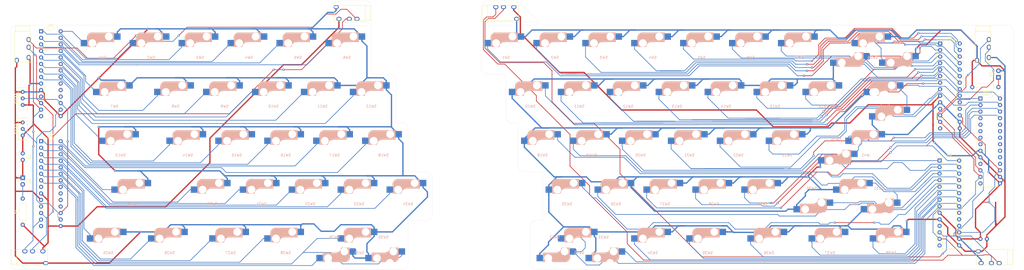
<source format=kicad_pcb>
(kicad_pcb (version 20171130) (host pcbnew 5.1.2-f72e74a~84~ubuntu18.04.1)
  (layers (0 F.Cu signal) (31 B.Cu signal) (34 B.Paste user) (35 F.Paste user) (36 B.SilkS user) (37 F.SilkS user) (38 B.Mask user) (39 F.Mask user) (44 Edge.Cuts user))
  (net 0 "")
  (module MX_Socket:MXOnly-1.75U-Hotswap (layer F.Cu) (at 384.75 114 180)
    (fp_text reference SW31)
    (fp_text value SW_Push)
    (fp_text user %R (at 0 3.048) (layer B.SilkS) (effects (justify mirror)))
    (pad "" np_thru_hole circle (at 2.54 -5.08 180) (size 3 3) (drill 3) (layers *.Cu *.Mask))
    (pad "" np_thru_hole circle (at 0 0 180) (size 3.9878 3.9878) (drill 3.9878) (layers *.Cu *.Mask))
    (pad "" np_thru_hole circle (at -3.81 -2.54 180) (size 3 3) (drill 3) (layers *.Cu *.Mask))
    (pad "" np_thru_hole circle (at -5.08 0 228.0996) (size 1.75 1.75) (drill 1.75) (layers *.Cu *.Mask))
    (pad "" np_thru_hole circle (at 5.08 0 228.0996) (size 1.75 1.75) (drill 1.75) (layers *.Cu *.Mask))
    (pad 1 smd rect (at -7.085 -2.54 180) (size 2.55 2.5) (layers B.Cu B.Paste B.Mask))
    (pad 2 smd rect (at 5.842 -5.08 180) (size 2.55 2.5) (layers B.Cu B.Paste B.Mask))
  )
  (module MX_Socket:MXOnly-1U-Hotswap (layer F.Cu) (at 358.625 114 180)
    (fp_text reference SW30)
    (fp_text value SW_Push)
    (fp_text user %R (at 0 3.048) (layer B.SilkS) (effects (justify mirror)))
    (pad "" np_thru_hole circle (at 2.54 -5.08 180) (size 3 3) (drill 3) (layers *.Cu *.Mask))
    (pad "" np_thru_hole circle (at 0 0 180) (size 3.9878 3.9878) (drill 3.9878) (layers *.Cu *.Mask))
    (pad "" np_thru_hole circle (at -3.81 -2.54 180) (size 3 3) (drill 3) (layers *.Cu *.Mask))
    (pad "" np_thru_hole circle (at -5.08 0 228.0996) (size 1.75 1.75) (drill 1.75) (layers *.Cu *.Mask))
    (pad "" np_thru_hole circle (at 5.08 0 228.0996) (size 1.75 1.75) (drill 1.75) (layers *.Cu *.Mask))
    (pad 1 smd rect (at -7.085 -2.54 180) (size 2.55 2.5) (layers B.Cu B.Paste B.Mask))
    (pad 2 smd rect (at 5.842 -5.08 180) (size 2.55 2.5) (layers B.Cu B.Paste B.Mask))
  )
  (module MX_Socket:MXOnly-1U-Hotswap (layer F.Cu) (at 325.375 76)
    (fp_text reference SW14)
    (fp_text value SW_Push)
    (fp_text user %R (at 0 3.048) (layer B.SilkS) (effects (justify mirror)))
    (pad "" np_thru_hole circle (at 2.54 -5.08) (size 3 3) (drill 3) (layers *.Cu *.Mask))
    (pad "" np_thru_hole circle (at 0 0) (size 3.9878 3.9878) (drill 3.9878) (layers *.Cu *.Mask))
    (pad "" np_thru_hole circle (at -3.81 -2.54) (size 3 3) (drill 3) (layers *.Cu *.Mask))
    (pad "" np_thru_hole circle (at -5.08 0 48.0996) (size 1.75 1.75) (drill 1.75) (layers *.Cu *.Mask))
    (pad "" np_thru_hole circle (at 5.08 0 48.0996) (size 1.75 1.75) (drill 1.75) (layers *.Cu *.Mask))
    (pad 1 smd rect (at -7.085 -2.54) (size 2.55 2.5) (layers B.Cu B.Paste B.Mask))
    (pad 2 smd rect (at 5.842 -5.08) (size 2.55 2.5) (layers B.Cu B.Paste B.Mask))
  )
  (module MX_Socket:MXOnly-1U-Hotswap (layer F.Cu) (at 301.625 114)
    (fp_text reference SW27)
    (fp_text value SW_Push)
    (fp_text user %R (at 0 3.048) (layer B.SilkS) (effects (justify mirror)))
    (pad "" np_thru_hole circle (at 2.54 -5.08) (size 3 3) (drill 3) (layers *.Cu *.Mask))
    (pad "" np_thru_hole circle (at 0 0) (size 3.9878 3.9878) (drill 3.9878) (layers *.Cu *.Mask))
    (pad "" np_thru_hole circle (at -3.81 -2.54) (size 3 3) (drill 3) (layers *.Cu *.Mask))
    (pad "" np_thru_hole circle (at -5.08 0 48.0996) (size 1.75 1.75) (drill 1.75) (layers *.Cu *.Mask))
    (pad "" np_thru_hole circle (at 5.08 0 48.0996) (size 1.75 1.75) (drill 1.75) (layers *.Cu *.Mask))
    (pad 1 smd rect (at -7.085 -2.54) (size 2.55 2.5) (layers B.Cu B.Paste B.Mask))
    (pad 2 smd rect (at 5.842 -5.08) (size 2.55 2.5) (layers B.Cu B.Paste B.Mask))
  )
  (module MX_Socket:MXOnly-ISO-HotSwap (layer F.Cu) (at 389.5 85.5)
    (fp_text reference SW17)
    (fp_text value SW_Push)
    (pad "" np_thru_hole circle (at 2.54 -5.08) (size 3 3) (drill 3) (layers *.Cu *.Mask))
    (pad "" np_thru_hole circle (at 0 0) (size 3.9878 3.9878) (drill 3.9878) (layers *.Cu *.Mask))
    (pad "" np_thru_hole circle (at -3.81 -2.54) (size 3 3) (drill 3) (layers *.Cu *.Mask))
    (pad "" np_thru_hole circle (at -5.08 0 48.0996) (size 1.75 1.75) (drill 1.75) (layers *.Cu *.Mask))
    (pad "" np_thru_hole circle (at 5.08 0 48.0996) (size 1.75 1.75) (drill 1.75) (layers *.Cu *.Mask))
    (pad "" np_thru_hole circle (at -6.985 11.938) (size 3.048 3.048) (drill 3.048) (layers *.Cu *.Mask))
    (pad "" np_thru_hole circle (at -6.985 -11.938) (size 3.048 3.048) (drill 3.048) (layers *.Cu *.Mask))
    (pad "" np_thru_hole circle (at 8.255 11.938) (size 3.9878 3.9878) (drill 3.9878) (layers *.Cu *.Mask))
    (pad "" np_thru_hole circle (at 8.255 -11.938) (size 3.9878 3.9878) (drill 3.9878) (layers *.Cu *.Mask))
    (pad 2 smd rect (at 6.09 -5.08) (size 2.55 2.5) (layers B.Cu B.Paste B.Mask))
    (pad 1 smd rect (at -7.36 -2.54) (size 2.55 2.5) (layers B.Cu B.Paste B.Mask))
  )
  (module lib:MountingHole_2.2mm_M2 (layer F.Cu) (at 249.375 66.5)
    (fp_text reference "" (at 0 -3.2) (layer F.SilkS))
    (fp_text value M2)
    (pad 1 np_thru_hole circle (at 0 0) (size 2.2 2.2) (drill 2.2) (layers *.Cu *.Mask))
  )
  (module MX_Socket:MXOnly-1U-Hotswap (layer F.Cu) (at 287.375 76)
    (fp_text reference SW12)
    (fp_text value SW_Push)
    (fp_text user %R (at 0 3.048) (layer B.SilkS) (effects (justify mirror)))
    (pad "" np_thru_hole circle (at 2.54 -5.08) (size 3 3) (drill 3) (layers *.Cu *.Mask))
    (pad "" np_thru_hole circle (at 0 0) (size 3.9878 3.9878) (drill 3.9878) (layers *.Cu *.Mask))
    (pad "" np_thru_hole circle (at -3.81 -2.54) (size 3 3) (drill 3) (layers *.Cu *.Mask))
    (pad "" np_thru_hole circle (at -5.08 0 48.0996) (size 1.75 1.75) (drill 1.75) (layers *.Cu *.Mask))
    (pad "" np_thru_hole circle (at 5.08 0 48.0996) (size 1.75 1.75) (drill 1.75) (layers *.Cu *.Mask))
    (pad 1 smd rect (at -7.085 -2.54) (size 2.55 2.5) (layers B.Cu B.Paste B.Mask))
    (pad 2 smd rect (at 5.842 -5.08) (size 2.55 2.5) (layers B.Cu B.Paste B.Mask))
  )
  (module Package_DIP:DIP-28_W7.62mm_Socket (layer F.Cu) (at 408.275 100.165)
    (fp_text reference U3 (at 3.81 -2.33) (layer F.SilkS))
    (fp_text value MCP23017_SP)
    (pad 1 thru_hole rect (at 0 0) (size 1.6 1.6) (drill 0.8) (layers *.Cu *.Mask))
    (pad 15 thru_hole oval (at 7.62 33.02) (size 1.6 1.6) (drill 0.8) (layers *.Cu *.Mask))
    (pad 2 thru_hole oval (at 0 2.54) (size 1.6 1.6) (drill 0.8) (layers *.Cu *.Mask))
    (pad 16 thru_hole oval (at 7.62 30.48) (size 1.6 1.6) (drill 0.8) (layers *.Cu *.Mask))
    (pad 3 thru_hole oval (at 0 5.08) (size 1.6 1.6) (drill 0.8) (layers *.Cu *.Mask))
    (pad 17 thru_hole oval (at 7.62 27.94) (size 1.6 1.6) (drill 0.8) (layers *.Cu *.Mask))
    (pad 4 thru_hole oval (at 0 7.62) (size 1.6 1.6) (drill 0.8) (layers *.Cu *.Mask))
    (pad 18 thru_hole oval (at 7.62 25.4) (size 1.6 1.6) (drill 0.8) (layers *.Cu *.Mask))
    (pad 5 thru_hole oval (at 0 10.16) (size 1.6 1.6) (drill 0.8) (layers *.Cu *.Mask))
    (pad 19 thru_hole oval (at 7.62 22.86) (size 1.6 1.6) (drill 0.8) (layers *.Cu *.Mask))
    (pad 6 thru_hole oval (at 0 12.7) (size 1.6 1.6) (drill 0.8) (layers *.Cu *.Mask))
    (pad 20 thru_hole oval (at 7.62 20.32) (size 1.6 1.6) (drill 0.8) (layers *.Cu *.Mask))
    (pad 7 thru_hole oval (at 0 15.24) (size 1.6 1.6) (drill 0.8) (layers *.Cu *.Mask))
    (pad 21 thru_hole oval (at 7.62 17.78) (size 1.6 1.6) (drill 0.8) (layers *.Cu *.Mask))
    (pad 8 thru_hole oval (at 0 17.78) (size 1.6 1.6) (drill 0.8) (layers *.Cu *.Mask))
    (pad 22 thru_hole oval (at 7.62 15.24) (size 1.6 1.6) (drill 0.8) (layers *.Cu *.Mask))
    (pad 9 thru_hole oval (at 0 20.32) (size 1.6 1.6) (drill 0.8) (layers *.Cu *.Mask))
    (pad 23 thru_hole oval (at 7.62 12.7) (size 1.6 1.6) (drill 0.8) (layers *.Cu *.Mask))
    (pad 10 thru_hole oval (at 0 22.86) (size 1.6 1.6) (drill 0.8) (layers *.Cu *.Mask))
    (pad 24 thru_hole oval (at 7.62 10.16) (size 1.6 1.6) (drill 0.8) (layers *.Cu *.Mask))
    (pad 11 thru_hole oval (at 0 25.4) (size 1.6 1.6) (drill 0.8) (layers *.Cu *.Mask))
    (pad 25 thru_hole oval (at 7.62 7.62) (size 1.6 1.6) (drill 0.8) (layers *.Cu *.Mask))
    (pad 12 thru_hole oval (at 0 27.94) (size 1.6 1.6) (drill 0.8) (layers *.Cu *.Mask))
    (pad 26 thru_hole oval (at 7.62 5.08) (size 1.6 1.6) (drill 0.8) (layers *.Cu *.Mask))
    (pad 13 thru_hole oval (at 0 30.48) (size 1.6 1.6) (drill 0.8) (layers *.Cu *.Mask))
    (pad 27 thru_hole oval (at 7.62 2.54) (size 1.6 1.6) (drill 0.8) (layers *.Cu *.Mask))
    (pad 14 thru_hole oval (at 0 33.02) (size 1.6 1.6) (drill 0.8) (layers *.Cu *.Mask))
    (pad 28 thru_hole oval (at 7.62 0) (size 1.6 1.6) (drill 0.8) (layers *.Cu *.Mask))
  )
  (module MX_Socket:MXOnly-1U-Hotswap (layer F.Cu) (at 368.125 95 180)
    (fp_text reference SW24)
    (fp_text value SW_Push)
    (fp_text user %R (at 0 3.048) (layer B.SilkS) (effects (justify mirror)))
    (pad "" np_thru_hole circle (at 2.54 -5.08 180) (size 3 3) (drill 3) (layers *.Cu *.Mask))
    (pad "" np_thru_hole circle (at 0 0 180) (size 3.9878 3.9878) (drill 3.9878) (layers *.Cu *.Mask))
    (pad "" np_thru_hole circle (at -3.81 -2.54 180) (size 3 3) (drill 3) (layers *.Cu *.Mask))
    (pad "" np_thru_hole circle (at -5.08 0 228.0996) (size 1.75 1.75) (drill 1.75) (layers *.Cu *.Mask))
    (pad "" np_thru_hole circle (at 5.08 0 228.0996) (size 1.75 1.75) (drill 1.75) (layers *.Cu *.Mask))
    (pad 1 smd rect (at -7.085 -2.54 180) (size 2.55 2.5) (layers B.Cu B.Paste B.Mask))
    (pad 2 smd rect (at 5.842 -5.08 180) (size 2.55 2.5) (layers B.Cu B.Paste B.Mask))
  )
  (module MX_Socket:MXOnly-1U-Hotswap (layer F.Cu) (at 282.625 114)
    (fp_text reference SW26)
    (fp_text value SW_Push)
    (fp_text user %R (at 0 3.048) (layer B.SilkS) (effects (justify mirror)))
    (pad "" np_thru_hole circle (at 2.54 -5.08) (size 3 3) (drill 3) (layers *.Cu *.Mask))
    (pad "" np_thru_hole circle (at 0 0) (size 3.9878 3.9878) (drill 3.9878) (layers *.Cu *.Mask))
    (pad "" np_thru_hole circle (at -3.81 -2.54) (size 3 3) (drill 3) (layers *.Cu *.Mask))
    (pad "" np_thru_hole circle (at -5.08 0 48.0996) (size 1.75 1.75) (drill 1.75) (layers *.Cu *.Mask))
    (pad "" np_thru_hole circle (at 5.08 0 48.0996) (size 1.75 1.75) (drill 1.75) (layers *.Cu *.Mask))
    (pad 1 smd rect (at -7.085 -2.54) (size 2.55 2.5) (layers B.Cu B.Paste B.Mask))
    (pad 2 smd rect (at 5.842 -5.08) (size 2.55 2.5) (layers B.Cu B.Paste B.Mask))
  )
  (module MX_Socket:MXOnly-1U-Hotswap (layer F.Cu) (at 258.875 133 180)
    (fp_text reference SW32)
    (fp_text value SW_Push)
    (fp_text user %R (at 0 3.048) (layer B.SilkS) (effects (justify mirror)))
    (pad "" np_thru_hole circle (at 2.54 -5.08 180) (size 3 3) (drill 3) (layers *.Cu *.Mask))
    (pad "" np_thru_hole circle (at 0 0 180) (size 3.9878 3.9878) (drill 3.9878) (layers *.Cu *.Mask))
    (pad "" np_thru_hole circle (at -3.81 -2.54 180) (size 3 3) (drill 3) (layers *.Cu *.Mask))
    (pad "" np_thru_hole circle (at -5.08 0 228.0996) (size 1.75 1.75) (drill 1.75) (layers *.Cu *.Mask))
    (pad "" np_thru_hole circle (at 5.08 0 228.0996) (size 1.75 1.75) (drill 1.75) (layers *.Cu *.Mask))
    (pad 1 smd rect (at -7.085 -2.54 180) (size 2.55 2.5) (layers B.Cu B.Paste B.Mask))
    (pad 2 smd rect (at 5.842 -5.08 180) (size 2.55 2.5) (layers B.Cu B.Paste B.Mask))
  )
  (module lib:MountingHole_2.2mm_M2 (layer F.Cu) (at 263.625 104.5)
    (fp_text reference "" (at 0 -3.2) (layer F.SilkS))
    (fp_text value M2)
    (pad 1 np_thru_hole circle (at 0 0) (size 2.2 2.2) (drill 2.2) (layers *.Cu *.Mask))
  )
  (module MX_Socket:MXOnly-1U-Hotswap (layer F.Cu) (at 254.125 95)
    (fp_text reference SW18)
    (fp_text value SW_Push)
    (fp_text user %R (at 0 3.048) (layer B.SilkS) (effects (justify mirror)))
    (pad "" np_thru_hole circle (at 2.54 -5.08) (size 3 3) (drill 3) (layers *.Cu *.Mask))
    (pad "" np_thru_hole circle (at 0 0) (size 3.9878 3.9878) (drill 3.9878) (layers *.Cu *.Mask))
    (pad "" np_thru_hole circle (at -3.81 -2.54) (size 3 3) (drill 3) (layers *.Cu *.Mask))
    (pad "" np_thru_hole circle (at -5.08 0 48.0996) (size 1.75 1.75) (drill 1.75) (layers *.Cu *.Mask))
    (pad "" np_thru_hole circle (at 5.08 0 48.0996) (size 1.75 1.75) (drill 1.75) (layers *.Cu *.Mask))
    (pad 1 smd rect (at -7.085 -2.54) (size 2.55 2.5) (layers B.Cu B.Paste B.Mask))
    (pad 2 smd rect (at 5.842 -5.08) (size 2.55 2.5) (layers B.Cu B.Paste B.Mask))
  )
  (module lib:MountingHole_2.2mm_M2 (layer F.Cu) (at 425.125 66.5)
    (fp_text reference "" (at 0 -3.2) (layer F.SilkS))
    (fp_text value M2)
    (pad 1 np_thru_hole circle (at 0 0) (size 2.2 2.2) (drill 2.2) (layers *.Cu *.Mask))
  )
  (module MX_Socket:MXOnly-1U-Hotswap (layer F.Cu) (at 349.125 95)
    (fp_text reference SW23)
    (fp_text value SW_Push)
    (fp_text user %R (at 0 3.048) (layer B.SilkS) (effects (justify mirror)))
    (pad "" np_thru_hole circle (at 2.54 -5.08) (size 3 3) (drill 3) (layers *.Cu *.Mask))
    (pad "" np_thru_hole circle (at 0 0) (size 3.9878 3.9878) (drill 3.9878) (layers *.Cu *.Mask))
    (pad "" np_thru_hole circle (at -3.81 -2.54) (size 3 3) (drill 3) (layers *.Cu *.Mask))
    (pad "" np_thru_hole circle (at -5.08 0 48.0996) (size 1.75 1.75) (drill 1.75) (layers *.Cu *.Mask))
    (pad "" np_thru_hole circle (at 5.08 0 48.0996) (size 1.75 1.75) (drill 1.75) (layers *.Cu *.Mask))
    (pad 1 smd rect (at -7.085 -2.54) (size 2.55 2.5) (layers B.Cu B.Paste B.Mask))
    (pad 2 smd rect (at 5.842 -5.08) (size 2.55 2.5) (layers B.Cu B.Paste B.Mask))
  )
  (module MX_Socket:MXOnly-1U-Hotswap (layer F.Cu) (at 263.625 114)
    (fp_text reference SW25)
    (fp_text value SW_Push)
    (fp_text user %R (at 0 3.048) (layer B.SilkS) (effects (justify mirror)))
    (pad "" np_thru_hole circle (at 2.54 -5.08) (size 3 3) (drill 3) (layers *.Cu *.Mask))
    (pad "" np_thru_hole circle (at 0 0) (size 3.9878 3.9878) (drill 3.9878) (layers *.Cu *.Mask))
    (pad "" np_thru_hole circle (at -3.81 -2.54) (size 3 3) (drill 3) (layers *.Cu *.Mask))
    (pad "" np_thru_hole circle (at -5.08 0 48.0996) (size 1.75 1.75) (drill 1.75) (layers *.Cu *.Mask))
    (pad "" np_thru_hole circle (at 5.08 0 48.0996) (size 1.75 1.75) (drill 1.75) (layers *.Cu *.Mask))
    (pad 1 smd rect (at -7.085 -2.54) (size 2.55 2.5) (layers B.Cu B.Paste B.Mask))
    (pad 2 smd rect (at 5.842 -5.08) (size 2.55 2.5) (layers B.Cu B.Paste B.Mask))
  )
  (module MX_Socket:MXOnly-1U-Hotswap (layer F.Cu) (at 344.375 76)
    (fp_text reference SW15)
    (fp_text value SW_Push)
    (fp_text user %R (at 0 3.048) (layer B.SilkS) (effects (justify mirror)))
    (pad "" np_thru_hole circle (at 2.54 -5.08) (size 3 3) (drill 3) (layers *.Cu *.Mask))
    (pad "" np_thru_hole circle (at 0 0) (size 3.9878 3.9878) (drill 3.9878) (layers *.Cu *.Mask))
    (pad "" np_thru_hole circle (at -3.81 -2.54) (size 3 3) (drill 3) (layers *.Cu *.Mask))
    (pad "" np_thru_hole circle (at -5.08 0 48.0996) (size 1.75 1.75) (drill 1.75) (layers *.Cu *.Mask))
    (pad "" np_thru_hole circle (at 5.08 0 48.0996) (size 1.75 1.75) (drill 1.75) (layers *.Cu *.Mask))
    (pad 1 smd rect (at -7.085 -2.54) (size 2.55 2.5) (layers B.Cu B.Paste B.Mask))
    (pad 2 smd rect (at 5.842 -5.08) (size 2.55 2.5) (layers B.Cu B.Paste B.Mask))
  )
  (module MX_Socket:MXOnly-1U-Hotswap (layer F.Cu) (at 249.375 76)
    (fp_text reference SW10)
    (fp_text value SW_Push)
    (fp_text user %R (at 0 3.048) (layer B.SilkS) (effects (justify mirror)))
    (pad "" np_thru_hole circle (at 2.54 -5.08) (size 3 3) (drill 3) (layers *.Cu *.Mask))
    (pad "" np_thru_hole circle (at 0 0) (size 3.9878 3.9878) (drill 3.9878) (layers *.Cu *.Mask))
    (pad "" np_thru_hole circle (at -3.81 -2.54) (size 3 3) (drill 3) (layers *.Cu *.Mask))
    (pad "" np_thru_hole circle (at -5.08 0 48.0996) (size 1.75 1.75) (drill 1.75) (layers *.Cu *.Mask))
    (pad "" np_thru_hole circle (at 5.08 0 48.0996) (size 1.75 1.75) (drill 1.75) (layers *.Cu *.Mask))
    (pad 1 smd rect (at -7.085 -2.54) (size 2.55 2.5) (layers B.Cu B.Paste B.Mask))
    (pad 2 smd rect (at 5.842 -5.08) (size 2.55 2.5) (layers B.Cu B.Paste B.Mask))
  )
  (module MX_Socket:MXOnly-1U-Hotswap (layer F.Cu) (at 306.375 76)
    (fp_text reference SW13)
    (fp_text value SW_Push)
    (fp_text user %R (at 0 3.048) (layer B.SilkS) (effects (justify mirror)))
    (pad "" np_thru_hole circle (at 2.54 -5.08) (size 3 3) (drill 3) (layers *.Cu *.Mask))
    (pad "" np_thru_hole circle (at 0 0) (size 3.9878 3.9878) (drill 3.9878) (layers *.Cu *.Mask))
    (pad "" np_thru_hole circle (at -3.81 -2.54) (size 3 3) (drill 3) (layers *.Cu *.Mask))
    (pad "" np_thru_hole circle (at -5.08 0 48.0996) (size 1.75 1.75) (drill 1.75) (layers *.Cu *.Mask))
    (pad "" np_thru_hole circle (at 5.08 0 48.0996) (size 1.75 1.75) (drill 1.75) (layers *.Cu *.Mask))
    (pad 1 smd rect (at -7.085 -2.54) (size 2.55 2.5) (layers B.Cu B.Paste B.Mask))
    (pad 2 smd rect (at 5.842 -5.08) (size 2.55 2.5) (layers B.Cu B.Paste B.Mask))
  )
  (module MX_Socket:MXOnly-1U-Hotswap (layer F.Cu) (at 268.375 76)
    (fp_text reference SW11)
    (fp_text value SW_Push)
    (fp_text user %R (at 0 3.048) (layer B.SilkS) (effects (justify mirror)))
    (pad "" np_thru_hole circle (at 2.54 -5.08) (size 3 3) (drill 3) (layers *.Cu *.Mask))
    (pad "" np_thru_hole circle (at 0 0) (size 3.9878 3.9878) (drill 3.9878) (layers *.Cu *.Mask))
    (pad "" np_thru_hole circle (at -3.81 -2.54) (size 3 3) (drill 3) (layers *.Cu *.Mask))
    (pad "" np_thru_hole circle (at -5.08 0 48.0996) (size 1.75 1.75) (drill 1.75) (layers *.Cu *.Mask))
    (pad "" np_thru_hole circle (at 5.08 0 48.0996) (size 1.75 1.75) (drill 1.75) (layers *.Cu *.Mask))
    (pad 1 smd rect (at -7.085 -2.54) (size 2.55 2.5) (layers B.Cu B.Paste B.Mask))
    (pad 2 smd rect (at 5.842 -5.08) (size 2.55 2.5) (layers B.Cu B.Paste B.Mask))
  )
  (module MX_Socket:MXOnly-1U-Hotswap (layer F.Cu) (at 320.625 114)
    (fp_text reference SW28)
    (fp_text value SW_Push)
    (fp_text user %R (at 0 3.048) (layer B.SilkS) (effects (justify mirror)))
    (pad "" np_thru_hole circle (at 2.54 -5.08) (size 3 3) (drill 3) (layers *.Cu *.Mask))
    (pad "" np_thru_hole circle (at 0 0) (size 3.9878 3.9878) (drill 3.9878) (layers *.Cu *.Mask))
    (pad "" np_thru_hole circle (at -3.81 -2.54) (size 3 3) (drill 3) (layers *.Cu *.Mask))
    (pad "" np_thru_hole circle (at -5.08 0 48.0996) (size 1.75 1.75) (drill 1.75) (layers *.Cu *.Mask))
    (pad "" np_thru_hole circle (at 5.08 0 48.0996) (size 1.75 1.75) (drill 1.75) (layers *.Cu *.Mask))
    (pad 1 smd rect (at -7.085 -2.54) (size 2.55 2.5) (layers B.Cu B.Paste B.Mask))
    (pad 2 smd rect (at 5.842 -5.08) (size 2.55 2.5) (layers B.Cu B.Paste B.Mask))
  )
  (module lib:MountingHole_2.2mm_M2 (layer F.Cu) (at 292.125 123.5)
    (fp_text reference "" (at 0 -3.2) (layer F.SilkS))
    (fp_text value M2)
    (pad 1 np_thru_hole circle (at 0 0) (size 2.2 2.2) (drill 2.2) (layers *.Cu *.Mask))
  )
  (module MX_Socket:MXOnly-1U-Hotswap (layer F.Cu) (at 273.125 95)
    (fp_text reference SW19)
    (fp_text value SW_Push)
    (fp_text user %R (at 0 3.048) (layer B.SilkS) (effects (justify mirror)))
    (pad "" np_thru_hole circle (at 2.54 -5.08) (size 3 3) (drill 3) (layers *.Cu *.Mask))
    (pad "" np_thru_hole circle (at 0 0) (size 3.9878 3.9878) (drill 3.9878) (layers *.Cu *.Mask))
    (pad "" np_thru_hole circle (at -3.81 -2.54) (size 3 3) (drill 3) (layers *.Cu *.Mask))
    (pad "" np_thru_hole circle (at -5.08 0 48.0996) (size 1.75 1.75) (drill 1.75) (layers *.Cu *.Mask))
    (pad "" np_thru_hole circle (at 5.08 0 48.0996) (size 1.75 1.75) (drill 1.75) (layers *.Cu *.Mask))
    (pad 1 smd rect (at -7.085 -2.54) (size 2.55 2.5) (layers B.Cu B.Paste B.Mask))
    (pad 2 smd rect (at 5.842 -5.08) (size 2.55 2.5) (layers B.Cu B.Paste B.Mask))
  )
  (module MX_Socket:MXOnly-1U-Hotswap (layer F.Cu) (at 330.125 95)
    (fp_text reference SW22)
    (fp_text value SW_Push)
    (fp_text user %R (at 0 3.048) (layer B.SilkS) (effects (justify mirror)))
    (pad "" np_thru_hole circle (at 2.54 -5.08) (size 3 3) (drill 3) (layers *.Cu *.Mask))
    (pad "" np_thru_hole circle (at 0 0) (size 3.9878 3.9878) (drill 3.9878) (layers *.Cu *.Mask))
    (pad "" np_thru_hole circle (at -3.81 -2.54) (size 3 3) (drill 3) (layers *.Cu *.Mask))
    (pad "" np_thru_hole circle (at -5.08 0 48.0996) (size 1.75 1.75) (drill 1.75) (layers *.Cu *.Mask))
    (pad "" np_thru_hole circle (at 5.08 0 48.0996) (size 1.75 1.75) (drill 1.75) (layers *.Cu *.Mask))
    (pad 1 smd rect (at -7.085 -2.54) (size 2.55 2.5) (layers B.Cu B.Paste B.Mask))
    (pad 2 smd rect (at 5.842 -5.08) (size 2.55 2.5) (layers B.Cu B.Paste B.Mask))
  )
  (module MX_Socket:MXOnly-1U-Hotswap (layer F.Cu) (at 311.125 95)
    (fp_text reference SW21)
    (fp_text value SW_Push)
    (fp_text user %R (at 0 3.048) (layer B.SilkS) (effects (justify mirror)))
    (pad "" np_thru_hole circle (at 2.54 -5.08) (size 3 3) (drill 3) (layers *.Cu *.Mask))
    (pad "" np_thru_hole circle (at 0 0) (size 3.9878 3.9878) (drill 3.9878) (layers *.Cu *.Mask))
    (pad "" np_thru_hole circle (at -3.81 -2.54) (size 3 3) (drill 3) (layers *.Cu *.Mask))
    (pad "" np_thru_hole circle (at -5.08 0 48.0996) (size 1.75 1.75) (drill 1.75) (layers *.Cu *.Mask))
    (pad "" np_thru_hole circle (at 5.08 0 48.0996) (size 1.75 1.75) (drill 1.75) (layers *.Cu *.Mask))
    (pad 1 smd rect (at -7.085 -2.54) (size 2.55 2.5) (layers B.Cu B.Paste B.Mask))
    (pad 2 smd rect (at 5.842 -5.08) (size 2.55 2.5) (layers B.Cu B.Paste B.Mask))
  )
  (module MX_Socket:MXOnly-1U-Hotswap (layer F.Cu) (at 363.375 76)
    (fp_text reference SW16)
    (fp_text value SW_Push)
    (fp_text user %R (at 0 3.048) (layer B.SilkS) (effects (justify mirror)))
    (pad "" np_thru_hole circle (at 2.54 -5.08) (size 3 3) (drill 3) (layers *.Cu *.Mask))
    (pad "" np_thru_hole circle (at 0 0) (size 3.9878 3.9878) (drill 3.9878) (layers *.Cu *.Mask))
    (pad "" np_thru_hole circle (at -3.81 -2.54) (size 3 3) (drill 3) (layers *.Cu *.Mask))
    (pad "" np_thru_hole circle (at -5.08 0 48.0996) (size 1.75 1.75) (drill 1.75) (layers *.Cu *.Mask))
    (pad "" np_thru_hole circle (at 5.08 0 48.0996) (size 1.75 1.75) (drill 1.75) (layers *.Cu *.Mask))
    (pad 1 smd rect (at -7.085 -2.54) (size 2.55 2.5) (layers B.Cu B.Paste B.Mask))
    (pad 2 smd rect (at 5.842 -5.08) (size 2.55 2.5) (layers B.Cu B.Paste B.Mask))
  )
  (module MX_Socket:MXOnly-1.25U-Hotswap (layer F.Cu) (at 318.25 133)
    (fp_text reference SW35)
    (fp_text value SW_Push)
    (fp_text user %R (at 0 3.048) (layer B.SilkS) (effects (justify mirror)))
    (pad "" np_thru_hole circle (at 2.54 -5.08) (size 3 3) (drill 3) (layers *.Cu *.Mask))
    (pad "" np_thru_hole circle (at 0 0) (size 3.9878 3.9878) (drill 3.9878) (layers *.Cu *.Mask))
    (pad "" np_thru_hole circle (at -3.81 -2.54) (size 3 3) (drill 3) (layers *.Cu *.Mask))
    (pad "" np_thru_hole circle (at -5.08 0 48.0996) (size 1.75 1.75) (drill 1.75) (layers *.Cu *.Mask))
    (pad "" np_thru_hole circle (at 5.08 0 48.0996) (size 1.75 1.75) (drill 1.75) (layers *.Cu *.Mask))
    (pad 1 smd rect (at -7.085 -2.54) (size 2.55 2.5) (layers B.Cu B.Paste B.Mask))
    (pad 2 smd rect (at 5.842 -5.08) (size 2.55 2.5) (layers B.Cu B.Paste B.Mask))
  )
  (module MX_Socket:MXOnly-1U-Hotswap (layer F.Cu) (at 277.875 133 180)
    (fp_text reference SW33)
    (fp_text value SW_Push)
    (fp_text user %R (at 0 3.048) (layer B.SilkS) (effects (justify mirror)))
    (pad "" np_thru_hole circle (at 2.54 -5.08 180) (size 3 3) (drill 3) (layers *.Cu *.Mask))
    (pad "" np_thru_hole circle (at 0 0 180) (size 3.9878 3.9878) (drill 3.9878) (layers *.Cu *.Mask))
    (pad "" np_thru_hole circle (at -3.81 -2.54 180) (size 3 3) (drill 3) (layers *.Cu *.Mask))
    (pad "" np_thru_hole circle (at -5.08 0 228.0996) (size 1.75 1.75) (drill 1.75) (layers *.Cu *.Mask))
    (pad "" np_thru_hole circle (at 5.08 0 228.0996) (size 1.75 1.75) (drill 1.75) (layers *.Cu *.Mask))
    (pad 1 smd rect (at -7.085 -2.54 180) (size 2.55 2.5) (layers B.Cu B.Paste B.Mask))
    (pad 2 smd rect (at 5.842 -5.08 180) (size 2.55 2.5) (layers B.Cu B.Paste B.Mask))
  )
  (module MX_Socket:MXOnly-2U-Hotswap (layer F.Cu) (at 382.375 57)
    (fp_text reference SW39)
    (fp_text value SW_Push)
    (fp_text user %R (at 0 3.048) (layer B.SilkS) (effects (justify mirror)))
    (pad "" np_thru_hole circle (at 2.54 -5.08) (size 3 3) (drill 3) (layers *.Cu *.Mask))
    (pad "" np_thru_hole circle (at 0 0) (size 3.9878 3.9878) (drill 3.9878) (layers *.Cu *.Mask))
    (pad "" np_thru_hole circle (at -3.81 -2.54) (size 3 3) (drill 3) (layers *.Cu *.Mask))
    (pad "" np_thru_hole circle (at -5.08 0 48.0996) (size 1.75 1.75) (drill 1.75) (layers *.Cu *.Mask))
    (pad "" np_thru_hole circle (at 5.08 0 48.0996) (size 1.75 1.75) (drill 1.75) (layers *.Cu *.Mask))
    (pad 1 smd rect (at -7.085 -2.54) (size 2.55 2.5) (layers B.Cu B.Paste B.Mask))
    (pad 2 smd rect (at 5.842 -5.08) (size 2.55 2.5) (layers B.Cu B.Paste B.Mask))
    (pad "" np_thru_hole circle (at 11.938 -6.985) (size 3.048 3.048) (drill 3.048) (layers *.Cu *.Mask))
    (pad "" np_thru_hole circle (at -11.938 -6.985) (size 3.048 3.048) (drill 3.048) (layers *.Cu *.Mask))
    (pad "" np_thru_hole circle (at 11.938 8.255) (size 3.9878 3.9878) (drill 3.9878) (layers *.Cu *.Mask))
    (pad "" np_thru_hole circle (at -11.938 8.255) (size 3.9878 3.9878) (drill 3.9878) (layers *.Cu *.Mask))
  )
  (module MX_Socket:MXOnly-2.25U-Hotswap (layer F.Cu) (at 380 95)
    (fp_text reference SW41)
    (fp_text value SW_Push)
    (fp_text user %R (at 0 3.048) (layer B.SilkS) (effects (justify mirror)))
    (pad "" np_thru_hole circle (at 2.54 -5.08) (size 3 3) (drill 3) (layers *.Cu *.Mask))
    (pad "" np_thru_hole circle (at 0 0) (size 3.9878 3.9878) (drill 3.9878) (layers *.Cu *.Mask))
    (pad "" np_thru_hole circle (at -3.81 -2.54) (size 3 3) (drill 3) (layers *.Cu *.Mask))
    (pad "" np_thru_hole circle (at -5.08 0 48.0996) (size 1.75 1.75) (drill 1.75) (layers *.Cu *.Mask))
    (pad "" np_thru_hole circle (at 5.08 0 48.0996) (size 1.75 1.75) (drill 1.75) (layers *.Cu *.Mask))
    (pad 1 smd rect (at -7.085 -2.54) (size 2.55 2.5) (layers B.Cu B.Paste B.Mask))
    (pad 2 smd rect (at 5.842 -5.08) (size 2.55 2.5) (layers B.Cu B.Paste B.Mask))
    (pad "" np_thru_hole circle (at 11.938 -6.985) (size 3.048 3.048) (drill 3.048) (layers *.Cu *.Mask))
    (pad "" np_thru_hole circle (at -11.938 -6.985) (size 3.048 3.048) (drill 3.048) (layers *.Cu *.Mask))
    (pad "" np_thru_hole circle (at 11.938 8.255) (size 3.9878 3.9878) (drill 3.9878) (layers *.Cu *.Mask))
    (pad "" np_thru_hole circle (at -11.938 8.255) (size 3.9878 3.9878) (drill 3.9878) (layers *.Cu *.Mask))
  )
  (module MX_Socket:MXOnly-1U-Hotswap (layer F.Cu) (at 353.875 57)
    (fp_text reference SW7)
    (fp_text value SW_Push)
    (fp_text user %R (at 0 3.048) (layer B.SilkS) (effects (justify mirror)))
    (pad "" np_thru_hole circle (at 2.54 -5.08) (size 3 3) (drill 3) (layers *.Cu *.Mask))
    (pad "" np_thru_hole circle (at 0 0) (size 3.9878 3.9878) (drill 3.9878) (layers *.Cu *.Mask))
    (pad "" np_thru_hole circle (at -3.81 -2.54) (size 3 3) (drill 3) (layers *.Cu *.Mask))
    (pad "" np_thru_hole circle (at -5.08 0 48.0996) (size 1.75 1.75) (drill 1.75) (layers *.Cu *.Mask))
    (pad "" np_thru_hole circle (at 5.08 0 48.0996) (size 1.75 1.75) (drill 1.75) (layers *.Cu *.Mask))
    (pad 1 smd rect (at -7.085 -2.54) (size 2.55 2.5) (layers B.Cu B.Paste B.Mask))
    (pad 2 smd rect (at 5.842 -5.08) (size 2.55 2.5) (layers B.Cu B.Paste B.Mask))
  )
  (module Resistor_THT:R_Axial_DIN0207_L6.3mm_D2.5mm_P10.16mm_Horizontal (layer F.Cu) (at 431.135 71.59 180)
    (fp_text reference R1 (at 5.08 -2.37) (layer F.SilkS))
    (fp_text value R)
    (pad 1 thru_hole circle (at 0 0 180) (size 1.6 1.6) (drill 0.8) (layers *.Cu *.Mask))
    (pad 2 thru_hole oval (at 10.16 0 180) (size 1.6 1.6) (drill 0.8) (layers *.Cu *.Mask))
  )
  (module MX_Socket:MXOnly-1U-Hotswap (layer F.Cu) (at 315.875 57)
    (fp_text reference SW5)
    (fp_text value SW_Push)
    (fp_text user %R (at 0 3.048) (layer B.SilkS) (effects (justify mirror)))
    (pad "" np_thru_hole circle (at 2.54 -5.08) (size 3 3) (drill 3) (layers *.Cu *.Mask))
    (pad "" np_thru_hole circle (at 0 0) (size 3.9878 3.9878) (drill 3.9878) (layers *.Cu *.Mask))
    (pad "" np_thru_hole circle (at -3.81 -2.54) (size 3 3) (drill 3) (layers *.Cu *.Mask))
    (pad "" np_thru_hole circle (at -5.08 0 48.0996) (size 1.75 1.75) (drill 1.75) (layers *.Cu *.Mask))
    (pad "" np_thru_hole circle (at 5.08 0 48.0996) (size 1.75 1.75) (drill 1.75) (layers *.Cu *.Mask))
    (pad 1 smd rect (at -7.085 -2.54) (size 2.55 2.5) (layers B.Cu B.Paste B.Mask))
    (pad 2 smd rect (at 5.842 -5.08) (size 2.55 2.5) (layers B.Cu B.Paste B.Mask))
  )
  (module MX_Socket:MXOnly-1U-Hotswap (layer F.Cu) (at 258.875 57)
    (fp_text reference SW2)
    (fp_text value SW_Push)
    (fp_text user %R (at 0 3.048) (layer B.SilkS) (effects (justify mirror)))
    (pad "" np_thru_hole circle (at 2.54 -5.08) (size 3 3) (drill 3) (layers *.Cu *.Mask))
    (pad "" np_thru_hole circle (at 0 0) (size 3.9878 3.9878) (drill 3.9878) (layers *.Cu *.Mask))
    (pad "" np_thru_hole circle (at -3.81 -2.54) (size 3 3) (drill 3) (layers *.Cu *.Mask))
    (pad "" np_thru_hole circle (at -5.08 0 48.0996) (size 1.75 1.75) (drill 1.75) (layers *.Cu *.Mask))
    (pad "" np_thru_hole circle (at 5.08 0 48.0996) (size 1.75 1.75) (drill 1.75) (layers *.Cu *.Mask))
    (pad 1 smd rect (at -7.085 -2.54) (size 2.55 2.5) (layers B.Cu B.Paste B.Mask))
    (pad 2 smd rect (at 5.842 -5.08) (size 2.55 2.5) (layers B.Cu B.Paste B.Mask))
  )
  (module MX_Socket:MXOnly-1U-Hotswap (layer F.Cu) (at 292.125 95)
    (fp_text reference SW20)
    (fp_text value SW_Push)
    (fp_text user %R (at 0 3.048) (layer B.SilkS) (effects (justify mirror)))
    (pad "" np_thru_hole circle (at 2.54 -5.08) (size 3 3) (drill 3) (layers *.Cu *.Mask))
    (pad "" np_thru_hole circle (at 0 0) (size 3.9878 3.9878) (drill 3.9878) (layers *.Cu *.Mask))
    (pad "" np_thru_hole circle (at -3.81 -2.54) (size 3 3) (drill 3) (layers *.Cu *.Mask))
    (pad "" np_thru_hole circle (at -5.08 0 48.0996) (size 1.75 1.75) (drill 1.75) (layers *.Cu *.Mask))
    (pad "" np_thru_hole circle (at 5.08 0 48.0996) (size 1.75 1.75) (drill 1.75) (layers *.Cu *.Mask))
    (pad 1 smd rect (at -7.085 -2.54) (size 2.55 2.5) (layers B.Cu B.Paste B.Mask))
    (pad 2 smd rect (at 5.842 -5.08) (size 2.55 2.5) (layers B.Cu B.Paste B.Mask))
  )
  (module Package_DIP:DIP-28_W7.62mm_Socket (layer F.Cu) (at 408.5 54.625)
    (fp_text reference U1 (at 3.81 -2.33) (layer F.SilkS))
    (fp_text value MCP23017_SP)
    (pad 1 thru_hole rect (at 0 0) (size 1.6 1.6) (drill 0.8) (layers *.Cu *.Mask))
    (pad 15 thru_hole oval (at 7.62 33.02) (size 1.6 1.6) (drill 0.8) (layers *.Cu *.Mask))
    (pad 2 thru_hole oval (at 0 2.54) (size 1.6 1.6) (drill 0.8) (layers *.Cu *.Mask))
    (pad 16 thru_hole oval (at 7.62 30.48) (size 1.6 1.6) (drill 0.8) (layers *.Cu *.Mask))
    (pad 3 thru_hole oval (at 0 5.08) (size 1.6 1.6) (drill 0.8) (layers *.Cu *.Mask))
    (pad 17 thru_hole oval (at 7.62 27.94) (size 1.6 1.6) (drill 0.8) (layers *.Cu *.Mask))
    (pad 4 thru_hole oval (at 0 7.62) (size 1.6 1.6) (drill 0.8) (layers *.Cu *.Mask))
    (pad 18 thru_hole oval (at 7.62 25.4) (size 1.6 1.6) (drill 0.8) (layers *.Cu *.Mask))
    (pad 5 thru_hole oval (at 0 10.16) (size 1.6 1.6) (drill 0.8) (layers *.Cu *.Mask))
    (pad 19 thru_hole oval (at 7.62 22.86) (size 1.6 1.6) (drill 0.8) (layers *.Cu *.Mask))
    (pad 6 thru_hole oval (at 0 12.7) (size 1.6 1.6) (drill 0.8) (layers *.Cu *.Mask))
    (pad 20 thru_hole oval (at 7.62 20.32) (size 1.6 1.6) (drill 0.8) (layers *.Cu *.Mask))
    (pad 7 thru_hole oval (at 0 15.24) (size 1.6 1.6) (drill 0.8) (layers *.Cu *.Mask))
    (pad 21 thru_hole oval (at 7.62 17.78) (size 1.6 1.6) (drill 0.8) (layers *.Cu *.Mask))
    (pad 8 thru_hole oval (at 0 17.78) (size 1.6 1.6) (drill 0.8) (layers *.Cu *.Mask))
    (pad 22 thru_hole oval (at 7.62 15.24) (size 1.6 1.6) (drill 0.8) (layers *.Cu *.Mask))
    (pad 9 thru_hole oval (at 0 20.32) (size 1.6 1.6) (drill 0.8) (layers *.Cu *.Mask))
    (pad 23 thru_hole oval (at 7.62 12.7) (size 1.6 1.6) (drill 0.8) (layers *.Cu *.Mask))
    (pad 10 thru_hole oval (at 0 22.86) (size 1.6 1.6) (drill 0.8) (layers *.Cu *.Mask))
    (pad 24 thru_hole oval (at 7.62 10.16) (size 1.6 1.6) (drill 0.8) (layers *.Cu *.Mask))
    (pad 11 thru_hole oval (at 0 25.4) (size 1.6 1.6) (drill 0.8) (layers *.Cu *.Mask))
    (pad 25 thru_hole oval (at 7.62 7.62) (size 1.6 1.6) (drill 0.8) (layers *.Cu *.Mask))
    (pad 12 thru_hole oval (at 0 27.94) (size 1.6 1.6) (drill 0.8) (layers *.Cu *.Mask))
    (pad 26 thru_hole oval (at 7.62 5.08) (size 1.6 1.6) (drill 0.8) (layers *.Cu *.Mask))
    (pad 13 thru_hole oval (at 0 30.48) (size 1.6 1.6) (drill 0.8) (layers *.Cu *.Mask))
    (pad 27 thru_hole oval (at 7.62 2.54) (size 1.6 1.6) (drill 0.8) (layers *.Cu *.Mask))
    (pad 14 thru_hole oval (at 0 33.02) (size 1.6 1.6) (drill 0.8) (layers *.Cu *.Mask))
    (pad 28 thru_hole oval (at 7.62 0) (size 1.6 1.6) (drill 0.8) (layers *.Cu *.Mask))
  )
  (module lib:MountingHole_2.2mm_M2 (layer F.Cu) (at 413.25 95)
    (fp_text reference "" (at 0 -3.2) (layer F.SilkS))
    (fp_text value M2)
    (pad 1 np_thru_hole circle (at 0 0) (size 2.2 2.2) (drill 2.2) (layers *.Cu *.Mask))
  )
  (module MX_Socket:MXOnly-1.25U-Hotswap (layer F.Cu) (at 389.5 133)
    (fp_text reference SW38)
    (fp_text value SW_Push)
    (fp_text user %R (at 0 3.048) (layer B.SilkS) (effects (justify mirror)))
    (pad "" np_thru_hole circle (at 2.54 -5.08) (size 3 3) (drill 3) (layers *.Cu *.Mask))
    (pad "" np_thru_hole circle (at 0 0) (size 3.9878 3.9878) (drill 3.9878) (layers *.Cu *.Mask))
    (pad "" np_thru_hole circle (at -3.81 -2.54) (size 3 3) (drill 3) (layers *.Cu *.Mask))
    (pad "" np_thru_hole circle (at -5.08 0 48.0996) (size 1.75 1.75) (drill 1.75) (layers *.Cu *.Mask))
    (pad "" np_thru_hole circle (at 5.08 0 48.0996) (size 1.75 1.75) (drill 1.75) (layers *.Cu *.Mask))
    (pad 1 smd rect (at -7.085 -2.54) (size 2.55 2.5) (layers B.Cu B.Paste B.Mask))
    (pad 2 smd rect (at 5.842 -5.08) (size 2.55 2.5) (layers B.Cu B.Paste B.Mask))
  )
  (module lib:MountingHole_2.2mm_M2 (layer F.Cu) (at 339.625 123.5)
    (fp_text reference "" (at 0 -3.2) (layer F.SilkS))
    (fp_text value M2)
    (pad 1 np_thru_hole circle (at 0 0) (size 2.2 2.2) (drill 2.2) (layers *.Cu *.Mask))
  )
  (module MX_Socket:MXOnly-1U-Hotswap (layer F.Cu) (at 296.875 57)
    (fp_text reference SW4)
    (fp_text value SW_Push)
    (fp_text user %R (at 0 3.048) (layer B.SilkS) (effects (justify mirror)))
    (pad "" np_thru_hole circle (at 2.54 -5.08) (size 3 3) (drill 3) (layers *.Cu *.Mask))
    (pad "" np_thru_hole circle (at 0 0) (size 3.9878 3.9878) (drill 3.9878) (layers *.Cu *.Mask))
    (pad "" np_thru_hole circle (at -3.81 -2.54) (size 3 3) (drill 3) (layers *.Cu *.Mask))
    (pad "" np_thru_hole circle (at -5.08 0 48.0996) (size 1.75 1.75) (drill 1.75) (layers *.Cu *.Mask))
    (pad "" np_thru_hole circle (at 5.08 0 48.0996) (size 1.75 1.75) (drill 1.75) (layers *.Cu *.Mask))
    (pad 1 smd rect (at -7.085 -2.54) (size 2.55 2.5) (layers B.Cu B.Paste B.Mask))
    (pad 2 smd rect (at 5.842 -5.08) (size 2.55 2.5) (layers B.Cu B.Paste B.Mask))
  )
  (module MX_Socket:MXOnly-2.75U-Hotswap (layer F.Cu) (at 375.25 114)
    (fp_text reference SW42)
    (fp_text value SW_Push)
    (fp_text user %R (at 0 3.048) (layer B.SilkS) (effects (justify mirror)))
    (pad "" np_thru_hole circle (at 2.54 -5.08) (size 3 3) (drill 3) (layers *.Cu *.Mask))
    (pad "" np_thru_hole circle (at 0 0) (size 3.9878 3.9878) (drill 3.9878) (layers *.Cu *.Mask))
    (pad "" np_thru_hole circle (at -3.81 -2.54) (size 3 3) (drill 3) (layers *.Cu *.Mask))
    (pad "" np_thru_hole circle (at -5.08 0 48.0996) (size 1.75 1.75) (drill 1.75) (layers *.Cu *.Mask))
    (pad "" np_thru_hole circle (at 5.08 0 48.0996) (size 1.75 1.75) (drill 1.75) (layers *.Cu *.Mask))
    (pad 1 smd rect (at -7.085 -2.54) (size 2.55 2.5) (layers B.Cu B.Paste B.Mask))
    (pad 2 smd rect (at 5.842 -5.08) (size 2.55 2.5) (layers B.Cu B.Paste B.Mask))
    (pad "" np_thru_hole circle (at 11.938 -6.985) (size 3.048 3.048) (drill 3.048) (layers *.Cu *.Mask))
    (pad "" np_thru_hole circle (at -11.938 -6.985) (size 3.048 3.048) (drill 3.048) (layers *.Cu *.Mask))
    (pad "" np_thru_hole circle (at 11.938 8.255) (size 3.9878 3.9878) (drill 3.9878) (layers *.Cu *.Mask))
    (pad "" np_thru_hole circle (at -11.938 8.255) (size 3.9878 3.9878) (drill 3.9878) (layers *.Cu *.Mask))
  )
  (module MX_Socket:MXOnly-1U-Hotswap (layer F.Cu) (at 339.625 114)
    (fp_text reference SW29)
    (fp_text value SW_Push)
    (fp_text user %R (at 0 3.048) (layer B.SilkS) (effects (justify mirror)))
    (pad "" np_thru_hole circle (at 2.54 -5.08) (size 3 3) (drill 3) (layers *.Cu *.Mask))
    (pad "" np_thru_hole circle (at 0 0) (size 3.9878 3.9878) (drill 3.9878) (layers *.Cu *.Mask))
    (pad "" np_thru_hole circle (at -3.81 -2.54) (size 3 3) (drill 3) (layers *.Cu *.Mask))
    (pad "" np_thru_hole circle (at -5.08 0 48.0996) (size 1.75 1.75) (drill 1.75) (layers *.Cu *.Mask))
    (pad "" np_thru_hole circle (at 5.08 0 48.0996) (size 1.75 1.75) (drill 1.75) (layers *.Cu *.Mask))
    (pad 1 smd rect (at -7.085 -2.54) (size 2.55 2.5) (layers B.Cu B.Paste B.Mask))
    (pad 2 smd rect (at 5.842 -5.08) (size 2.55 2.5) (layers B.Cu B.Paste B.Mask))
  )
  (module MX_Socket:MXOnly-1.25U-Hotswap (layer F.Cu) (at 365.75 133)
    (fp_text reference SW37)
    (fp_text value SW_Push)
    (fp_text user %R (at 0 3.048) (layer B.SilkS) (effects (justify mirror)))
    (pad "" np_thru_hole circle (at 2.54 -5.08) (size 3 3) (drill 3) (layers *.Cu *.Mask))
    (pad "" np_thru_hole circle (at 0 0) (size 3.9878 3.9878) (drill 3.9878) (layers *.Cu *.Mask))
    (pad "" np_thru_hole circle (at -3.81 -2.54) (size 3 3) (drill 3) (layers *.Cu *.Mask))
    (pad "" np_thru_hole circle (at -5.08 0 48.0996) (size 1.75 1.75) (drill 1.75) (layers *.Cu *.Mask))
    (pad "" np_thru_hole circle (at 5.08 0 48.0996) (size 1.75 1.75) (drill 1.75) (layers *.Cu *.Mask))
    (pad 1 smd rect (at -7.085 -2.54) (size 2.55 2.5) (layers B.Cu B.Paste B.Mask))
    (pad 2 smd rect (at 5.842 -5.08) (size 2.55 2.5) (layers B.Cu B.Paste B.Mask))
  )
  (module lib:MountingHole_2.2mm_M2 (layer F.Cu) (at 425.125 123.5)
    (fp_text reference "" (at 0 -3.2) (layer F.SilkS))
    (fp_text value M2)
    (pad 1 np_thru_hole circle (at 0 0) (size 2.2 2.2) (drill 2.2) (layers *.Cu *.Mask))
  )
  (module lib:MJ-4PP-9 (layer F.Cu) (at 425.125 49.875)
    (fp_text reference J1)
    (fp_text value Modulo-Jack)
    (pad C thru_hole oval (at 2.3 6.2) (size 1.6 2) (drill oval 0.9 1.3) (layers *.Cu *.Mask))
    (pad "" np_thru_hole circle (at 0 1.6) (size 1.2 1.2) (drill 1.2) (layers *.Cu *.Mask))
    (pad "" np_thru_hole circle (at 0 8.6) (size 1.2 1.2) (drill 1.2) (layers *.Cu *.Mask))
    (pad B thru_hole oval (at 2.3 3.2) (size 1.6 2) (drill oval 0.9 1.3) (layers *.Cu *.Mask))
    (pad D thru_hole oval (at 2.3 10.2) (size 1.6 2) (drill oval 0.9 1.3) (layers *.Cu *.Mask))
    (pad A thru_hole oval (at -2.3 11.3) (size 1.6 2) (drill oval 0.9 1.3) (layers *.Cu *.Mask))
  )
  (module lib:MJ-4PP-9 (layer F.Cu) (at 434.625 137.75 270)
    (fp_text reference J2)
    (fp_text value Modulo-Jack)
    (pad C thru_hole oval (at 2.3 6.2 270) (size 1.6 2) (drill oval 0.9 1.3) (layers *.Cu *.Mask))
    (pad "" np_thru_hole circle (at 0 1.6 270) (size 1.2 1.2) (drill 1.2) (layers *.Cu *.Mask))
    (pad "" np_thru_hole circle (at 0 8.6 270) (size 1.2 1.2) (drill 1.2) (layers *.Cu *.Mask))
    (pad B thru_hole oval (at 2.3 3.2 270) (size 1.6 2) (drill oval 0.9 1.3) (layers *.Cu *.Mask))
    (pad D thru_hole oval (at 2.3 10.2 270) (size 1.6 2) (drill oval 0.9 1.3) (layers *.Cu *.Mask))
    (pad A thru_hole oval (at -2.3 11.3 270) (size 1.6 2) (drill oval 0.9 1.3) (layers *.Cu *.Mask))
  )
  (module lib:MJ-4PP-9 (layer F.Cu) (at 232.75 42.75 90)
    (fp_text reference J3)
    (fp_text value Modulo-Jack)
    (pad C thru_hole oval (at 2.3 6.2 90) (size 1.6 2) (drill oval 0.9 1.3) (layers *.Cu *.Mask))
    (pad "" np_thru_hole circle (at 0 1.6 90) (size 1.2 1.2) (drill 1.2) (layers *.Cu *.Mask))
    (pad "" np_thru_hole circle (at 0 8.6 90) (size 1.2 1.2) (drill 1.2) (layers *.Cu *.Mask))
    (pad B thru_hole oval (at 2.3 3.2 90) (size 1.6 2) (drill oval 0.9 1.3) (layers *.Cu *.Mask))
    (pad D thru_hole oval (at 2.3 10.2 90) (size 1.6 2) (drill oval 0.9 1.3) (layers *.Cu *.Mask))
    (pad A thru_hole oval (at -2.3 11.3 90) (size 1.6 2) (drill oval 0.9 1.3) (layers *.Cu *.Mask))
  )
  (module MX_Socket:MXOnly-1.25U-Hotswap (layer F.Cu) (at 342 133)
    (fp_text reference SW36)
    (fp_text value SW_Push)
    (fp_text user %R (at 0 3.048) (layer B.SilkS) (effects (justify mirror)))
    (pad "" np_thru_hole circle (at 2.54 -5.08) (size 3 3) (drill 3) (layers *.Cu *.Mask))
    (pad "" np_thru_hole circle (at 0 0) (size 3.9878 3.9878) (drill 3.9878) (layers *.Cu *.Mask))
    (pad "" np_thru_hole circle (at -3.81 -2.54) (size 3 3) (drill 3) (layers *.Cu *.Mask))
    (pad "" np_thru_hole circle (at -5.08 0 48.0996) (size 1.75 1.75) (drill 1.75) (layers *.Cu *.Mask))
    (pad "" np_thru_hole circle (at 5.08 0 48.0996) (size 1.75 1.75) (drill 1.75) (layers *.Cu *.Mask))
    (pad 1 smd rect (at -7.085 -2.54) (size 2.55 2.5) (layers B.Cu B.Paste B.Mask))
    (pad 2 smd rect (at 5.842 -5.08) (size 2.55 2.5) (layers B.Cu B.Paste B.Mask))
  )
  (module MX_Socket:MXOnly-1U-Hotswap (layer F.Cu) (at 239.875 57)
    (fp_text reference SW1)
    (fp_text value SW_Push)
    (fp_text user %R (at 0 3.048) (layer B.SilkS) (effects (justify mirror)))
    (pad "" np_thru_hole circle (at 2.54 -5.08) (size 3 3) (drill 3) (layers *.Cu *.Mask))
    (pad "" np_thru_hole circle (at 0 0) (size 3.9878 3.9878) (drill 3.9878) (layers *.Cu *.Mask))
    (pad "" np_thru_hole circle (at -3.81 -2.54) (size 3 3) (drill 3) (layers *.Cu *.Mask))
    (pad "" np_thru_hole circle (at -5.08 0 48.0996) (size 1.75 1.75) (drill 1.75) (layers *.Cu *.Mask))
    (pad "" np_thru_hole circle (at 5.08 0 48.0996) (size 1.75 1.75) (drill 1.75) (layers *.Cu *.Mask))
    (pad 1 smd rect (at -7.085 -2.54) (size 2.55 2.5) (layers B.Cu B.Paste B.Mask))
    (pad 2 smd rect (at 5.842 -5.08) (size 2.55 2.5) (layers B.Cu B.Paste B.Mask))
  )
  (module lib:MountingHole_2.2mm_M2 (layer F.Cu) (at 432.25 57)
    (fp_text reference "" (at 0 -3.2) (layer F.SilkS))
    (fp_text value M2)
    (pad 1 np_thru_hole circle (at 0 0) (size 2.2 2.2) (drill 2.2) (layers *.Cu *.Mask))
  )
  (module lib:MountingHole_2.2mm_M2 (layer F.Cu) (at 432.25 128.25)
    (fp_text reference "" (at 0 -3.2) (layer F.SilkS))
    (fp_text value M2)
    (pad 1 np_thru_hole circle (at 0 0) (size 2.2 2.2) (drill 2.2) (layers *.Cu *.Mask))
  )
  (module MX_Socket:MXOnly-2U-Hotswap-ReversedStabilizers (layer F.Cu) (at 268.375 133)
    (fp_text reference SW43)
    (fp_text value SW_Push)
    (fp_text user %R (at 0 3.048) (layer B.SilkS) (effects (justify mirror)))
    (pad "" np_thru_hole circle (at 2.54 -5.08) (size 3 3) (drill 3) (layers *.Cu *.Mask))
    (pad "" np_thru_hole circle (at 0 0) (size 3.9878 3.9878) (drill 3.9878) (layers *.Cu *.Mask))
    (pad "" np_thru_hole circle (at -3.81 -2.54) (size 3 3) (drill 3) (layers *.Cu *.Mask))
    (pad "" np_thru_hole circle (at -5.08 0 48.0996) (size 1.75 1.75) (drill 1.75) (layers *.Cu *.Mask))
    (pad "" np_thru_hole circle (at 5.08 0 48.0996) (size 1.75 1.75) (drill 1.75) (layers *.Cu *.Mask))
    (pad 1 smd rect (at -7.085 -2.54) (size 2.55 2.5) (layers B.Cu B.Paste B.Mask))
    (pad 2 smd rect (at 5.842 -5.08) (size 2.55 2.5) (layers B.Cu B.Paste B.Mask))
    (pad "" np_thru_hole circle (at 11.938 6.985) (size 3.048 3.048) (drill 3.048) (layers *.Cu *.Mask))
    (pad "" np_thru_hole circle (at -11.938 6.985) (size 3.048 3.048) (drill 3.048) (layers *.Cu *.Mask))
    (pad "" np_thru_hole circle (at 11.938 -8.255) (size 3.9878 3.9878) (drill 3.9878) (layers *.Cu *.Mask))
    (pad "" np_thru_hole circle (at -11.938 -8.255) (size 3.9878 3.9878) (drill 3.9878) (layers *.Cu *.Mask))
  )
  (module LED_THT:LED_D3.0mm (layer F.Cu) (at 431.135 67.78 90)
    (fp_text reference D1 (at 1.27 -2.96 90) (layer F.SilkS))
    (fp_text value LED)
    (pad 1 thru_hole rect (at 0 0 90) (size 1.8 1.8) (drill 0.9) (layers *.Cu *.Mask))
    (pad 2 thru_hole circle (at 2.54 0 90) (size 1.8 1.8) (drill 0.9) (layers *.Cu *.Mask))
  )
  (module MX_Socket:MXOnly-1U-Hotswap (layer F.Cu) (at 296.875 133)
    (fp_text reference SW34)
    (fp_text value SW_Push)
    (fp_text user %R (at 0 3.048) (layer B.SilkS) (effects (justify mirror)))
    (pad "" np_thru_hole circle (at 2.54 -5.08) (size 3 3) (drill 3) (layers *.Cu *.Mask))
    (pad "" np_thru_hole circle (at 0 0) (size 3.9878 3.9878) (drill 3.9878) (layers *.Cu *.Mask))
    (pad "" np_thru_hole circle (at -3.81 -2.54) (size 3 3) (drill 3) (layers *.Cu *.Mask))
    (pad "" np_thru_hole circle (at -5.08 0 48.0996) (size 1.75 1.75) (drill 1.75) (layers *.Cu *.Mask))
    (pad "" np_thru_hole circle (at 5.08 0 48.0996) (size 1.75 1.75) (drill 1.75) (layers *.Cu *.Mask))
    (pad 1 smd rect (at -7.085 -2.54) (size 2.55 2.5) (layers B.Cu B.Paste B.Mask))
    (pad 2 smd rect (at 5.842 -5.08) (size 2.55 2.5) (layers B.Cu B.Paste B.Mask))
  )
  (module lib:MountingHole_2.2mm_M2 (layer F.Cu) (at 334.875 66.5)
    (fp_text reference "" (at 0 -3.2) (layer F.SilkS))
    (fp_text value M2)
    (pad 1 np_thru_hole circle (at 0 0) (size 2.2 2.2) (drill 2.2) (layers *.Cu *.Mask))
  )
  (module Capacitor_THT:C_Disc_D3.8mm_W2.6mm_P2.50mm (layer F.Cu) (at 424.15 130.645)
    (fp_text reference C1 (at 1.25 -2.55) (layer F.SilkS))
    (fp_text value C)
    (pad 1 thru_hole circle (at 0 0) (size 1.6 1.6) (drill 0.8) (layers *.Cu *.Mask))
    (pad 2 thru_hole circle (at 2.5 0) (size 1.6 1.6) (drill 0.8) (layers *.Cu *.Mask))
  )
  (module MX_Socket:MXOnly-1U-Hotswap (layer F.Cu) (at 391.875 57 180)
    (fp_text reference SW9)
    (fp_text value SW_Push)
    (fp_text user %R (at 0 3.048) (layer B.SilkS) (effects (justify mirror)))
    (pad "" np_thru_hole circle (at 2.54 -5.08 180) (size 3 3) (drill 3) (layers *.Cu *.Mask))
    (pad "" np_thru_hole circle (at 0 0 180) (size 3.9878 3.9878) (drill 3.9878) (layers *.Cu *.Mask))
    (pad "" np_thru_hole circle (at -3.81 -2.54 180) (size 3 3) (drill 3) (layers *.Cu *.Mask))
    (pad "" np_thru_hole circle (at -5.08 0 228.0996) (size 1.75 1.75) (drill 1.75) (layers *.Cu *.Mask))
    (pad "" np_thru_hole circle (at 5.08 0 228.0996) (size 1.75 1.75) (drill 1.75) (layers *.Cu *.Mask))
    (pad 1 smd rect (at -7.085 -2.54 180) (size 2.55 2.5) (layers B.Cu B.Paste B.Mask))
    (pad 2 smd rect (at 5.842 -5.08 180) (size 2.55 2.5) (layers B.Cu B.Paste B.Mask))
  )
  (module MX_Socket:MXOnly-1U-Hotswap (layer F.Cu) (at 334.875 57)
    (fp_text reference SW6)
    (fp_text value SW_Push)
    (fp_text user %R (at 0 3.048) (layer B.SilkS) (effects (justify mirror)))
    (pad "" np_thru_hole circle (at 2.54 -5.08) (size 3 3) (drill 3) (layers *.Cu *.Mask))
    (pad "" np_thru_hole circle (at 0 0) (size 3.9878 3.9878) (drill 3.9878) (layers *.Cu *.Mask))
    (pad "" np_thru_hole circle (at -3.81 -2.54) (size 3 3) (drill 3) (layers *.Cu *.Mask))
    (pad "" np_thru_hole circle (at -5.08 0 48.0996) (size 1.75 1.75) (drill 1.75) (layers *.Cu *.Mask))
    (pad "" np_thru_hole circle (at 5.08 0 48.0996) (size 1.75 1.75) (drill 1.75) (layers *.Cu *.Mask))
    (pad 1 smd rect (at -7.085 -2.54) (size 2.55 2.5) (layers B.Cu B.Paste B.Mask))
    (pad 2 smd rect (at 5.842 -5.08) (size 2.55 2.5) (layers B.Cu B.Paste B.Mask))
  )
  (module MX_Socket:MXOnly-1.5U-Hotswap (layer F.Cu) (at 387.125 76)
    (fp_text reference SW40)
    (fp_text value SW_Push)
    (fp_text user %R (at 0 3.048) (layer B.SilkS) (effects (justify mirror)))
    (pad "" np_thru_hole circle (at 2.54 -5.08) (size 3 3) (drill 3) (layers *.Cu *.Mask))
    (pad "" np_thru_hole circle (at 0 0) (size 3.9878 3.9878) (drill 3.9878) (layers *.Cu *.Mask))
    (pad "" np_thru_hole circle (at -3.81 -2.54) (size 3 3) (drill 3) (layers *.Cu *.Mask))
    (pad "" np_thru_hole circle (at -5.08 0 48.0996) (size 1.75 1.75) (drill 1.75) (layers *.Cu *.Mask))
    (pad "" np_thru_hole circle (at 5.08 0 48.0996) (size 1.75 1.75) (drill 1.75) (layers *.Cu *.Mask))
    (pad 1 smd rect (at -7.085 -2.54) (size 2.55 2.5) (layers B.Cu B.Paste B.Mask))
    (pad 2 smd rect (at 5.842 -5.08) (size 2.55 2.5) (layers B.Cu B.Paste B.Mask))
  )
  (module MX_Socket:MXOnly-1U-Hotswap (layer F.Cu) (at 372.875 57 180)
    (fp_text reference SW8)
    (fp_text value SW_Push)
    (fp_text user %R (at 0 3.048) (layer B.SilkS) (effects (justify mirror)))
    (pad "" np_thru_hole circle (at 2.54 -5.08 180) (size 3 3) (drill 3) (layers *.Cu *.Mask))
    (pad "" np_thru_hole circle (at 0 0 180) (size 3.9878 3.9878) (drill 3.9878) (layers *.Cu *.Mask))
    (pad "" np_thru_hole circle (at -3.81 -2.54 180) (size 3 3) (drill 3) (layers *.Cu *.Mask))
    (pad "" np_thru_hole circle (at -5.08 0 228.0996) (size 1.75 1.75) (drill 1.75) (layers *.Cu *.Mask))
    (pad "" np_thru_hole circle (at 5.08 0 228.0996) (size 1.75 1.75) (drill 1.75) (layers *.Cu *.Mask))
    (pad 1 smd rect (at -7.085 -2.54 180) (size 2.55 2.5) (layers B.Cu B.Paste B.Mask))
    (pad 2 smd rect (at 5.842 -5.08 180) (size 2.55 2.5) (layers B.Cu B.Paste B.Mask))
  )
  (module MX_Socket:MXOnly-1U-Hotswap (layer F.Cu) (at 277.875 57)
    (fp_text reference SW3)
    (fp_text value SW_Push)
    (fp_text user %R (at 0 3.048) (layer B.SilkS) (effects (justify mirror)))
    (pad "" np_thru_hole circle (at 2.54 -5.08) (size 3 3) (drill 3) (layers *.Cu *.Mask))
    (pad "" np_thru_hole circle (at 0 0) (size 3.9878 3.9878) (drill 3.9878) (layers *.Cu *.Mask))
    (pad "" np_thru_hole circle (at -3.81 -2.54) (size 3 3) (drill 3) (layers *.Cu *.Mask))
    (pad "" np_thru_hole circle (at -5.08 0 48.0996) (size 1.75 1.75) (drill 1.75) (layers *.Cu *.Mask))
    (pad "" np_thru_hole circle (at 5.08 0 48.0996) (size 1.75 1.75) (drill 1.75) (layers *.Cu *.Mask))
    (pad 1 smd rect (at -7.085 -2.54) (size 2.55 2.5) (layers B.Cu B.Paste B.Mask))
    (pad 2 smd rect (at 5.842 -5.08) (size 2.55 2.5) (layers B.Cu B.Paste B.Mask))
  )
  (module Package_DIP:DIP-28_W7.62mm_Socket (layer F.Cu) (at 424.15 76.035)
    (fp_text reference U2 (at 3.81 -2.33) (layer F.SilkS))
    (fp_text value MCP23017_SP)
    (pad 1 thru_hole rect (at 0 0) (size 1.6 1.6) (drill 0.8) (layers *.Cu *.Mask))
    (pad 15 thru_hole oval (at 7.62 33.02) (size 1.6 1.6) (drill 0.8) (layers *.Cu *.Mask))
    (pad 2 thru_hole oval (at 0 2.54) (size 1.6 1.6) (drill 0.8) (layers *.Cu *.Mask))
    (pad 16 thru_hole oval (at 7.62 30.48) (size 1.6 1.6) (drill 0.8) (layers *.Cu *.Mask))
    (pad 3 thru_hole oval (at 0 5.08) (size 1.6 1.6) (drill 0.8) (layers *.Cu *.Mask))
    (pad 17 thru_hole oval (at 7.62 27.94) (size 1.6 1.6) (drill 0.8) (layers *.Cu *.Mask))
    (pad 4 thru_hole oval (at 0 7.62) (size 1.6 1.6) (drill 0.8) (layers *.Cu *.Mask))
    (pad 18 thru_hole oval (at 7.62 25.4) (size 1.6 1.6) (drill 0.8) (layers *.Cu *.Mask))
    (pad 5 thru_hole oval (at 0 10.16) (size 1.6 1.6) (drill 0.8) (layers *.Cu *.Mask))
    (pad 19 thru_hole oval (at 7.62 22.86) (size 1.6 1.6) (drill 0.8) (layers *.Cu *.Mask))
    (pad 6 thru_hole oval (at 0 12.7) (size 1.6 1.6) (drill 0.8) (layers *.Cu *.Mask))
    (pad 20 thru_hole oval (at 7.62 20.32) (size 1.6 1.6) (drill 0.8) (layers *.Cu *.Mask))
    (pad 7 thru_hole oval (at 0 15.24) (size 1.6 1.6) (drill 0.8) (layers *.Cu *.Mask))
    (pad 21 thru_hole oval (at 7.62 17.78) (size 1.6 1.6) (drill 0.8) (layers *.Cu *.Mask))
    (pad 8 thru_hole oval (at 0 17.78) (size 1.6 1.6) (drill 0.8) (layers *.Cu *.Mask))
    (pad 22 thru_hole oval (at 7.62 15.24) (size 1.6 1.6) (drill 0.8) (layers *.Cu *.Mask))
    (pad 9 thru_hole oval (at 0 20.32) (size 1.6 1.6) (drill 0.8) (layers *.Cu *.Mask))
    (pad 23 thru_hole oval (at 7.62 12.7) (size 1.6 1.6) (drill 0.8) (layers *.Cu *.Mask))
    (pad 10 thru_hole oval (at 0 22.86) (size 1.6 1.6) (drill 0.8) (layers *.Cu *.Mask))
    (pad 24 thru_hole oval (at 7.62 10.16) (size 1.6 1.6) (drill 0.8) (layers *.Cu *.Mask))
    (pad 11 thru_hole oval (at 0 25.4) (size 1.6 1.6) (drill 0.8) (layers *.Cu *.Mask))
    (pad 25 thru_hole oval (at 7.62 7.62) (size 1.6 1.6) (drill 0.8) (layers *.Cu *.Mask))
    (pad 12 thru_hole oval (at 0 27.94) (size 1.6 1.6) (drill 0.8) (layers *.Cu *.Mask))
    (pad 26 thru_hole oval (at 7.62 5.08) (size 1.6 1.6) (drill 0.8) (layers *.Cu *.Mask))
    (pad 13 thru_hole oval (at 0 30.48) (size 1.6 1.6) (drill 0.8) (layers *.Cu *.Mask))
    (pad 27 thru_hole oval (at 7.62 2.54) (size 1.6 1.6) (drill 0.8) (layers *.Cu *.Mask))
    (pad 14 thru_hole oval (at 0 33.02) (size 1.6 1.6) (drill 0.8) (layers *.Cu *.Mask))
    (pad 28 thru_hole oval (at 7.62 0) (size 1.6 1.6) (drill 0.8) (layers *.Cu *.Mask))
  )
  (module MX_Socket:MXOnly-1U-Hotswap (layer F.Cu) (at 102.125 57)
    (fp_text reference SW2)
    (fp_text value SW_Push)
    (fp_text user %R (at 0 3.048) (layer B.SilkS) (effects (justify mirror)))
    (pad "" np_thru_hole circle (at 2.54 -5.08) (size 3 3) (drill 3) (layers *.Cu *.Mask))
    (pad "" np_thru_hole circle (at 0 0) (size 3.9878 3.9878) (drill 3.9878) (layers *.Cu *.Mask))
    (pad "" np_thru_hole circle (at -3.81 -2.54) (size 3 3) (drill 3) (layers *.Cu *.Mask))
    (pad "" np_thru_hole circle (at -5.08 0 48.0996) (size 1.75 1.75) (drill 1.75) (layers *.Cu *.Mask))
    (pad "" np_thru_hole circle (at 5.08 0 48.0996) (size 1.75 1.75) (drill 1.75) (layers *.Cu *.Mask))
    (pad 1 smd rect (at -7.085 -2.54) (size 2.55 2.5) (layers B.Cu B.Paste B.Mask))
    (pad 2 smd rect (at 5.842 -5.08) (size 2.55 2.5) (layers B.Cu B.Paste B.Mask))
  )
  (module lib:MountingHole_2.2mm_M2 (layer F.Cu) (at 52.25 66.5)
    (fp_text reference "" (at 0 -3.2) (layer F.SilkS))
    (fp_text value M2)
    (pad 1 np_thru_hole circle (at 0 0) (size 2.2 2.2) (drill 2.2) (layers *.Cu *.Mask))
  )
  (module lib:MountingHole_2.2mm_M2 (layer F.Cu) (at 66.5 133)
    (fp_text reference "" (at 0 -3.2) (layer F.SilkS))
    (fp_text value M2)
    (pad 1 np_thru_hole circle (at 0 0) (size 2.2 2.2) (drill 2.2) (layers *.Cu *.Mask))
  )
  (module lib:MountingHole_2.2mm_M2 (layer F.Cu) (at 92.625 66.5)
    (fp_text reference "" (at 0 -3.2) (layer F.SilkS))
    (fp_text value M2)
    (pad 1 np_thru_hole circle (at 0 0) (size 2.2 2.2) (drill 2.2) (layers *.Cu *.Mask))
  )
  (module MX_Socket:MXOnly-1U-Hotswap (layer F.Cu) (at 144.875 114)
    (fp_text reference SW21)
    (fp_text value SW_Push)
    (fp_text user %R (at 0 3.048) (layer B.SilkS) (effects (justify mirror)))
    (pad "" np_thru_hole circle (at 2.54 -5.08) (size 3 3) (drill 3) (layers *.Cu *.Mask))
    (pad "" np_thru_hole circle (at 0 0) (size 3.9878 3.9878) (drill 3.9878) (layers *.Cu *.Mask))
    (pad "" np_thru_hole circle (at -3.81 -2.54) (size 3 3) (drill 3) (layers *.Cu *.Mask))
    (pad "" np_thru_hole circle (at -5.08 0 48.0996) (size 1.75 1.75) (drill 1.75) (layers *.Cu *.Mask))
    (pad "" np_thru_hole circle (at 5.08 0 48.0996) (size 1.75 1.75) (drill 1.75) (layers *.Cu *.Mask))
    (pad 1 smd rect (at -7.085 -2.54) (size 2.55 2.5) (layers B.Cu B.Paste B.Mask))
    (pad 2 smd rect (at 5.842 -5.08) (size 2.55 2.5) (layers B.Cu B.Paste B.Mask))
  )
  (module MX_Socket:MXOnly-1U-Hotswap (layer F.Cu) (at 130.625 76)
    (fp_text reference SW9)
    (fp_text value SW_Push)
    (fp_text user %R (at 0 3.048) (layer B.SilkS) (effects (justify mirror)))
    (pad "" np_thru_hole circle (at 2.54 -5.08) (size 3 3) (drill 3) (layers *.Cu *.Mask))
    (pad "" np_thru_hole circle (at 0 0) (size 3.9878 3.9878) (drill 3.9878) (layers *.Cu *.Mask))
    (pad "" np_thru_hole circle (at -3.81 -2.54) (size 3 3) (drill 3) (layers *.Cu *.Mask))
    (pad "" np_thru_hole circle (at -5.08 0 48.0996) (size 1.75 1.75) (drill 1.75) (layers *.Cu *.Mask))
    (pad "" np_thru_hole circle (at 5.08 0 48.0996) (size 1.75 1.75) (drill 1.75) (layers *.Cu *.Mask))
    (pad 1 smd rect (at -7.085 -2.54) (size 2.55 2.5) (layers B.Cu B.Paste B.Mask))
    (pad 2 smd rect (at 5.842 -5.08) (size 2.55 2.5) (layers B.Cu B.Paste B.Mask))
  )
  (module MX_Socket:MXOnly-1U-Hotswap (layer F.Cu) (at 83.125 57)
    (fp_text reference SW1)
    (fp_text value SW_Push)
    (fp_text user %R (at 0 3.048) (layer B.SilkS) (effects (justify mirror)))
    (pad "" np_thru_hole circle (at 2.54 -5.08) (size 3 3) (drill 3) (layers *.Cu *.Mask))
    (pad "" np_thru_hole circle (at 0 0) (size 3.9878 3.9878) (drill 3.9878) (layers *.Cu *.Mask))
    (pad "" np_thru_hole circle (at -3.81 -2.54) (size 3 3) (drill 3) (layers *.Cu *.Mask))
    (pad "" np_thru_hole circle (at -5.08 0 48.0996) (size 1.75 1.75) (drill 1.75) (layers *.Cu *.Mask))
    (pad "" np_thru_hole circle (at 5.08 0 48.0996) (size 1.75 1.75) (drill 1.75) (layers *.Cu *.Mask))
    (pad 1 smd rect (at -7.085 -2.54) (size 2.55 2.5) (layers B.Cu B.Paste B.Mask))
    (pad 2 smd rect (at 5.842 -5.08) (size 2.55 2.5) (layers B.Cu B.Paste B.Mask))
  )
  (module MX_Socket:MXOnly-1U-Hotswap (layer F.Cu) (at 201.875 114)
    (fp_text reference SW24)
    (fp_text value SW_Push)
    (fp_text user %R (at 0 3.048) (layer B.SilkS) (effects (justify mirror)))
    (pad "" np_thru_hole circle (at 2.54 -5.08) (size 3 3) (drill 3) (layers *.Cu *.Mask))
    (pad "" np_thru_hole circle (at 0 0) (size 3.9878 3.9878) (drill 3.9878) (layers *.Cu *.Mask))
    (pad "" np_thru_hole circle (at -3.81 -2.54) (size 3 3) (drill 3) (layers *.Cu *.Mask))
    (pad "" np_thru_hole circle (at -5.08 0 48.0996) (size 1.75 1.75) (drill 1.75) (layers *.Cu *.Mask))
    (pad "" np_thru_hole circle (at 5.08 0 48.0996) (size 1.75 1.75) (drill 1.75) (layers *.Cu *.Mask))
    (pad 1 smd rect (at -7.085 -2.54) (size 2.55 2.5) (layers B.Cu B.Paste B.Mask))
    (pad 2 smd rect (at 5.842 -5.08) (size 2.55 2.5) (layers B.Cu B.Paste B.Mask))
  )
  (module MX_Socket:MXOnly-1.25U-Hotswap (layer F.Cu) (at 85.5 133)
    (fp_text reference SW25)
    (fp_text value SW_Push)
    (fp_text user %R (at 0 3.048) (layer B.SilkS) (effects (justify mirror)))
    (pad "" np_thru_hole circle (at 2.54 -5.08) (size 3 3) (drill 3) (layers *.Cu *.Mask))
    (pad "" np_thru_hole circle (at 0 0) (size 3.9878 3.9878) (drill 3.9878) (layers *.Cu *.Mask))
    (pad "" np_thru_hole circle (at -3.81 -2.54) (size 3 3) (drill 3) (layers *.Cu *.Mask))
    (pad "" np_thru_hole circle (at -5.08 0 48.0996) (size 1.75 1.75) (drill 1.75) (layers *.Cu *.Mask))
    (pad "" np_thru_hole circle (at 5.08 0 48.0996) (size 1.75 1.75) (drill 1.75) (layers *.Cu *.Mask))
    (pad 1 smd rect (at -7.085 -2.54) (size 2.55 2.5) (layers B.Cu B.Paste B.Mask))
    (pad 2 smd rect (at 5.842 -5.08) (size 2.55 2.5) (layers B.Cu B.Paste B.Mask))
  )
  (module MX_Socket:MXOnly-1U-Hotswap (layer F.Cu) (at 125.875 114)
    (fp_text reference SW20)
    (fp_text value SW_Push)
    (fp_text user %R (at 0 3.048) (layer B.SilkS) (effects (justify mirror)))
    (pad "" np_thru_hole circle (at 2.54 -5.08) (size 3 3) (drill 3) (layers *.Cu *.Mask))
    (pad "" np_thru_hole circle (at 0 0) (size 3.9878 3.9878) (drill 3.9878) (layers *.Cu *.Mask))
    (pad "" np_thru_hole circle (at -3.81 -2.54) (size 3 3) (drill 3) (layers *.Cu *.Mask))
    (pad "" np_thru_hole circle (at -5.08 0 48.0996) (size 1.75 1.75) (drill 1.75) (layers *.Cu *.Mask))
    (pad "" np_thru_hole circle (at 5.08 0 48.0996) (size 1.75 1.75) (drill 1.75) (layers *.Cu *.Mask))
    (pad 1 smd rect (at -7.085 -2.54) (size 2.55 2.5) (layers B.Cu B.Paste B.Mask))
    (pad 2 smd rect (at 5.842 -5.08) (size 2.55 2.5) (layers B.Cu B.Paste B.Mask))
  )
  (module MX_Socket:MXOnly-1U-Hotswap (layer F.Cu) (at 173.375 95)
    (fp_text reference SW17)
    (fp_text value SW_Push)
    (fp_text user %R (at 0 3.048) (layer B.SilkS) (effects (justify mirror)))
    (pad "" np_thru_hole circle (at 2.54 -5.08) (size 3 3) (drill 3) (layers *.Cu *.Mask))
    (pad "" np_thru_hole circle (at 0 0) (size 3.9878 3.9878) (drill 3.9878) (layers *.Cu *.Mask))
    (pad "" np_thru_hole circle (at -3.81 -2.54) (size 3 3) (drill 3) (layers *.Cu *.Mask))
    (pad "" np_thru_hole circle (at -5.08 0 48.0996) (size 1.75 1.75) (drill 1.75) (layers *.Cu *.Mask))
    (pad "" np_thru_hole circle (at 5.08 0 48.0996) (size 1.75 1.75) (drill 1.75) (layers *.Cu *.Mask))
    (pad 1 smd rect (at -7.085 -2.54) (size 2.55 2.5) (layers B.Cu B.Paste B.Mask))
    (pad 2 smd rect (at 5.842 -5.08) (size 2.55 2.5) (layers B.Cu B.Paste B.Mask))
  )
  (module MX_Socket:MXOnly-1U-Hotswap (layer F.Cu) (at 116.375 95)
    (fp_text reference SW14)
    (fp_text value SW_Push)
    (fp_text user %R (at 0 3.048) (layer B.SilkS) (effects (justify mirror)))
    (pad "" np_thru_hole circle (at 2.54 -5.08) (size 3 3) (drill 3) (layers *.Cu *.Mask))
    (pad "" np_thru_hole circle (at 0 0) (size 3.9878 3.9878) (drill 3.9878) (layers *.Cu *.Mask))
    (pad "" np_thru_hole circle (at -3.81 -2.54) (size 3 3) (drill 3) (layers *.Cu *.Mask))
    (pad "" np_thru_hole circle (at -5.08 0 48.0996) (size 1.75 1.75) (drill 1.75) (layers *.Cu *.Mask))
    (pad "" np_thru_hole circle (at 5.08 0 48.0996) (size 1.75 1.75) (drill 1.75) (layers *.Cu *.Mask))
    (pad 1 smd rect (at -7.085 -2.54) (size 2.55 2.5) (layers B.Cu B.Paste B.Mask))
    (pad 2 smd rect (at 5.842 -5.08) (size 2.55 2.5) (layers B.Cu B.Paste B.Mask))
  )
  (module MX_Socket:MXOnly-1U-Hotswap (layer F.Cu) (at 121.125 57)
    (fp_text reference SW3)
    (fp_text value SW_Push)
    (fp_text user %R (at 0 3.048) (layer B.SilkS) (effects (justify mirror)))
    (pad "" np_thru_hole circle (at 2.54 -5.08) (size 3 3) (drill 3) (layers *.Cu *.Mask))
    (pad "" np_thru_hole circle (at 0 0) (size 3.9878 3.9878) (drill 3.9878) (layers *.Cu *.Mask))
    (pad "" np_thru_hole circle (at -3.81 -2.54) (size 3 3) (drill 3) (layers *.Cu *.Mask))
    (pad "" np_thru_hole circle (at -5.08 0 48.0996) (size 1.75 1.75) (drill 1.75) (layers *.Cu *.Mask))
    (pad "" np_thru_hole circle (at 5.08 0 48.0996) (size 1.75 1.75) (drill 1.75) (layers *.Cu *.Mask))
    (pad 1 smd rect (at -7.085 -2.54) (size 2.55 2.5) (layers B.Cu B.Paste B.Mask))
    (pad 2 smd rect (at 5.842 -5.08) (size 2.55 2.5) (layers B.Cu B.Paste B.Mask))
  )
  (module lib:SlideSwitch_SS-12D00 (layer F.Cu) (at 52.25 76 90)
    (fp_text reference SW33 (at 0 -2.54 90) (layer F.SilkS))
    (fp_text value SW_SPDT)
    (pad 1 thru_hole circle (at -2.54 0 90) (size 1.524 1.524) (drill oval 0.8 0.5) (layers *.Cu *.Mask))
    (pad 2 thru_hole circle (at 0 0 90) (size 1.524 1.524) (drill oval 0.8 0.5) (layers *.Cu *.Mask))
    (pad 3 thru_hole circle (at 2.54 0 90) (size 1.524 1.524) (drill oval 0.8 0.5) (layers *.Cu *.Mask))
  )
  (module LED_THT:LED_D3.0mm (layer F.Cu) (at 52.25 106.875 270)
    (fp_text reference D1 (at 1.27 -2.96 90) (layer F.SilkS))
    (fp_text value LED)
    (pad 1 thru_hole rect (at 0 0 270) (size 1.8 1.8) (drill 0.9) (layers *.Cu *.Mask))
    (pad 2 thru_hole circle (at 2.54 0 270) (size 1.8 1.8) (drill 0.9) (layers *.Cu *.Mask))
  )
  (module MX_Socket:MXOnly-1U-Hotswap (layer F.Cu) (at 149.625 76)
    (fp_text reference SW10)
    (fp_text value SW_Push)
    (fp_text user %R (at 0 3.048) (layer B.SilkS) (effects (justify mirror)))
    (pad "" np_thru_hole circle (at 2.54 -5.08) (size 3 3) (drill 3) (layers *.Cu *.Mask))
    (pad "" np_thru_hole circle (at 0 0) (size 3.9878 3.9878) (drill 3.9878) (layers *.Cu *.Mask))
    (pad "" np_thru_hole circle (at -3.81 -2.54) (size 3 3) (drill 3) (layers *.Cu *.Mask))
    (pad "" np_thru_hole circle (at -5.08 0 48.0996) (size 1.75 1.75) (drill 1.75) (layers *.Cu *.Mask))
    (pad "" np_thru_hole circle (at 5.08 0 48.0996) (size 1.75 1.75) (drill 1.75) (layers *.Cu *.Mask))
    (pad 1 smd rect (at -7.085 -2.54) (size 2.55 2.5) (layers B.Cu B.Paste B.Mask))
    (pad 2 smd rect (at 5.842 -5.08) (size 2.55 2.5) (layers B.Cu B.Paste B.Mask))
  )
  (module MX_Socket:MXOnly-1.75U-Hotswap (layer F.Cu) (at 90.25 95)
    (fp_text reference SW13)
    (fp_text value SW_Push)
    (fp_text user %R (at 0 3.048) (layer B.SilkS) (effects (justify mirror)))
    (pad "" np_thru_hole circle (at 2.54 -5.08) (size 3 3) (drill 3) (layers *.Cu *.Mask))
    (pad "" np_thru_hole circle (at 0 0) (size 3.9878 3.9878) (drill 3.9878) (layers *.Cu *.Mask))
    (pad "" np_thru_hole circle (at -3.81 -2.54) (size 3 3) (drill 3) (layers *.Cu *.Mask))
    (pad "" np_thru_hole circle (at -5.08 0 48.0996) (size 1.75 1.75) (drill 1.75) (layers *.Cu *.Mask))
    (pad "" np_thru_hole circle (at 5.08 0 48.0996) (size 1.75 1.75) (drill 1.75) (layers *.Cu *.Mask))
    (pad 1 smd rect (at -7.085 -2.54) (size 2.55 2.5) (layers B.Cu B.Paste B.Mask))
    (pad 2 smd rect (at 5.842 -5.08) (size 2.55 2.5) (layers B.Cu B.Paste B.Mask))
  )
  (module MX_Socket:MXOnly-1.25U-Hotswap (layer F.Cu) (at 133 133)
    (fp_text reference SW27)
    (fp_text value SW_Push)
    (fp_text user %R (at 0 3.048) (layer B.SilkS) (effects (justify mirror)))
    (pad "" np_thru_hole circle (at 2.54 -5.08) (size 3 3) (drill 3) (layers *.Cu *.Mask))
    (pad "" np_thru_hole circle (at 0 0) (size 3.9878 3.9878) (drill 3.9878) (layers *.Cu *.Mask))
    (pad "" np_thru_hole circle (at -3.81 -2.54) (size 3 3) (drill 3) (layers *.Cu *.Mask))
    (pad "" np_thru_hole circle (at -5.08 0 48.0996) (size 1.75 1.75) (drill 1.75) (layers *.Cu *.Mask))
    (pad "" np_thru_hole circle (at 5.08 0 48.0996) (size 1.75 1.75) (drill 1.75) (layers *.Cu *.Mask))
    (pad 1 smd rect (at -7.085 -2.54) (size 2.55 2.5) (layers B.Cu B.Paste B.Mask))
    (pad 2 smd rect (at 5.842 -5.08) (size 2.55 2.5) (layers B.Cu B.Paste B.Mask))
  )
  (module MX_Socket:MXOnly-1U-Hotswap (layer F.Cu) (at 163.875 114)
    (fp_text reference SW22)
    (fp_text value SW_Push)
    (fp_text user %R (at 0 3.048) (layer B.SilkS) (effects (justify mirror)))
    (pad "" np_thru_hole circle (at 2.54 -5.08) (size 3 3) (drill 3) (layers *.Cu *.Mask))
    (pad "" np_thru_hole circle (at 0 0) (size 3.9878 3.9878) (drill 3.9878) (layers *.Cu *.Mask))
    (pad "" np_thru_hole circle (at -3.81 -2.54) (size 3 3) (drill 3) (layers *.Cu *.Mask))
    (pad "" np_thru_hole circle (at -5.08 0 48.0996) (size 1.75 1.75) (drill 1.75) (layers *.Cu *.Mask))
    (pad "" np_thru_hole circle (at 5.08 0 48.0996) (size 1.75 1.75) (drill 1.75) (layers *.Cu *.Mask))
    (pad 1 smd rect (at -7.085 -2.54) (size 2.55 2.5) (layers B.Cu B.Paste B.Mask))
    (pad 2 smd rect (at 5.842 -5.08) (size 2.55 2.5) (layers B.Cu B.Paste B.Mask))
  )
  (module lib:MountingHole_2.2mm_M2 (layer F.Cu) (at 66.5 137.75)
    (fp_text reference "" (at 0 -3.2) (layer F.SilkS))
    (fp_text value M2)
    (pad 1 np_thru_hole circle (at 0 0) (size 2.2 2.2) (drill 2.2) (layers *.Cu *.Mask))
  )
  (module MX_Socket:MXOnly-1U-Hotswap (layer F.Cu) (at 173.375 133 180)
    (fp_text reference SW29)
    (fp_text value SW_Push)
    (fp_text user %R (at 0 3.048) (layer B.SilkS) (effects (justify mirror)))
    (pad "" np_thru_hole circle (at 2.54 -5.08 180) (size 3 3) (drill 3) (layers *.Cu *.Mask))
    (pad "" np_thru_hole circle (at 0 0 180) (size 3.9878 3.9878) (drill 3.9878) (layers *.Cu *.Mask))
    (pad "" np_thru_hole circle (at -3.81 -2.54 180) (size 3 3) (drill 3) (layers *.Cu *.Mask))
    (pad "" np_thru_hole circle (at -5.08 0 228.0996) (size 1.75 1.75) (drill 1.75) (layers *.Cu *.Mask))
    (pad "" np_thru_hole circle (at 5.08 0 228.0996) (size 1.75 1.75) (drill 1.75) (layers *.Cu *.Mask))
    (pad 1 smd rect (at -7.085 -2.54 180) (size 2.55 2.5) (layers B.Cu B.Paste B.Mask))
    (pad 2 smd rect (at 5.842 -5.08 180) (size 2.55 2.5) (layers B.Cu B.Paste B.Mask))
  )
  (module MX_Socket:MXOnly-1U-Hotswap (layer F.Cu) (at 159.125 57)
    (fp_text reference SW5)
    (fp_text value SW_Push)
    (fp_text user %R (at 0 3.048) (layer B.SilkS) (effects (justify mirror)))
    (pad "" np_thru_hole circle (at 2.54 -5.08) (size 3 3) (drill 3) (layers *.Cu *.Mask))
    (pad "" np_thru_hole circle (at 0 0) (size 3.9878 3.9878) (drill 3.9878) (layers *.Cu *.Mask))
    (pad "" np_thru_hole circle (at -3.81 -2.54) (size 3 3) (drill 3) (layers *.Cu *.Mask))
    (pad "" np_thru_hole circle (at -5.08 0 48.0996) (size 1.75 1.75) (drill 1.75) (layers *.Cu *.Mask))
    (pad "" np_thru_hole circle (at 5.08 0 48.0996) (size 1.75 1.75) (drill 1.75) (layers *.Cu *.Mask))
    (pad 1 smd rect (at -7.085 -2.54) (size 2.55 2.5) (layers B.Cu B.Paste B.Mask))
    (pad 2 smd rect (at 5.842 -5.08) (size 2.55 2.5) (layers B.Cu B.Paste B.Mask))
  )
  (module MX_Socket:MXOnly-1U-Hotswap (layer F.Cu) (at 154.375 95)
    (fp_text reference SW16)
    (fp_text value SW_Push)
    (fp_text user %R (at 0 3.048) (layer B.SilkS) (effects (justify mirror)))
    (pad "" np_thru_hole circle (at 2.54 -5.08) (size 3 3) (drill 3) (layers *.Cu *.Mask))
    (pad "" np_thru_hole circle (at 0 0) (size 3.9878 3.9878) (drill 3.9878) (layers *.Cu *.Mask))
    (pad "" np_thru_hole circle (at -3.81 -2.54) (size 3 3) (drill 3) (layers *.Cu *.Mask))
    (pad "" np_thru_hole circle (at -5.08 0 48.0996) (size 1.75 1.75) (drill 1.75) (layers *.Cu *.Mask))
    (pad "" np_thru_hole circle (at 5.08 0 48.0996) (size 1.75 1.75) (drill 1.75) (layers *.Cu *.Mask))
    (pad 1 smd rect (at -7.085 -2.54) (size 2.55 2.5) (layers B.Cu B.Paste B.Mask))
    (pad 2 smd rect (at 5.842 -5.08) (size 2.55 2.5) (layers B.Cu B.Paste B.Mask))
  )
  (module Capacitor_THT:C_Disc_D3.8mm_W2.6mm_P2.50mm (layer F.Cu) (at 52.25 97.375 270)
    (fp_text reference C1 (at 1.25 -2.55 90) (layer F.SilkS))
    (fp_text value C)
    (pad 1 thru_hole circle (at 0 0 270) (size 1.6 1.6) (drill 0.8) (layers *.Cu *.Mask))
    (pad 2 thru_hole circle (at 2.5 0 270) (size 1.6 1.6) (drill 0.8) (layers *.Cu *.Mask))
  )
  (module MX_Socket:MXOnly-1U-Hotswap (layer F.Cu) (at 140.125 57)
    (fp_text reference SW4)
    (fp_text value SW_Push)
    (fp_text user %R (at 0 3.048) (layer B.SilkS) (effects (justify mirror)))
    (pad "" np_thru_hole circle (at 2.54 -5.08) (size 3 3) (drill 3) (layers *.Cu *.Mask))
    (pad "" np_thru_hole circle (at 0 0) (size 3.9878 3.9878) (drill 3.9878) (layers *.Cu *.Mask))
    (pad "" np_thru_hole circle (at -3.81 -2.54) (size 3 3) (drill 3) (layers *.Cu *.Mask))
    (pad "" np_thru_hole circle (at -5.08 0 48.0996) (size 1.75 1.75) (drill 1.75) (layers *.Cu *.Mask))
    (pad "" np_thru_hole circle (at 5.08 0 48.0996) (size 1.75 1.75) (drill 1.75) (layers *.Cu *.Mask))
    (pad 1 smd rect (at -7.085 -2.54) (size 2.55 2.5) (layers B.Cu B.Paste B.Mask))
    (pad 2 smd rect (at 5.842 -5.08) (size 2.55 2.5) (layers B.Cu B.Paste B.Mask))
  )
  (module MX_Socket:MXOnly-1U-Hotswap (layer F.Cu) (at 111.625 76)
    (fp_text reference SW8)
    (fp_text value SW_Push)
    (fp_text user %R (at 0 3.048) (layer B.SilkS) (effects (justify mirror)))
    (pad "" np_thru_hole circle (at 2.54 -5.08) (size 3 3) (drill 3) (layers *.Cu *.Mask))
    (pad "" np_thru_hole circle (at 0 0) (size 3.9878 3.9878) (drill 3.9878) (layers *.Cu *.Mask))
    (pad "" np_thru_hole circle (at -3.81 -2.54) (size 3 3) (drill 3) (layers *.Cu *.Mask))
    (pad "" np_thru_hole circle (at -5.08 0 48.0996) (size 1.75 1.75) (drill 1.75) (layers *.Cu *.Mask))
    (pad "" np_thru_hole circle (at 5.08 0 48.0996) (size 1.75 1.75) (drill 1.75) (layers *.Cu *.Mask))
    (pad 1 smd rect (at -7.085 -2.54) (size 2.55 2.5) (layers B.Cu B.Paste B.Mask))
    (pad 2 smd rect (at 5.842 -5.08) (size 2.55 2.5) (layers B.Cu B.Paste B.Mask))
  )
  (module MX_Socket:MXOnly-1U-Hotswap (layer F.Cu) (at 168.625 76)
    (fp_text reference SW11)
    (fp_text value SW_Push)
    (fp_text user %R (at 0 3.048) (layer B.SilkS) (effects (justify mirror)))
    (pad "" np_thru_hole circle (at 2.54 -5.08) (size 3 3) (drill 3) (layers *.Cu *.Mask))
    (pad "" np_thru_hole circle (at 0 0) (size 3.9878 3.9878) (drill 3.9878) (layers *.Cu *.Mask))
    (pad "" np_thru_hole circle (at -3.81 -2.54) (size 3 3) (drill 3) (layers *.Cu *.Mask))
    (pad "" np_thru_hole circle (at -5.08 0 48.0996) (size 1.75 1.75) (drill 1.75) (layers *.Cu *.Mask))
    (pad "" np_thru_hole circle (at 5.08 0 48.0996) (size 1.75 1.75) (drill 1.75) (layers *.Cu *.Mask))
    (pad 1 smd rect (at -7.085 -2.54) (size 2.55 2.5) (layers B.Cu B.Paste B.Mask))
    (pad 2 smd rect (at 5.842 -5.08) (size 2.55 2.5) (layers B.Cu B.Paste B.Mask))
  )
  (module MX_Socket:MXOnly-1U-Hotswap (layer F.Cu) (at 135.375 95)
    (fp_text reference SW15)
    (fp_text value SW_Push)
    (fp_text user %R (at 0 3.048) (layer B.SilkS) (effects (justify mirror)))
    (pad "" np_thru_hole circle (at 2.54 -5.08) (size 3 3) (drill 3) (layers *.Cu *.Mask))
    (pad "" np_thru_hole circle (at 0 0) (size 3.9878 3.9878) (drill 3.9878) (layers *.Cu *.Mask))
    (pad "" np_thru_hole circle (at -3.81 -2.54) (size 3 3) (drill 3) (layers *.Cu *.Mask))
    (pad "" np_thru_hole circle (at -5.08 0 48.0996) (size 1.75 1.75) (drill 1.75) (layers *.Cu *.Mask))
    (pad "" np_thru_hole circle (at 5.08 0 48.0996) (size 1.75 1.75) (drill 1.75) (layers *.Cu *.Mask))
    (pad 1 smd rect (at -7.085 -2.54) (size 2.55 2.5) (layers B.Cu B.Paste B.Mask))
    (pad 2 smd rect (at 5.842 -5.08) (size 2.55 2.5) (layers B.Cu B.Paste B.Mask))
  )
  (module lib:SlideSwitch_SS-12D00 (layer F.Cu) (at 52.25 87.875 90)
    (fp_text reference SW32 (at 0 -2.54 90) (layer F.SilkS))
    (fp_text value SW_SPDT)
    (pad 1 thru_hole circle (at -2.54 0 90) (size 1.524 1.524) (drill oval 0.8 0.5) (layers *.Cu *.Mask))
    (pad 2 thru_hole circle (at 0 0 90) (size 1.524 1.524) (drill oval 0.8 0.5) (layers *.Cu *.Mask))
    (pad 3 thru_hole circle (at 2.54 0 90) (size 1.524 1.524) (drill oval 0.8 0.5) (layers *.Cu *.Mask))
  )
  (module MX_Socket:MXOnly-1U-Hotswap (layer F.Cu) (at 178.125 57)
    (fp_text reference SW6)
    (fp_text value SW_Push)
    (fp_text user %R (at 0 3.048) (layer B.SilkS) (effects (justify mirror)))
    (pad "" np_thru_hole circle (at 2.54 -5.08) (size 3 3) (drill 3) (layers *.Cu *.Mask))
    (pad "" np_thru_hole circle (at 0 0) (size 3.9878 3.9878) (drill 3.9878) (layers *.Cu *.Mask))
    (pad "" np_thru_hole circle (at -3.81 -2.54) (size 3 3) (drill 3) (layers *.Cu *.Mask))
    (pad "" np_thru_hole circle (at -5.08 0 48.0996) (size 1.75 1.75) (drill 1.75) (layers *.Cu *.Mask))
    (pad "" np_thru_hole circle (at 5.08 0 48.0996) (size 1.75 1.75) (drill 1.75) (layers *.Cu *.Mask))
    (pad 1 smd rect (at -7.085 -2.54) (size 2.55 2.5) (layers B.Cu B.Paste B.Mask))
    (pad 2 smd rect (at 5.842 -5.08) (size 2.55 2.5) (layers B.Cu B.Paste B.Mask))
  )
  (module lib:MJ-4PP-9 (layer F.Cu) (at 185.25 42.75 270)
    (fp_text reference J3)
    (fp_text value Modulo-Jack)
    (pad C thru_hole oval (at 2.3 6.2 270) (size 1.6 2) (drill oval 0.9 1.3) (layers *.Cu *.Mask))
    (pad "" np_thru_hole circle (at 0 1.6 270) (size 1.2 1.2) (drill 1.2) (layers *.Cu *.Mask))
    (pad "" np_thru_hole circle (at 0 8.6 270) (size 1.2 1.2) (drill 1.2) (layers *.Cu *.Mask))
    (pad B thru_hole oval (at 2.3 3.2 270) (size 1.6 2) (drill oval 0.9 1.3) (layers *.Cu *.Mask))
    (pad D thru_hole oval (at 2.3 10.2 270) (size 1.6 2) (drill oval 0.9 1.3) (layers *.Cu *.Mask))
    (pad A thru_hole oval (at -2.3 11.3 270) (size 1.6 2) (drill oval 0.9 1.3) (layers *.Cu *.Mask))
  )
  (module MX_Socket:MXOnly-1U-Hotswap (layer F.Cu) (at 192.375 95)
    (fp_text reference SW18)
    (fp_text value SW_Push)
    (fp_text user %R (at 0 3.048) (layer B.SilkS) (effects (justify mirror)))
    (pad "" np_thru_hole circle (at 2.54 -5.08) (size 3 3) (drill 3) (layers *.Cu *.Mask))
    (pad "" np_thru_hole circle (at 0 0) (size 3.9878 3.9878) (drill 3.9878) (layers *.Cu *.Mask))
    (pad "" np_thru_hole circle (at -3.81 -2.54) (size 3 3) (drill 3) (layers *.Cu *.Mask))
    (pad "" np_thru_hole circle (at -5.08 0 48.0996) (size 1.75 1.75) (drill 1.75) (layers *.Cu *.Mask))
    (pad "" np_thru_hole circle (at 5.08 0 48.0996) (size 1.75 1.75) (drill 1.75) (layers *.Cu *.Mask))
    (pad 1 smd rect (at -7.085 -2.54) (size 2.55 2.5) (layers B.Cu B.Paste B.Mask))
    (pad 2 smd rect (at 5.842 -5.08) (size 2.55 2.5) (layers B.Cu B.Paste B.Mask))
  )
  (module MX_Socket:MXOnly-1.5U-Hotswap (layer F.Cu) (at 87.875 76)
    (fp_text reference SW7)
    (fp_text value SW_Push)
    (fp_text user %R (at 0 3.048) (layer B.SilkS) (effects (justify mirror)))
    (pad "" np_thru_hole circle (at 2.54 -5.08) (size 3 3) (drill 3) (layers *.Cu *.Mask))
    (pad "" np_thru_hole circle (at 0 0) (size 3.9878 3.9878) (drill 3.9878) (layers *.Cu *.Mask))
    (pad "" np_thru_hole circle (at -3.81 -2.54) (size 3 3) (drill 3) (layers *.Cu *.Mask))
    (pad "" np_thru_hole circle (at -5.08 0 48.0996) (size 1.75 1.75) (drill 1.75) (layers *.Cu *.Mask))
    (pad "" np_thru_hole circle (at 5.08 0 48.0996) (size 1.75 1.75) (drill 1.75) (layers *.Cu *.Mask))
    (pad 1 smd rect (at -7.085 -2.54) (size 2.55 2.5) (layers B.Cu B.Paste B.Mask))
    (pad 2 smd rect (at 5.842 -5.08) (size 2.55 2.5) (layers B.Cu B.Paste B.Mask))
  )
  (module Package_DIP:DIP-28_W7.62mm (layer F.Cu) (at 59.375 49.875)
    (fp_text reference U1 (at 3.81 -2.33) (layer F.SilkS))
    (fp_text value MCP23017_SP)
    (pad 1 thru_hole rect (at 0 0) (size 1.6 1.6) (drill 0.8) (layers *.Cu *.Mask))
    (pad 15 thru_hole oval (at 7.62 33.02) (size 1.6 1.6) (drill 0.8) (layers *.Cu *.Mask))
    (pad 2 thru_hole oval (at 0 2.54) (size 1.6 1.6) (drill 0.8) (layers *.Cu *.Mask))
    (pad 16 thru_hole oval (at 7.62 30.48) (size 1.6 1.6) (drill 0.8) (layers *.Cu *.Mask))
    (pad 3 thru_hole oval (at 0 5.08) (size 1.6 1.6) (drill 0.8) (layers *.Cu *.Mask))
    (pad 17 thru_hole oval (at 7.62 27.94) (size 1.6 1.6) (drill 0.8) (layers *.Cu *.Mask))
    (pad 4 thru_hole oval (at 0 7.62) (size 1.6 1.6) (drill 0.8) (layers *.Cu *.Mask))
    (pad 18 thru_hole oval (at 7.62 25.4) (size 1.6 1.6) (drill 0.8) (layers *.Cu *.Mask))
    (pad 5 thru_hole oval (at 0 10.16) (size 1.6 1.6) (drill 0.8) (layers *.Cu *.Mask))
    (pad 19 thru_hole oval (at 7.62 22.86) (size 1.6 1.6) (drill 0.8) (layers *.Cu *.Mask))
    (pad 6 thru_hole oval (at 0 12.7) (size 1.6 1.6) (drill 0.8) (layers *.Cu *.Mask))
    (pad 20 thru_hole oval (at 7.62 20.32) (size 1.6 1.6) (drill 0.8) (layers *.Cu *.Mask))
    (pad 7 thru_hole oval (at 0 15.24) (size 1.6 1.6) (drill 0.8) (layers *.Cu *.Mask))
    (pad 21 thru_hole oval (at 7.62 17.78) (size 1.6 1.6) (drill 0.8) (layers *.Cu *.Mask))
    (pad 8 thru_hole oval (at 0 17.78) (size 1.6 1.6) (drill 0.8) (layers *.Cu *.Mask))
    (pad 22 thru_hole oval (at 7.62 15.24) (size 1.6 1.6) (drill 0.8) (layers *.Cu *.Mask))
    (pad 9 thru_hole oval (at 0 20.32) (size 1.6 1.6) (drill 0.8) (layers *.Cu *.Mask))
    (pad 23 thru_hole oval (at 7.62 12.7) (size 1.6 1.6) (drill 0.8) (layers *.Cu *.Mask))
    (pad 10 thru_hole oval (at 0 22.86) (size 1.6 1.6) (drill 0.8) (layers *.Cu *.Mask))
    (pad 24 thru_hole oval (at 7.62 10.16) (size 1.6 1.6) (drill 0.8) (layers *.Cu *.Mask))
    (pad 11 thru_hole oval (at 0 25.4) (size 1.6 1.6) (drill 0.8) (layers *.Cu *.Mask))
    (pad 25 thru_hole oval (at 7.62 7.62) (size 1.6 1.6) (drill 0.8) (layers *.Cu *.Mask))
    (pad 12 thru_hole oval (at 0 27.94) (size 1.6 1.6) (drill 0.8) (layers *.Cu *.Mask))
    (pad 26 thru_hole oval (at 7.62 5.08) (size 1.6 1.6) (drill 0.8) (layers *.Cu *.Mask))
    (pad 13 thru_hole oval (at 0 30.48) (size 1.6 1.6) (drill 0.8) (layers *.Cu *.Mask))
    (pad 27 thru_hole oval (at 7.62 2.54) (size 1.6 1.6) (drill 0.8) (layers *.Cu *.Mask))
    (pad 14 thru_hole oval (at 0 33.02) (size 1.6 1.6) (drill 0.8) (layers *.Cu *.Mask))
    (pad 28 thru_hole oval (at 7.62 0) (size 1.6 1.6) (drill 0.8) (layers *.Cu *.Mask))
  )
  (module MX_Socket:MXOnly-1.25U-Hotswap (layer F.Cu) (at 109.25 133)
    (fp_text reference SW26)
    (fp_text value SW_Push)
    (fp_text user %R (at 0 3.048) (layer B.SilkS) (effects (justify mirror)))
    (pad "" np_thru_hole circle (at 2.54 -5.08) (size 3 3) (drill 3) (layers *.Cu *.Mask))
    (pad "" np_thru_hole circle (at 0 0) (size 3.9878 3.9878) (drill 3.9878) (layers *.Cu *.Mask))
    (pad "" np_thru_hole circle (at -3.81 -2.54) (size 3 3) (drill 3) (layers *.Cu *.Mask))
    (pad "" np_thru_hole circle (at -5.08 0 48.0996) (size 1.75 1.75) (drill 1.75) (layers *.Cu *.Mask))
    (pad "" np_thru_hole circle (at 5.08 0 48.0996) (size 1.75 1.75) (drill 1.75) (layers *.Cu *.Mask))
    (pad 1 smd rect (at -7.085 -2.54) (size 2.55 2.5) (layers B.Cu B.Paste B.Mask))
    (pad 2 smd rect (at 5.842 -5.08) (size 2.55 2.5) (layers B.Cu B.Paste B.Mask))
  )
  (module Resistor_THT:R_Axial_DIN0207_L6.3mm_D2.5mm_P10.16mm_Horizontal (layer F.Cu) (at 52.25 125.12 90)
    (fp_text reference R1 (at 5.08 -2.37 90) (layer F.SilkS))
    (fp_text value R)
    (pad 1 thru_hole circle (at 0 0 90) (size 1.6 1.6) (drill 0.8) (layers *.Cu *.Mask))
    (pad 2 thru_hole oval (at 10.16 0 90) (size 1.6 1.6) (drill 0.8) (layers *.Cu *.Mask))
  )
  (module MX_Socket:MXOnly-2.25U-Hotswap (layer F.Cu) (at 95 114)
    (fp_text reference SW19)
    (fp_text value SW_Push)
    (fp_text user %R (at 0 3.048) (layer B.SilkS) (effects (justify mirror)))
    (pad "" np_thru_hole circle (at 2.54 -5.08) (size 3 3) (drill 3) (layers *.Cu *.Mask))
    (pad "" np_thru_hole circle (at 0 0) (size 3.9878 3.9878) (drill 3.9878) (layers *.Cu *.Mask))
    (pad "" np_thru_hole circle (at -3.81 -2.54) (size 3 3) (drill 3) (layers *.Cu *.Mask))
    (pad "" np_thru_hole circle (at -5.08 0 48.0996) (size 1.75 1.75) (drill 1.75) (layers *.Cu *.Mask))
    (pad "" np_thru_hole circle (at 5.08 0 48.0996) (size 1.75 1.75) (drill 1.75) (layers *.Cu *.Mask))
    (pad 1 smd rect (at -7.085 -2.54) (size 2.55 2.5) (layers B.Cu B.Paste B.Mask))
    (pad 2 smd rect (at 5.842 -5.08) (size 2.55 2.5) (layers B.Cu B.Paste B.Mask))
    (pad "" np_thru_hole circle (at 11.938 -6.985) (size 3.048 3.048) (drill 3.048) (layers *.Cu *.Mask))
    (pad "" np_thru_hole circle (at -11.938 -6.985) (size 3.048 3.048) (drill 3.048) (layers *.Cu *.Mask))
    (pad "" np_thru_hole circle (at 11.938 8.255) (size 3.9878 3.9878) (drill 3.9878) (layers *.Cu *.Mask))
    (pad "" np_thru_hole circle (at -11.938 8.255) (size 3.9878 3.9878) (drill 3.9878) (layers *.Cu *.Mask))
  )
  (module MX_Socket:MXOnly-1U-Hotswap (layer F.Cu) (at 192.375 133 180)
    (fp_text reference SW30)
    (fp_text value SW_Push)
    (fp_text user %R (at 0 3.048) (layer B.SilkS) (effects (justify mirror)))
    (pad "" np_thru_hole circle (at 2.54 -5.08 180) (size 3 3) (drill 3) (layers *.Cu *.Mask))
    (pad "" np_thru_hole circle (at 0 0 180) (size 3.9878 3.9878) (drill 3.9878) (layers *.Cu *.Mask))
    (pad "" np_thru_hole circle (at -3.81 -2.54 180) (size 3 3) (drill 3) (layers *.Cu *.Mask))
    (pad "" np_thru_hole circle (at -5.08 0 228.0996) (size 1.75 1.75) (drill 1.75) (layers *.Cu *.Mask))
    (pad "" np_thru_hole circle (at 5.08 0 228.0996) (size 1.75 1.75) (drill 1.75) (layers *.Cu *.Mask))
    (pad 1 smd rect (at -7.085 -2.54 180) (size 2.55 2.5) (layers B.Cu B.Paste B.Mask))
    (pad 2 smd rect (at 5.842 -5.08 180) (size 2.55 2.5) (layers B.Cu B.Paste B.Mask))
  )
  (module lib:MJ-4PP-9 (layer F.Cu) (at 49.875 137.75 90)
    (fp_text reference J2)
    (fp_text value Modulo-Jack)
    (pad C thru_hole oval (at 2.3 6.2 90) (size 1.6 2) (drill oval 0.9 1.3) (layers *.Cu *.Mask))
    (pad "" np_thru_hole circle (at 0 1.6 90) (size 1.2 1.2) (drill 1.2) (layers *.Cu *.Mask))
    (pad "" np_thru_hole circle (at 0 8.6 90) (size 1.2 1.2) (drill 1.2) (layers *.Cu *.Mask))
    (pad B thru_hole oval (at 2.3 3.2 90) (size 1.6 2) (drill oval 0.9 1.3) (layers *.Cu *.Mask))
    (pad D thru_hole oval (at 2.3 10.2 90) (size 1.6 2) (drill oval 0.9 1.3) (layers *.Cu *.Mask))
    (pad A thru_hole oval (at -2.3 11.3 90) (size 1.6 2) (drill oval 0.9 1.3) (layers *.Cu *.Mask))
  )
  (module MX_Socket:MXOnly-2U-Hotswap-ReversedStabilizers (layer F.Cu) (at 182.875 133)
    (fp_text reference SW31)
    (fp_text value SW_Push)
    (fp_text user %R (at 0 3.048) (layer B.SilkS) (effects (justify mirror)))
    (pad "" np_thru_hole circle (at 2.54 -5.08) (size 3 3) (drill 3) (layers *.Cu *.Mask))
    (pad "" np_thru_hole circle (at 0 0) (size 3.9878 3.9878) (drill 3.9878) (layers *.Cu *.Mask))
    (pad "" np_thru_hole circle (at -3.81 -2.54) (size 3 3) (drill 3) (layers *.Cu *.Mask))
    (pad "" np_thru_hole circle (at -5.08 0 48.0996) (size 1.75 1.75) (drill 1.75) (layers *.Cu *.Mask))
    (pad "" np_thru_hole circle (at 5.08 0 48.0996) (size 1.75 1.75) (drill 1.75) (layers *.Cu *.Mask))
    (pad 1 smd rect (at -7.085 -2.54) (size 2.55 2.5) (layers B.Cu B.Paste B.Mask))
    (pad 2 smd rect (at 5.842 -5.08) (size 2.55 2.5) (layers B.Cu B.Paste B.Mask))
    (pad "" np_thru_hole circle (at 11.938 6.985) (size 3.048 3.048) (drill 3.048) (layers *.Cu *.Mask))
    (pad "" np_thru_hole circle (at -11.938 6.985) (size 3.048 3.048) (drill 3.048) (layers *.Cu *.Mask))
    (pad "" np_thru_hole circle (at 11.938 -8.255) (size 3.9878 3.9878) (drill 3.9878) (layers *.Cu *.Mask))
    (pad "" np_thru_hole circle (at -11.938 -8.255) (size 3.9878 3.9878) (drill 3.9878) (layers *.Cu *.Mask))
  )
  (module MX_Socket:MXOnly-1U-Hotswap (layer F.Cu) (at 187.625 76)
    (fp_text reference SW12)
    (fp_text value SW_Push)
    (fp_text user %R (at 0 3.048) (layer B.SilkS) (effects (justify mirror)))
    (pad "" np_thru_hole circle (at 2.54 -5.08) (size 3 3) (drill 3) (layers *.Cu *.Mask))
    (pad "" np_thru_hole circle (at 0 0) (size 3.9878 3.9878) (drill 3.9878) (layers *.Cu *.Mask))
    (pad "" np_thru_hole circle (at -3.81 -2.54) (size 3 3) (drill 3) (layers *.Cu *.Mask))
    (pad "" np_thru_hole circle (at -5.08 0 48.0996) (size 1.75 1.75) (drill 1.75) (layers *.Cu *.Mask))
    (pad "" np_thru_hole circle (at 5.08 0 48.0996) (size 1.75 1.75) (drill 1.75) (layers *.Cu *.Mask))
    (pad 1 smd rect (at -7.085 -2.54) (size 2.55 2.5) (layers B.Cu B.Paste B.Mask))
    (pad 2 smd rect (at 5.842 -5.08) (size 2.55 2.5) (layers B.Cu B.Paste B.Mask))
  )
  (module MX_Socket:MXOnly-1U-Hotswap (layer F.Cu) (at 182.875 114)
    (fp_text reference SW23)
    (fp_text value SW_Push)
    (fp_text user %R (at 0 3.048) (layer B.SilkS) (effects (justify mirror)))
    (pad "" np_thru_hole circle (at 2.54 -5.08) (size 3 3) (drill 3) (layers *.Cu *.Mask))
    (pad "" np_thru_hole circle (at 0 0) (size 3.9878 3.9878) (drill 3.9878) (layers *.Cu *.Mask))
    (pad "" np_thru_hole circle (at -3.81 -2.54) (size 3 3) (drill 3) (layers *.Cu *.Mask))
    (pad "" np_thru_hole circle (at -5.08 0 48.0996) (size 1.75 1.75) (drill 1.75) (layers *.Cu *.Mask))
    (pad "" np_thru_hole circle (at 5.08 0 48.0996) (size 1.75 1.75) (drill 1.75) (layers *.Cu *.Mask))
    (pad 1 smd rect (at -7.085 -2.54) (size 2.55 2.5) (layers B.Cu B.Paste B.Mask))
    (pad 2 smd rect (at 5.842 -5.08) (size 2.55 2.5) (layers B.Cu B.Paste B.Mask))
  )
  (module lib:MJ-4PP-9 (layer F.Cu) (at 52.25 49.875)
    (fp_text reference J1)
    (fp_text value Modulo-Jack)
    (pad C thru_hole oval (at 2.3 6.2) (size 1.6 2) (drill oval 0.9 1.3) (layers *.Cu *.Mask))
    (pad "" np_thru_hole circle (at 0 1.6) (size 1.2 1.2) (drill 1.2) (layers *.Cu *.Mask))
    (pad "" np_thru_hole circle (at 0 8.6) (size 1.2 1.2) (drill 1.2) (layers *.Cu *.Mask))
    (pad B thru_hole oval (at 2.3 3.2) (size 1.6 2) (drill oval 0.9 1.3) (layers *.Cu *.Mask))
    (pad D thru_hole oval (at 2.3 10.2) (size 1.6 2) (drill oval 0.9 1.3) (layers *.Cu *.Mask))
    (pad A thru_hole oval (at -2.3 11.3) (size 1.6 2) (drill oval 0.9 1.3) (layers *.Cu *.Mask))
  )
  (module MX_Socket:MXOnly-1U-Hotswap (layer F.Cu) (at 154.375 133)
    (fp_text reference SW28)
    (fp_text value SW_Push)
    (fp_text user %R (at 0 3.048) (layer B.SilkS) (effects (justify mirror)))
    (pad "" np_thru_hole circle (at 2.54 -5.08) (size 3 3) (drill 3) (layers *.Cu *.Mask))
    (pad "" np_thru_hole circle (at 0 0) (size 3.9878 3.9878) (drill 3.9878) (layers *.Cu *.Mask))
    (pad "" np_thru_hole circle (at -3.81 -2.54) (size 3 3) (drill 3) (layers *.Cu *.Mask))
    (pad "" np_thru_hole circle (at -5.08 0 48.0996) (size 1.75 1.75) (drill 1.75) (layers *.Cu *.Mask))
    (pad "" np_thru_hole circle (at 5.08 0 48.0996) (size 1.75 1.75) (drill 1.75) (layers *.Cu *.Mask))
    (pad 1 smd rect (at -7.085 -2.54) (size 2.55 2.5) (layers B.Cu B.Paste B.Mask))
    (pad 2 smd rect (at 5.842 -5.08) (size 2.55 2.5) (layers B.Cu B.Paste B.Mask))
  )
  (module Package_DIP:DIP-28_W7.62mm (layer F.Cu) (at 59.375 92.625)
    (fp_text reference U2 (at 3.81 -2.33) (layer F.SilkS))
    (fp_text value MCP23017_SP)
    (pad 1 thru_hole rect (at 0 0) (size 1.6 1.6) (drill 0.8) (layers *.Cu *.Mask))
    (pad 15 thru_hole oval (at 7.62 33.02) (size 1.6 1.6) (drill 0.8) (layers *.Cu *.Mask))
    (pad 2 thru_hole oval (at 0 2.54) (size 1.6 1.6) (drill 0.8) (layers *.Cu *.Mask))
    (pad 16 thru_hole oval (at 7.62 30.48) (size 1.6 1.6) (drill 0.8) (layers *.Cu *.Mask))
    (pad 3 thru_hole oval (at 0 5.08) (size 1.6 1.6) (drill 0.8) (layers *.Cu *.Mask))
    (pad 17 thru_hole oval (at 7.62 27.94) (size 1.6 1.6) (drill 0.8) (layers *.Cu *.Mask))
    (pad 4 thru_hole oval (at 0 7.62) (size 1.6 1.6) (drill 0.8) (layers *.Cu *.Mask))
    (pad 18 thru_hole oval (at 7.62 25.4) (size 1.6 1.6) (drill 0.8) (layers *.Cu *.Mask))
    (pad 5 thru_hole oval (at 0 10.16) (size 1.6 1.6) (drill 0.8) (layers *.Cu *.Mask))
    (pad 19 thru_hole oval (at 7.62 22.86) (size 1.6 1.6) (drill 0.8) (layers *.Cu *.Mask))
    (pad 6 thru_hole oval (at 0 12.7) (size 1.6 1.6) (drill 0.8) (layers *.Cu *.Mask))
    (pad 20 thru_hole oval (at 7.62 20.32) (size 1.6 1.6) (drill 0.8) (layers *.Cu *.Mask))
    (pad 7 thru_hole oval (at 0 15.24) (size 1.6 1.6) (drill 0.8) (layers *.Cu *.Mask))
    (pad 21 thru_hole oval (at 7.62 17.78) (size 1.6 1.6) (drill 0.8) (layers *.Cu *.Mask))
    (pad 8 thru_hole oval (at 0 17.78) (size 1.6 1.6) (drill 0.8) (layers *.Cu *.Mask))
    (pad 22 thru_hole oval (at 7.62 15.24) (size 1.6 1.6) (drill 0.8) (layers *.Cu *.Mask))
    (pad 9 thru_hole oval (at 0 20.32) (size 1.6 1.6) (drill 0.8) (layers *.Cu *.Mask))
    (pad 23 thru_hole oval (at 7.62 12.7) (size 1.6 1.6) (drill 0.8) (layers *.Cu *.Mask))
    (pad 10 thru_hole oval (at 0 22.86) (size 1.6 1.6) (drill 0.8) (layers *.Cu *.Mask))
    (pad 24 thru_hole oval (at 7.62 10.16) (size 1.6 1.6) (drill 0.8) (layers *.Cu *.Mask))
    (pad 11 thru_hole oval (at 0 25.4) (size 1.6 1.6) (drill 0.8) (layers *.Cu *.Mask))
    (pad 25 thru_hole oval (at 7.62 7.62) (size 1.6 1.6) (drill 0.8) (layers *.Cu *.Mask))
    (pad 12 thru_hole oval (at 0 27.94) (size 1.6 1.6) (drill 0.8) (layers *.Cu *.Mask))
    (pad 26 thru_hole oval (at 7.62 5.08) (size 1.6 1.6) (drill 0.8) (layers *.Cu *.Mask))
    (pad 13 thru_hole oval (at 0 30.48) (size 1.6 1.6) (drill 0.8) (layers *.Cu *.Mask))
    (pad 27 thru_hole oval (at 7.62 2.54) (size 1.6 1.6) (drill 0.8) (layers *.Cu *.Mask))
    (pad 14 thru_hole oval (at 0 33.02) (size 1.6 1.6) (drill 0.8) (layers *.Cu *.Mask))
    (pad 28 thru_hole oval (at 7.62 0) (size 1.6 1.6) (drill 0.8) (layers *.Cu *.Mask))
  )
  (module lib:MountingHole_2.2mm_M2 (layer F.Cu) (at 144.875 123.5)
    (fp_text reference "" (at 0 -3.2) (layer F.SilkS))
    (fp_text value M2)
    (pad 1 np_thru_hole circle (at 0 0) (size 2.2 2.2) (drill 2.2) (layers *.Cu *.Mask))
  )
  (module lib:MountingHole_2.2mm_M2 (layer F.Cu) (at 52.25 130.625)
    (fp_text reference "" (at 0 -3.2) (layer F.SilkS))
    (fp_text value M2)
    (pad 1 np_thru_hole circle (at 0 0) (size 2.2 2.2) (drill 2.2) (layers *.Cu *.Mask))
  )
  (module lib:MountingHole_2.2mm_M2 (layer F.Cu) (at 97.375 123.5)
    (fp_text reference "" (at 0 -3.2) (layer F.SilkS))
    (fp_text value M2)
    (pad 1 np_thru_hole circle (at 0 0) (size 2.2 2.2) (drill 2.2) (layers *.Cu *.Mask))
  )
  (module lib:MountingHole_2.2mm_M2 (layer F.Cu) (at 192.375 104.5)
    (fp_text reference "" (at 0 -3.2) (layer F.SilkS))
    (fp_text value M2)
    (pad 1 np_thru_hole circle (at 0 0) (size 2.2 2.2) (drill 2.2) (layers *.Cu *.Mask))
  )
  (module lib:MountingHole_2.2mm_M2 (layer F.Cu) (at 178.125 66.5)
    (fp_text reference "" (at 0 -3.2) (layer F.SilkS))
    (fp_text value M2)
    (pad 1 np_thru_hole circle (at 0 0) (size 2.2 2.2) (drill 2.2) (layers *.Cu *.Mask))
  )
  (gr_line (start 242.54 47.46) (end 233.015 47.46) (layer Edge.Cuts) (width 0.05))
  (gr_line (start 251.43 47.46) (end 246.985 47.46) (layer Edge.Cuts) (width 0.05))
  (gr_line (start 230.375 64.125) (end 230.375 40.375) (layer Edge.Cuts) (width 0.05))
  (gr_line (start 232.75 38) (end 242.25 38) (layer Edge.Cuts) (width 0.05))
  (gr_line (start 258.875 47.5) (end 434.625 47.5) (layer Edge.Cuts) (width 0.05))
  (gr_line (start 437 49.875) (end 437 140.125) (layer Edge.Cuts) (width 0.05))
  (gr_line (start 249.375 140.125) (end 249.375 125.875) (layer Edge.Cuts) (width 0.05))
  (gr_line (start 251.75 123.5) (end 254.125 123.5) (layer Edge.Cuts) (width 0.05))
  (gr_line (start 254.125 123.5) (end 254.125 104.5) (layer Edge.Cuts) (width 0.05))
  (gr_line (start 254.125 104.5) (end 247 104.5) (layer Edge.Cuts) (width 0.05))
  (gr_line (start 244.625 102.125) (end 244.625 85.5) (layer Edge.Cuts) (width 0.05))
  (gr_line (start 244.625 85.5) (end 242.25 85.5) (layer Edge.Cuts) (width 0.05))
  (gr_line (start 239.875 83.125) (end 239.875 66.5) (layer Edge.Cuts) (width 0.05))
  (gr_line (start 239.875 66.5) (end 232.75 66.5) (layer Edge.Cuts) (width 0.05))
  (gr_line (start 434.625 142.5) (end 251.75 142.5) (layer Edge.Cuts) (width 0.05))
  (gr_arc (start 434.625 140.125) (end 434.625 142.5) (angle -90) (layer Edge.Cuts) (width 0.05))
  (gr_arc (start 434.625 49.875) (end 437 49.875) (angle -90) (layer Edge.Cuts) (width 0.05))
  (gr_arc (start 232.75 40.375) (end 232.75 38) (angle -90) (layer Edge.Cuts) (width 0.05))
  (gr_arc (start 232.75 64.125) (end 230.375 64.125) (angle -90) (layer Edge.Cuts) (width 0.05))
  (gr_arc (start 242.25 83.125) (end 239.875 83.125) (angle -90) (layer Edge.Cuts) (width 0.05))
  (gr_arc (start 247 102.125) (end 244.625 102.125) (angle -90) (layer Edge.Cuts) (width 0.05))
  (gr_arc (start 251.75 125.875) (end 251.75 123.5) (angle -90) (layer Edge.Cuts) (width 0.05))
  (gr_arc (start 251.75 140.125) (end 249.375 140.125) (angle -90) (layer Edge.Cuts) (width 0.05))
  (gr_line (start 258.875 47.5) (end 254.125 47.5) (layer Edge.Cuts) (width 0.05))
  (gr_line (start 245.608757 39.391243) (end 254.125 47.5) (layer Edge.Cuts) (width 0.05))
  (gr_arc (start 251.43 46.825) (end 251.43 47.46) (angle -180) (layer Edge.Cuts) (width 0.05))
  (gr_arc (start 246.985 46.825) (end 246.985 46.19) (angle -180) (layer Edge.Cuts) (width 0.05))
  (gr_arc (start 242.54 46.825) (end 242.54 47.46) (angle -180) (layer Edge.Cuts) (width 0.05))
  (gr_arc (start 233.015 46.825) (end 233.015 46.19) (angle -180) (layer Edge.Cuts) (width 0.05))
  (gr_line (start 233.015 46.19) (end 242.54 46.19) (layer Edge.Cuts) (width 0.05))
  (gr_line (start 246.985 46.19) (end 251.43 46.19) (layer Edge.Cuts) (width 0.05))
  (gr_arc (start 242.25 42.75) (end 242.25 38) (angle 45) (layer Edge.Cuts) (width 0.05))
  (gr_line (start 173.215 47.65) (end 168.135 47.65) (layer Edge.Cuts) (width 0.05))
  (gr_arc (start 209 106.875) (end 211.375 106.875) (angle -90) (layer Edge.Cuts) (width 0.05))
  (gr_line (start 185.25 38) (end 175.75 38) (layer Edge.Cuts) (width 0.05))
  (gr_arc (start 168.135 47.015) (end 168.135 46.38) (angle -180) (layer Edge.Cuts) (width 0.05))
  (gr_arc (start 199.5 140.125) (end 199.5 142.5) (angle -90) (layer Edge.Cuts) (width 0.05))
  (gr_line (start 185.915 47.65) (end 177.66 47.65) (layer Edge.Cuts) (width 0.05))
  (gr_line (start 197.125 85.5) (end 197.125 68.875) (layer Edge.Cuts) (width 0.05))
  (gr_line (start 47.5 49.875) (end 47.5 140.125) (layer Edge.Cuts) (width 0.05))
  (gr_arc (start 177.66 47.015) (end 177.66 46.38) (angle -180) (layer Edge.Cuts) (width 0.05))
  (gr_arc (start 175.75 42.75) (end 175.75 38) (angle -45) (layer Edge.Cuts) (width 0.05))
  (gr_line (start 199.5 85.5) (end 197.125 85.5) (layer Edge.Cuts) (width 0.05))
  (gr_line (start 201.875 140.125) (end 201.875 123.5) (layer Edge.Cuts) (width 0.05))
  (gr_arc (start 185.915 47.015) (end 185.915 47.65) (angle -180) (layer Edge.Cuts) (width 0.05))
  (gr_arc (start 209 121.125) (end 209 123.5) (angle -90) (layer Edge.Cuts) (width 0.05))
  (gr_arc (start 173.215 47.015) (end 173.215 47.65) (angle -180) (layer Edge.Cuts) (width 0.05))
  (gr_line (start 201.875 104.5) (end 201.875 87.875) (layer Edge.Cuts) (width 0.05))
  (gr_arc (start 185.25 40.375) (end 187.625 40.375) (angle -90) (layer Edge.Cuts) (width 0.05))
  (gr_line (start 209 104.5) (end 201.875 104.5) (layer Edge.Cuts) (width 0.05))
  (gr_line (start 211.375 121.125) (end 211.375 106.875) (layer Edge.Cuts) (width 0.05))
  (gr_line (start 177.66 46.38) (end 185.915 46.38) (layer Edge.Cuts) (width 0.05))
  (gr_line (start 49.875 142.5) (end 199.5 142.5) (layer Edge.Cuts) (width 0.05))
  (gr_arc (start 49.875 49.875) (end 49.875 47.5) (angle -90) (layer Edge.Cuts) (width 0.05))
  (gr_line (start 168.135 46.38) (end 173.215 46.38) (layer Edge.Cuts) (width 0.05))
  (gr_line (start 194.75 66.5) (end 187.625 66.5) (layer Edge.Cuts) (width 0.05))
  (gr_line (start 187.625 66.5) (end 187.625 40.375) (layer Edge.Cuts) (width 0.05))
  (gr_line (start 172.391243 39.391243) (end 163.875 47.5) (layer Edge.Cuts) (width 0.05))
  (gr_line (start 163.875 47.5) (end 49.875 47.5) (layer Edge.Cuts) (width 0.05))
  (gr_arc (start 199.5 87.875) (end 201.875 87.875) (angle -90) (layer Edge.Cuts) (width 0.05))
  (gr_arc (start 194.75 68.875) (end 197.125 68.875) (angle -90) (layer Edge.Cuts) (width 0.05))
  (gr_arc (start 49.875 140.125) (end 47.5 140.125) (angle -90) (layer Edge.Cuts) (width 0.05))
  (gr_line (start 201.875 123.5) (end 209 123.5) (layer Edge.Cuts) (width 0.05))
  (segment (start 136.467 70.92) (end 136.467 69.17) (width 0.5) (layer B.Cu) (net 0))
  (segment (start 88.967 51.92) (end 88.967 50.17) (width 0.5) (layer B.Cu) (net 0))
  (segment (start 109.3975 125.4375) (end 109.08 125.755) (width 0.5) (layer B.Cu) (net 0))
  (segment (start 90.217 48.92) (end 90.665 48.92) (width 0.5) (layer B.Cu) (net 0))
  (segment (start 61.175 140.05) (end 85.895 140.05) (width 0.5) (layer F.Cu) (net 0))
  (segment (start 86.5375 102.5775) (end 88.125 104.165) (width 0.5) (layer F.Cu) (net 0))
  (segment (start 198.217 89.92) (end 198.192 89.92) (width 0.5) (layer B.Cu) (net 0))
  (segment (start 126.967 50.17) (end 125.717 48.92) (width 0.5) (layer B.Cu) (net 0))
  (segment (start 117.442 70.92) (end 114.492 67.97) (width 0.5) (layer B.Cu) (net 0))
  (segment (start 195.292 87.02) (end 194.17 87.02) (width 0.5) (layer B.Cu) (net 0))
  (segment (start 114.042 125.12) (end 113.525 125.12) (width 0.5) (layer B.Cu) (net 0))
  (segment (start 114.492 67.97) (end 111.62 67.97) (width 0.5) (layer B.Cu) (net 0))
  (segment (start 145.942 51.92) (end 142.942 48.92) (width 0.5) (layer B.Cu) (net 0))
  (segment (start 159.067 87.02) (end 157.605 87.02) (width 0.5) (layer B.Cu) (net 0))
  (segment (start 155.467 70.92) (end 155.467 69.17) (width 0.5) (layer B.Cu) (net 0))
  (segment (start 199.885 106.07) (end 185.915 106.07) (width 0.5) (layer B.Cu) (net 0))
  (segment (start 160.515 125.12) (end 160.217 125.418) (width 0.5) (layer B.Cu) (net 0))
  (segment (start 145.967 51.92) (end 145.942 51.92) (width 0.5) (layer B.Cu) (net 0))
  (segment (start 192.267 67.97) (end 186.55 67.97) (width 0.5) (layer B.Cu) (net 0))
  (segment (start 160.217 89.92) (end 160.217 88.17) (width 0.5) (layer B.Cu) (net 0))
  (segment (start 185.915 106.07) (end 168.135 106.07) (width 0.5) (layer B.Cu) (net 0))
  (segment (start 180.46 137.29) (end 180.46 135.54) (width 0.5) (layer B.Cu) (net 0))
  (segment (start 168.135 106.07) (end 148.45 106.07) (width 0.5) (layer B.Cu) (net 0))
  (segment (start 91.342 127.92) (end 98.025 127.92) (width 0.5) (layer B.Cu) (net 0))
  (segment (start 160.217 125.418) (end 160.217 127.92) (width 0.5) (layer B.Cu) (net 0))
  (segment (start 188.717 107.17) (end 187.617 106.07) (width 0.5) (layer B.Cu) (net 0))
  (segment (start 174.467 69.17) (end 173.267 67.97) (width 0.5) (layer B.Cu) (net 0))
  (segment (start 198.217 91.67) (end 199.885 93.338) (width 0.5) (layer B.Cu) (net 0))
  (segment (start 49.39 112.11) (end 49.39 106.39) (width 0.5) (layer F.Cu) (net 0))
  (segment (start 94.942 87.02) (end 91.77 87.02) (width 0.5) (layer B.Cu) (net 0))
  (segment (start 100.842 107.17) (end 97.837 104.165) (width 0.5) (layer B.Cu) (net 0))
  (segment (start 66.995 82.895) (end 100.825 49.065) (width 0.5) (layer F.Cu) (net 0))
  (segment (start 141.217 89.92) (end 141.192 89.92) (width 0.5) (layer B.Cu) (net 0))
  (segment (start 169.717 108.92) (end 169.717 107.17) (width 0.5) (layer B.Cu) (net 0))
  (segment (start 52.25 99.875) (end 52.25 106.875) (width 0.5) (layer F.Cu) (net 0))
  (segment (start 170.7175 42.5275) (end 173.1725 42.5275) (width 0.5) (layer B.Cu) (net 0))
  (segment (start 173.95 40.45) (end 173.95 41.75) (width 0.5) (layer B.Cu) (net 0))
  (segment (start 193.467 72.67) (end 195.4485 74.6515) (width 0.5) (layer B.Cu) (net 0))
  (segment (start 56 112.11) (end 59.375 115.485) (width 0.5) (layer F.Cu) (net 0))
  (segment (start 136.895 87.02) (end 117.895 87.02) (width 0.5) (layer B.Cu) (net 0))
  (segment (start 163.717 48.92) (end 163.055 48.92) (width 0.5) (layer B.Cu) (net 0))
  (segment (start 107.4925 127.3425) (end 109.3975 125.4375) (width 0.5) (layer B.Cu) (net 0))
  (segment (start 82.689 68.884) (end 81.775 67.97) (width 0.5) (layer B.Cu) (net 0))
  (segment (start 186.533 136.33) (end 185.915 135.712) (width 0.5) (layer B.Cu) (net 0))
  (segment (start 179.217 88.17) (end 178.067 87.02) (width 0.5) (layer B.Cu) (net 0))
  (segment (start 183.942 51.92) (end 180.942 48.92) (width 0.5) (layer B.Cu) (net 0))
  (segment (start 138.842 126.17) (end 137.792 125.12) (width 0.5) (layer B.Cu) (net 0))
  (segment (start 207.717 110.67) (end 207.717 108.92) (width 0.5) (layer B.Cu) (net 0))
  (segment (start 185.915 132.472) (end 188.717 129.67) (width 0.5) (layer B.Cu) (net 0))
  (segment (start 185.915 135.712) (end 185.915 132.472) (width 0.5) (layer B.Cu) (net 0))
  (segment (start 142.942 48.92) (end 141.465 48.92) (width 0.5) (layer B.Cu) (net 0))
  (segment (start 203.06 106.07) (end 199.885 106.07) (width 0.5) (layer B.Cu) (net 0))
  (segment (start 49.39 73.05) (end 49.39 64.16) (width 0.5) (layer F.Cu) (net 0))
  (segment (start 115.092 126.17) (end 114.042 125.12) (width 0.5) (layer B.Cu) (net 0))
  (segment (start 91.77 87.02) (end 81.775 87.02) (width 0.5) (layer B.Cu) (net 0))
  (segment (start 49.39 112.11) (end 56 112.11) (width 0.5) (layer F.Cu) (net 0))
  (segment (start 81.775 97.815) (end 86.5375 102.5775) (width 0.5) (layer F.Cu) (net 0))
  (segment (start 166.78 48.92) (end 166.23 48.92) (width 0.5) (layer B.Cu) (net 0))
  (segment (start 169.717 107.17) (end 168.617 106.07) (width 0.5) (layer B.Cu) (net 0))
  (segment (start 49.39 64.16) (end 49.95 63.6) (width 0.5) (layer F.Cu) (net 0))
  (segment (start 104.635 104.165) (end 97.015 104.165) (width 0.5) (layer B.Cu) (net 0))
  (segment (start 150.717 108.92) (end 150.717 107.17) (width 0.5) (layer B.Cu) (net 0))
  (segment (start 117.895 87.02) (end 91.77 87.02) (width 0.5) (layer B.Cu) (net 0))
  (segment (start 168.135 127.66) (end 173.215 127.66) (width 0.5) (layer B.Cu) (net 0))
  (segment (start 49.39 85.75) (end 49.39 73.05) (width 0.5) (layer F.Cu) (net 0))
  (segment (start 66.195001 82.095001) (end 66.995 82.895) (width 0.5) (layer F.Cu) (net 0))
  (segment (start 52.25 85.335) (end 49.805 85.335) (width 0.5) (layer F.Cu) (net 0))
  (segment (start 154.267 67.97) (end 150.99 67.97) (width 0.5) (layer B.Cu) (net 0))
  (segment (start 180.942 48.92) (end 171.31 48.92) (width 0.5) (layer B.Cu) (net 0))
  (segment (start 93.692 70.92) (end 91.656 68.884) (width 0.5) (layer B.Cu) (net 0))
  (segment (start 198.217 89.92) (end 198.217 91.67) (width 0.5) (layer B.Cu) (net 0))
  (segment (start 172.58 67.97) (end 150.99 67.97) (width 0.5) (layer B.Cu) (net 0))
  (segment (start 111.62 67.97) (end 98.28 67.97) (width 0.5) (layer B.Cu) (net 0))
  (segment (start 104 48.92) (end 100.825 48.92) (width 0.5) (layer B.Cu) (net 0))
  (segment (start 204.451002 106.07) (end 203.06 106.07) (width 0.5) (layer B.Cu) (net 0))
  (segment (start 96.092 89.92) (end 96.092 88.17) (width 0.5) (layer B.Cu) (net 0))
  (segment (start 160.217 88.17) (end 159.067 87.02) (width 0.5) (layer B.Cu) (net 0))
  (segment (start 186.533 138.08) (end 181.25 138.08) (width 0.5) (layer B.Cu) (net 0))
  (segment (start 60.625001 76.525001) (end 66.195001 82.095001) (width 0.5) (layer F.Cu) (net 0))
  (segment (start 61.175 140.05) (end 52.220998 140.05) (width 0.5) (layer F.Cu) (net 0))
  (segment (start 52.25 73.46) (end 58.65 73.46) (width 0.5) (layer B.Cu) (net 0))
  (segment (start 163.055 48.92) (end 141.465 48.92) (width 0.5) (layer B.Cu) (net 0))
  (segment (start 122.217 88.17) (end 121.067 87.02) (width 0.5) (layer B.Cu) (net 0))
  (segment (start 93.742 70.92) (end 96.692 67.97) (width 0.5) (layer B.Cu) (net 0))
  (segment (start 49.8 73.46) (end 52.25 73.46) (width 0.5) (layer F.Cu) (net 0))
  (segment (start 58.65 73.46) (end 59.375 72.735) (width 0.5) (layer B.Cu) (net 0))
  (segment (start 165.2775 124.8025) (end 168.135 127.66) (width 0.5) (layer B.Cu) (net 0))
  (segment (start 187.617 106.07) (end 185.915 106.07) (width 0.5) (layer B.Cu) (net 0))
  (segment (start 174.467 70.92) (end 174.467 69.17) (width 0.5) (layer B.Cu) (net 0))
  (segment (start 209.41 112.363) (end 207.717 110.67) (width 0.5) (layer B.Cu) (net 0))
  (segment (start 150.717 107.17) (end 149.617 106.07) (width 0.5) (layer B.Cu) (net 0))
  (segment (start 164.967 51.92) (end 164.967 50.17) (width 0.5) (layer B.Cu) (net 0))
  (segment (start 174.467 70.92) (end 182.965 70.92) (width 0.5) (layer B.Cu) (net 0))
  (segment (start 85.895 140.05) (end 98.025 127.92) (width 0.5) (layer F.Cu) (net 0))
  (segment (start 135.267 67.97) (end 131.305 67.97) (width 0.5) (layer B.Cu) (net 0))
  (segment (start 93.717 70.92) (end 93.692 70.92) (width 0.5) (layer B.Cu) (net 0))
  (segment (start 52.25 106.875) (end 49.875 106.875) (width 0.5) (layer F.Cu) (net 0))
  (segment (start 181.25 138.08) (end 180.46 137.29) (width 0.5) (layer B.Cu) (net 0))
  (segment (start 107.967 51.92) (end 107.942 51.92) (width 0.5) (layer B.Cu) (net 0))
  (segment (start 126.967 51.92) (end 126.967 50.17) (width 0.5) (layer B.Cu) (net 0))
  (segment (start 188.717 126.17) (end 188.717 127.92) (width 0.5) (layer B.Cu) (net 0))
  (segment (start 141.465 48.92) (end 124.455 48.92) (width 0.5) (layer B.Cu) (net 0))
  (segment (start 131.305 67.97) (end 111.62 67.97) (width 0.5) (layer B.Cu) (net 0))
  (segment (start 96.092 88.17) (end 94.942 87.02) (width 0.5) (layer B.Cu) (net 0))
  (segment (start 160.515 125.12) (end 137.655 125.12) (width 0.5) (layer B.Cu) (net 0))
  (segment (start 59.375 72.735) (end 60.625001 73.985001) (width 0.5) (layer F.Cu) (net 0))
  (segment (start 207.717 108.92) (end 207.301002 108.92) (width 0.5) (layer B.Cu) (net 0))
  (segment (start 60.625001 73.985001) (end 60.625001 76.525001) (width 0.5) (layer F.Cu) (net 0))
  (segment (start 183.967 51.92) (end 183.967 53.67) (width 0.5) (layer B.Cu) (net 0))
  (segment (start 97.837 104.165) (end 97.015 104.165) (width 0.5) (layer B.Cu) (net 0))
  (segment (start 125.717 48.92) (end 124.455 48.92) (width 0.5) (layer B.Cu) (net 0))
  (segment (start 49.39 73.05) (end 49.8 73.46) (width 0.5) (layer F.Cu) (net 0))
  (segment (start 188.717 129.67) (end 188.717 127.92) (width 0.5) (layer B.Cu) (net 0))
  (segment (start 186.533 138.08) (end 186.533 136.33) (width 0.5) (layer B.Cu) (net 0))
  (segment (start 49.95 63.6) (end 49.95 61.175) (width 0.5) (layer F.Cu) (net 0))
  (segment (start 109.715 125.12) (end 109.3975 125.4375) (width 0.5) (layer B.Cu) (net 0))
  (segment (start 130.035 105.488) (end 130.035 105.435) (width 0.5) (layer B.Cu) (net 0))
  (segment (start 115.092 127.92) (end 115.092 126.17) (width 0.5) (layer B.Cu) (net 0))
  (segment (start 157.605 87.02) (end 136.895 87.02) (width 0.5) (layer B.Cu) (net 0))
  (segment (start 97.015 104.165) (end 88.125 104.165) (width 0.5) (layer B.Cu) (net 0))
  (segment (start 173.215 127.66) (end 175.755 125.12) (width 0.5) (layer B.Cu) (net 0))
  (segment (start 122.217 89.92) (end 122.217 88.17) (width 0.5) (layer B.Cu) (net 0))
  (segment (start 193.467 69.17) (end 192.267 67.97) (width 0.5) (layer B.Cu) (net 0))
  (segment (start 155.467 69.17) (end 154.267 67.97) (width 0.5) (layer B.Cu) (net 0))
  (segment (start 160.8325 124.8025) (end 165.2775 124.8025) (width 0.5) (layer B.Cu) (net 0))
  (segment (start 91.656 68.884) (end 82.689 68.884) (width 0.5) (layer B.Cu) (net 0))
  (segment (start 198.192 89.92) (end 195.4485 87.1765) (width 0.5) (layer B.Cu) (net 0))
  (segment (start 93.717 70.92) (end 93.742 70.92) (width 0.5) (layer B.Cu) (net 0))
  (segment (start 100.842 108.92) (end 100.842 107.17) (width 0.5) (layer B.Cu) (net 0))
  (segment (start 160.515 125.12) (end 160.8325 124.8025) (width 0.5) (layer B.Cu) (net 0))
  (segment (start 124.455 48.92) (end 104 48.92) (width 0.5) (layer B.Cu) (net 0))
  (segment (start 164.967 50.17) (end 163.717 48.92) (width 0.5) (layer B.Cu) (net 0))
  (segment (start 209.41 114.325) (end 209.41 112.363) (width 0.5) (layer B.Cu) (net 0))
  (segment (start 117.467 70.92) (end 117.442 70.92) (width 0.5) (layer B.Cu) (net 0))
  (segment (start 49.39 137.219002) (end 49.39 112.11) (width 0.5) (layer F.Cu) (net 0))
  (via (at 98.025 127.92) (size 0.8) (drill 0.4) (layers F.Cu B.Cu) (net 0))
  (segment (start 148.45 106.07) (end 130.67 106.07) (width 0.5) (layer B.Cu) (net 0))
  (segment (start 52.220998 140.05) (end 49.39 137.219002) (width 0.5) (layer F.Cu) (net 0))
  (segment (start 183.967 53.67) (end 185.915 55.618) (width 0.5) (layer B.Cu) (net 0))
  (segment (start 173.95 41.75) (end 173.1725 42.5275) (width 0.5) (layer B.Cu) (net 0))
  (segment (start 107.942 51.92) (end 104.942 48.92) (width 0.5) (layer B.Cu) (net 0))
  (segment (start 171.31 48.92) (end 166.23 48.92) (width 0.5) (layer B.Cu) (net 0))
  (segment (start 100.825 49.065) (end 100.825 48.92) (width 0.5) (layer F.Cu) (net 0))
  (segment (start 199.885 93.338) (end 199.885 106.07) (width 0.5) (layer B.Cu) (net 0))
  (segment (start 136.467 69.17) (end 135.267 67.97) (width 0.5) (layer B.Cu) (net 0))
  (segment (start 49.805 85.335) (end 49.39 85.75) (width 0.5) (layer F.Cu) (net 0))
  (segment (start 150.99 67.97) (end 139.56 67.97) (width 0.5) (layer B.Cu) (net 0))
  (segment (start 138.292 87.02) (end 136.895 87.02) (width 0.5) (layer B.Cu) (net 0))
  (via (at 100.825 48.92) (size 0.8) (drill 0.4) (layers F.Cu B.Cu) (net 0))
  (segment (start 121.067 87.02) (end 117.895 87.02) (width 0.5) (layer B.Cu) (net 0))
  (segment (start 141.192 89.92) (end 138.292 87.02) (width 0.5) (layer B.Cu) (net 0))
  (segment (start 207.301002 108.92) (end 204.451002 106.07) (width 0.5) (layer B.Cu) (net 0))
  (segment (start 130.67 106.07) (end 130.035 105.435) (width 0.5) (layer B.Cu) (net 0))
  (segment (start 128.765 104.165) (end 104.635 104.165) (width 0.5) (layer B.Cu) (net 0))
  (segment (start 131.717 108.92) (end 131.717 107.17) (width 0.5) (layer B.Cu) (net 0))
  (segment (start 131.717 107.17) (end 130.035 105.488) (width 0.5) (layer B.Cu) (net 0))
  (segment (start 195.4485 74.6515) (end 195.4485 87.1765) (width 0.5) (layer B.Cu) (net 0))
  (segment (start 138.842 127.92) (end 138.842 126.17) (width 0.5) (layer B.Cu) (net 0))
  (segment (start 193.467 70.92) (end 193.467 72.67) (width 0.5) (layer B.Cu) (net 0))
  (segment (start 49.39 106.39) (end 49.39 85.75) (width 0.5) (layer F.Cu) (net 0))
  (segment (start 182.965 70.92) (end 185.915 67.97) (width 0.5) (layer B.Cu) (net 0))
  (segment (start 96.692 67.97) (end 98.28 67.97) (width 0.5) (layer B.Cu) (net 0))
  (segment (start 194.17 87.02) (end 174.895 87.02) (width 0.5) (layer B.Cu) (net 0))
  (segment (start 185.915 55.618) (end 185.915 67.97) (width 0.5) (layer B.Cu) (net 0))
  (segment (start 104.942 48.92) (end 104 48.92) (width 0.5) (layer B.Cu) (net 0))
  (segment (start 183.967 51.92) (end 183.942 51.92) (width 0.5) (layer B.Cu) (net 0))
  (segment (start 195.4485 87.1765) (end 195.292 87.02) (width 0.5) (layer B.Cu) (net 0))
  (segment (start 175.755 125.12) (end 187.667 125.12) (width 0.5) (layer B.Cu) (net 0))
  (segment (start 164.325 48.92) (end 170.7175 42.5275) (width 0.5) (layer B.Cu) (net 0))
  (segment (start 49.875 106.875) (end 49.39 106.39) (width 0.5) (layer F.Cu) (net 0))
  (segment (start 186.55 67.97) (end 185.915 67.97) (width 0.5) (layer B.Cu) (net 0))
  (segment (start 188.717 108.92) (end 188.717 107.17) (width 0.5) (layer B.Cu) (net 0))
  (segment (start 195.815 127.92) (end 209.41 114.325) (width 0.5) (layer B.Cu) (net 0))
  (segment (start 174.895 87.02) (end 157.605 87.02) (width 0.5) (layer B.Cu) (net 0))
  (segment (start 168.617 106.07) (end 168.135 106.07) (width 0.5) (layer B.Cu) (net 0))
  (via (at 88.125 104.165) (size 0.8) (drill 0.4) (layers F.Cu B.Cu) (net 0))
  (segment (start 163.055 48.92) (end 164.325 48.92) (width 0.5) (layer B.Cu) (net 0))
  (via (at 81.775 87.02) (size 0.8) (drill 0.4) (layers F.Cu B.Cu) (net 0))
  (segment (start 81.775 87.02) (end 81.775 97.815) (width 0.5) (layer F.Cu) (net 0))
  (via (at 81.775 67.97) (size 0.8) (drill 0.4) (layers F.Cu B.Cu) (net 0))
  (segment (start 98.025 127.92) (end 106.915 127.92) (width 0.5) (layer B.Cu) (net 0))
  (segment (start 130.035 105.435) (end 128.765 104.165) (width 0.5) (layer B.Cu) (net 0))
  (segment (start 137.792 125.12) (end 137.655 125.12) (width 0.5) (layer B.Cu) (net 0))
  (segment (start 188.717 127.92) (end 195.815 127.92) (width 0.5) (layer B.Cu) (net 0))
  (segment (start 178.067 87.02) (end 174.895 87.02) (width 0.5) (layer B.Cu) (net 0))
  (segment (start 179.217 89.92) (end 179.217 88.17) (width 0.5) (layer B.Cu) (net 0))
  (segment (start 187.667 125.12) (end 188.717 126.17) (width 0.5) (layer B.Cu) (net 0))
  (segment (start 149.617 106.07) (end 148.45 106.07) (width 0.5) (layer B.Cu) (net 0))
  (segment (start 106.915 127.92) (end 107.4925 127.3425) (width 0.5) (layer B.Cu) (net 0))
  (segment (start 166.23 48.92) (end 163.055 48.92) (width 0.5) (layer B.Cu) (net 0))
  (segment (start 100.825 48.92) (end 90.665 48.92) (width 0.5) (layer B.Cu) (net 0))
  (segment (start 173.267 67.97) (end 172.58 67.97) (width 0.5) (layer B.Cu) (net 0))
  (segment (start 88.967 50.17) (end 90.217 48.92) (width 0.5) (layer B.Cu) (net 0))
  (segment (start 193.467 70.92) (end 193.467 69.17) (width 0.5) (layer B.Cu) (net 0))
  (segment (start 113.525 125.12) (end 109.715 125.12) (width 0.5) (layer B.Cu) (net 0))
  (segment (start 137.655 125.12) (end 113.525 125.12) (width 0.5) (layer B.Cu) (net 0))
  (segment (start 139.56 67.97) (end 131.305 67.97) (width 0.5) (layer B.Cu) (net 0))
  (segment (start 56.375 86.29) (end 56.375 85.115) (width 0.5) (layer F.Cu) (net 0))
  (segment (start 62.09 115.66) (end 62.09 116.035) (width 0.5) (layer F.Cu) (net 0))
  (segment (start 124.955 100.99) (end 124.955 91.433998) (width 0.5) (layer F.Cu) (net 0))
  (segment (start 153.498998 62.89) (end 160.515 62.89) (width 0.5) (layer F.Cu) (net 0))
  (segment (start 81.14 118.135) (end 107.81 118.135) (width 0.5) (layer F.Cu) (net 0))
  (segment (start 56.15 78.54) (end 56.375 78.765) (width 0.5) (layer F.Cu) (net 0))
  (segment (start 107.81 118.135) (end 124.955 100.99) (width 0.5) (layer F.Cu) (net 0))
  (segment (start 124.955 91.433998) (end 153.498998 62.89) (width 0.5) (layer F.Cu) (net 0))
  (segment (start 62.09 125.755) (end 62.2 125.645) (width 0.5) (layer F.Cu) (net 0))
  (segment (start 54.695 78.54) (end 56.15 78.54) (width 0.5) (layer F.Cu) (net 0))
  (segment (start 56.375 85.115) (end 56.375 85.75) (width 0.5) (layer F.Cu) (net 0))
  (segment (start 60.075 134.15) (end 60.075 135.45) (width 0.5) (layer F.Cu) (net 0))
  (segment (start 56.375 85.75) (end 62.09 91.465) (width 0.5) (layer F.Cu) (net 0))
  (segment (start 52.25 78.54) (end 54.695 78.54) (width 0.5) (layer F.Cu) (net 0))
  (segment (start 52.25 125.12) (end 60.52 133.39) (width 0.5) (layer F.Cu) (net 0))
  (segment (start 55.105 70.51) (end 54.695 70.92) (width 0.5) (layer F.Cu) (net 0))
  (segment (start 55.105 70.51) (end 55.105 60.63) (width 0.5) (layer F.Cu) (net 0))
  (segment (start 52.25 90.415) (end 56.375 86.29) (width 0.5) (layer F.Cu) (net 0))
  (segment (start 60.52 133.39) (end 60.835 133.39) (width 0.5) (layer F.Cu) (net 0))
  (segment (start 54.695 70.92) (end 54.695 78.54) (width 0.5) (layer F.Cu) (net 0))
  (segment (start 160.515 62.89) (end 175.05 48.355) (width 0.5) (layer F.Cu) (net 0))
  (segment (start 66.995 125.645) (end 73.63 125.645) (width 0.5) (layer F.Cu) (net 0))
  (segment (start 73.63 125.645) (end 81.14 118.135) (width 0.5) (layer F.Cu) (net 0))
  (segment (start 62.09 91.465) (end 62.09 116.035) (width 0.5) (layer F.Cu) (net 0))
  (segment (start 55.105 60.63) (end 54.55 60.075) (width 0.5) (layer F.Cu) (net 0))
  (segment (start 62.2 125.645) (end 66.995 125.645) (width 0.5) (layer F.Cu) (net 0))
  (segment (start 60.835 133.39) (end 60.075 134.15) (width 0.5) (layer F.Cu) (net 0))
  (segment (start 175.05 48.355) (end 175.05 47.72) (width 0.5) (layer F.Cu) (net 0))
  (via (at 55.105 70.51) (size 0.8) (drill 0.4) (layers F.Cu B.Cu) (net 0))
  (segment (start 175.05 47.72) (end 175.05 45.05) (width 0.5) (layer F.Cu) (net 0))
  (segment (start 59.375 70.195) (end 55.42 70.195) (width 0.5) (layer B.Cu) (net 0))
  (segment (start 62.09 116.035) (end 62.09 125.755) (width 0.5) (layer F.Cu) (net 0))
  (segment (start 62.09 125.755) (end 62.09 132.135) (width 0.5) (layer F.Cu) (net 0))
  (segment (start 62.09 132.135) (end 60.835 133.39) (width 0.5) (layer F.Cu) (net 0))
  (segment (start 59.375 112.945) (end 62.09 115.66) (width 0.5) (layer F.Cu) (net 0))
  (segment (start 56.375 78.765) (end 56.375 85.115) (width 0.5) (layer F.Cu) (net 0))
  (segment (start 52.25 97.375) (end 52.25 90.415) (width 0.5) (layer F.Cu) (net 0))
  (segment (start 55.42 70.195) (end 55.105 70.51) (width 0.5) (layer B.Cu) (net 0))
  (segment (start 53.075 135.45) (end 53.075 134.4) (width 0.25) (layer B.Cu) (net 0))
  (segment (start 87.49 60.35) (end 90.03 57.81) (width 0.25) (layer F.Cu) (net 0))
  (segment (start 56.375 55.1) (end 54.55 53.275) (width 0.25) (layer F.Cu) (net 0))
  (segment (start 181.85 45.05) (end 182.05 45.05) (width 0.25) (layer F.Cu) (net 0))
  (segment (start 102.475001 53.745001) (end 110.604999 53.745001) (width 0.25) (layer B.Cu) (net 0))
  (segment (start 56.375 77.355) (end 56.375 55.27) (width 0.25) (layer F.Cu) (net 0))
  (segment (start 56.2325 126.2475) (end 59.375 123.105) (width 0.25) (layer B.Cu) (net 0))
  (segment (start 90.03 57.81) (end 96.38 51.46) (width 0.25) (layer F.Cu) (net 0))
  (segment (start 110.604999 53.745001) (end 112.89 51.46) (width 0.25) (layer B.Cu) (net 0))
  (segment (start 100.19 51.46) (end 102.475001 53.745001) (width 0.25) (layer B.Cu) (net 0))
  (segment (start 56.375 94.64) (end 56.375 88.925) (width 0.25) (layer F.Cu) (net 0))
  (segment (start 56.2325 94.7825) (end 56.375 94.64) (width 0.25) (layer B.Cu) (net 0))
  (segment (start 116.065 48.285) (end 164.96 48.285) (width 0.25) (layer F.Cu) (net 0))
  (segment (start 178.1 41.3) (end 181.85 45.05) (width 0.25) (layer F.Cu) (net 0))
  (segment (start 56.375 55.27) (end 57.474999 56.369999) (width 0.25) (layer F.Cu) (net 0))
  (segment (start 96.38 51.46) (end 98.016002 51.46) (width 0.25) (layer B.Cu) (net 0))
  (segment (start 112.89 51.46) (end 116.065 48.285) (width 0.25) (layer F.Cu) (net 0))
  (segment (start 56.2325 131.2425) (end 56.2325 126.2475) (width 0.25) (layer B.Cu) (net 0))
  (via (at 56.375 88.925) (size 0.8) (drill 0.4) (layers F.Cu B.Cu) (net 0))
  (segment (start 56.375 55.27) (end 56.375 55.1) (width 0.25) (layer F.Cu) (net 0))
  (segment (start 76.298901 59.318901) (end 77.33 60.35) (width 0.25) (layer F.Cu) (net 0))
  (segment (start 73.349999 56.369999) (end 76.298901 59.318901) (width 0.25) (layer F.Cu) (net 0))
  (segment (start 170.04 43.205) (end 173.85 43.205) (width 0.25) (layer F.Cu) (net 0))
  (segment (start 175.755 41.3) (end 178.1 41.3) (width 0.25) (layer F.Cu) (net 0))
  (segment (start 56.375 88.925) (end 56.375 83.355) (width 0.25) (layer B.Cu) (net 0))
  (segment (start 53.075 134.4) (end 56.2325 131.2425) (width 0.25) (layer B.Cu) (net 0))
  (segment (start 56.2325 126.2475) (end 56.2325 94.7825) (width 0.25) (layer B.Cu) (net 0))
  (via (at 56.375 94.64) (size 0.8) (drill 0.4) (layers F.Cu B.Cu) (net 0))
  (segment (start 59.375 80.355) (end 56.375 77.355) (width 0.25) (layer F.Cu) (net 0))
  (via (at 96.38 51.46) (size 0.8) (drill 0.4) (layers F.Cu B.Cu) (net 0))
  (segment (start 173.85 43.205) (end 175.755 41.3) (width 0.25) (layer F.Cu) (net 0))
  (segment (start 164.96 48.285) (end 170.04 43.205) (width 0.25) (layer F.Cu) (net 0))
  (segment (start 77.33 60.35) (end 87.49 60.35) (width 0.25) (layer F.Cu) (net 0))
  (via (at 112.89 51.46) (size 0.8) (drill 0.4) (layers F.Cu B.Cu) (net 0))
  (segment (start 98.016002 51.46) (end 100.19 51.46) (width 0.25) (layer B.Cu) (net 0))
  (segment (start 57.474999 56.369999) (end 73.349999 56.369999) (width 0.25) (layer F.Cu) (net 0))
  (segment (start 54.55 53.275) (end 54.55 53.075) (width 0.25) (layer F.Cu) (net 0))
  (segment (start 56.375 83.355) (end 59.375 80.355) (width 0.25) (layer B.Cu) (net 0))
  (segment (start 176.39 46.38) (end 177.72 45.05) (width 0.25) (layer F.Cu) (net 0))
  (segment (start 149.72 64.795) (end 153.53 64.795) (width 0.25) (layer B.Cu) (net 0))
  (segment (start 63.995 82.435) (end 61.525 79.965) (width 0.25) (layer F.Cu) (net 0))
  (segment (start 153.53 64.795) (end 160.515 64.795) (width 0.25) (layer F.Cu) (net 0))
  (segment (start 72.885 81.94) (end 132.575 81.94) (width 0.25) (layer F.Cu) (net 0))
  (segment (start 176.39 48.92) (end 176.39 46.38) (width 0.25) (layer F.Cu) (net 0))
  (segment (start 132.575 81.94) (end 149.72 64.795) (width 0.25) (layer F.Cu) (net 0))
  (via (at 63.995 120.04) (size 0.8) (drill 0.4) (layers F.Cu B.Cu) (net 0))
  (via (at 153.53 64.795) (size 0.8) (drill 0.4) (layers F.Cu B.Cu) (net 0))
  (segment (start 63.995 120.04) (end 63.995 90.83) (width 0.25) (layer F.Cu) (net 0))
  (segment (start 61.455 129.02) (end 61.455 122.645) (width 0.25) (layer B.Cu) (net 0))
  (segment (start 63.995 90.83) (end 63.995 82.435) (width 0.25) (layer F.Cu) (net 0))
  (segment (start 72.25 82.575) (end 72.885 81.94) (width 0.25) (layer F.Cu) (net 0))
  (segment (start 160.515 64.795) (end 176.39 48.92) (width 0.25) (layer F.Cu) (net 0))
  (via (at 149.72 64.795) (size 0.8) (drill 0.4) (layers F.Cu B.Cu) (net 0))
  (segment (start 61.455 122.645) (end 59.375 120.565) (width 0.25) (layer B.Cu) (net 0))
  (segment (start 56.075 135.45) (end 56.075 134.4) (width 0.25) (layer B.Cu) (net 0))
  (segment (start 57.645 76.085) (end 57.645 75.59) (width 0.25) (layer F.Cu) (net 0))
  (segment (start 56.075 134.4) (end 61.455 129.02) (width 0.25) (layer B.Cu) (net 0))
  (segment (start 63.995 90.83) (end 72.25 82.575) (width 0.25) (layer F.Cu) (net 0))
  (segment (start 57.645 75.59) (end 57.645 62.255) (width 0.25) (layer F.Cu) (net 0))
  (segment (start 61.525 79.965) (end 59.375 77.815) (width 0.25) (layer F.Cu) (net 0))
  (segment (start 57.645 59.625) (end 57.1 59.08) (width 0.25) (layer F.Cu) (net 0))
  (segment (start 54.55 56.53) (end 54.55 56.075) (width 0.25) (layer B.Cu) (net 0))
  (via (at 57.1 59.08) (size 0.8) (drill 0.4) (layers F.Cu B.Cu) (net 0))
  (segment (start 57.1 59.08) (end 54.55 56.53) (width 0.25) (layer B.Cu) (net 0))
  (segment (start 59.375 77.815) (end 57.645 76.085) (width 0.25) (layer F.Cu) (net 0))
  (segment (start 61.455 122.645) (end 61.455 122.58) (width 0.25) (layer B.Cu) (net 0))
  (segment (start 61.455 122.58) (end 63.995 120.04) (width 0.25) (layer B.Cu) (net 0))
  (segment (start 177.72 45.05) (end 179.05 45.05) (width 0.25) (layer F.Cu) (net 0))
  (segment (start 57.645 62.255) (end 57.645 59.625) (width 0.25) (layer F.Cu) (net 0))
  (segment (start 76.04 54.46) (end 76.015 54.46) (width 0.25) (layer B.Cu) (net 0))
  (segment (start 71.43 49.875) (end 66.995 49.875) (width 0.25) (layer B.Cu) (net 0))
  (segment (start 76.015 54.46) (end 71.43 49.875) (width 0.25) (layer B.Cu) (net 0))
  (segment (start 89.075001 60.399999) (end 95.015 54.46) (width 0.25) (layer B.Cu) (net 0))
  (segment (start 61.550001 51.000001) (end 67.245003 51.000001) (width 0.25) (layer B.Cu) (net 0))
  (segment (start 67.245003 51.000001) (end 76.645001 60.399999) (width 0.25) (layer B.Cu) (net 0))
  (segment (start 76.645001 60.399999) (end 89.075001 60.399999) (width 0.25) (layer B.Cu) (net 0))
  (segment (start 60.425 49.875) (end 61.550001 51.000001) (width 0.25) (layer B.Cu) (net 0))
  (segment (start 95.015 54.46) (end 95.04 54.46) (width 0.25) (layer B.Cu) (net 0))
  (segment (start 59.375 49.875) (end 60.425 49.875) (width 0.25) (layer B.Cu) (net 0))
  (segment (start 114.04 55.96) (end 114.04 54.46) (width 0.25) (layer B.Cu) (net 0))
  (segment (start 75.495 60.915) (end 109.085 60.915) (width 0.25) (layer B.Cu) (net 0))
  (segment (start 109.085 60.915) (end 114.04 55.96) (width 0.25) (layer B.Cu) (net 0))
  (segment (start 66.995 52.415) (end 75.495 60.915) (width 0.25) (layer B.Cu) (net 0))
  (segment (start 67.535001 53.829999) (end 75.375001 61.669999) (width 0.25) (layer B.Cu) (net 0))
  (segment (start 59.375 52.415) (end 60.789999 53.829999) (width 0.25) (layer B.Cu) (net 0))
  (segment (start 125.805001 61.669999) (end 133.015 54.46) (width 0.25) (layer B.Cu) (net 0))
  (segment (start 60.789999 53.829999) (end 67.535001 53.829999) (width 0.25) (layer B.Cu) (net 0))
  (segment (start 133.015 54.46) (end 133.04 54.46) (width 0.25) (layer B.Cu) (net 0))
  (segment (start 75.375001 61.669999) (end 125.805001 61.669999) (width 0.25) (layer B.Cu) (net 0))
  (segment (start 152.015 54.46) (end 152.04 54.46) (width 0.25) (layer B.Cu) (net 0))
  (segment (start 66.995 54.955) (end 74.225 62.185) (width 0.25) (layer B.Cu) (net 0))
  (segment (start 74.225 62.185) (end 144.29 62.185) (width 0.25) (layer B.Cu) (net 0))
  (segment (start 144.29 62.185) (end 152.015 54.46) (width 0.25) (layer B.Cu) (net 0))
  (segment (start 67.342181 56.080001) (end 74.15359 62.89141) (width 0.25) (layer B.Cu) (net 0))
  (segment (start 171.015 54.46) (end 171.04 54.46) (width 0.25) (layer B.Cu) (net 0))
  (segment (start 59.375 54.955) (end 60.500001 56.080001) (width 0.25) (layer B.Cu) (net 0))
  (segment (start 74.15359 62.89141) (end 96.37859 62.89141) (width 0.25) (layer B.Cu) (net 0))
  (segment (start 96.37859 62.89141) (end 96.38 62.89) (width 0.25) (layer B.Cu) (net 0))
  (segment (start 96.38 62.89) (end 162.585 62.89) (width 0.25) (layer B.Cu) (net 0))
  (segment (start 162.585 62.89) (end 171.015 54.46) (width 0.25) (layer B.Cu) (net 0))
  (segment (start 60.500001 56.080001) (end 67.342181 56.080001) (width 0.25) (layer B.Cu) (net 0))
  (segment (start 80.765 73.46) (end 76.695 69.39) (width 0.25) (layer B.Cu) (net 0))
  (segment (start 76.695 67.195) (end 66.995 57.495) (width 0.25) (layer B.Cu) (net 0))
  (segment (start 76.695 69.39) (end 76.695 67.195) (width 0.25) (layer B.Cu) (net 0))
  (segment (start 80.79 73.46) (end 80.765 73.46) (width 0.25) (layer B.Cu) (net 0))
  (segment (start 104.54 73.46) (end 104.54 74.96) (width 0.25) (layer B.Cu) (net 0))
  (segment (start 98.83 80.67) (end 81.775 80.67) (width 0.25) (layer B.Cu) (net 0))
  (segment (start 76.06 67.19641) (end 67.773589 58.909999) (width 0.25) (layer B.Cu) (net 0))
  (segment (start 104.54 74.96) (end 98.83 80.67) (width 0.25) (layer B.Cu) (net 0))
  (segment (start 81.775 80.67) (end 76.06 74.955) (width 0.25) (layer B.Cu) (net 0))
  (segment (start 76.06 74.955) (end 76.06 67.19641) (width 0.25) (layer B.Cu) (net 0))
  (segment (start 67.773589 58.909999) (end 60.789999 58.909999) (width 0.25) (layer B.Cu) (net 0))
  (segment (start 60.174999 58.294999) (end 59.375 57.495) (width 0.25) (layer B.Cu) (net 0))
  (segment (start 60.789999 58.909999) (end 60.174999 58.294999) (width 0.25) (layer B.Cu) (net 0))
  (segment (start 75.425 76.225) (end 75.425 68.465) (width 0.25) (layer B.Cu) (net 0))
  (segment (start 81.14 81.94) (end 75.425 76.225) (width 0.25) (layer B.Cu) (net 0))
  (segment (start 115.035 81.94) (end 81.14 81.94) (width 0.25) (layer B.Cu) (net 0))
  (segment (start 75.425 68.465) (end 66.995 60.035) (width 0.25) (layer B.Cu) (net 0))
  (segment (start 123.54 73.46) (end 123.515 73.46) (width 0.25) (layer B.Cu) (net 0))
  (segment (start 123.515 73.46) (end 115.035 81.94) (width 0.25) (layer B.Cu) (net 0))
  (segment (start 74.79 77.495) (end 74.79 68.704998) (width 0.25) (layer B.Cu) (net 0))
  (segment (start 142.54 73.46) (end 141.015 73.46) (width 0.25) (layer B.Cu) (net 0))
  (segment (start 141.015 73.46) (end 131.265 83.21) (width 0.25) (layer B.Cu) (net 0))
  (segment (start 131.265 83.21) (end 80.505 83.21) (width 0.25) (layer B.Cu) (net 0))
  (segment (start 67.245003 61.160001) (end 60.500001 61.160001) (width 0.25) (layer B.Cu) (net 0))
  (segment (start 60.174999 60.834999) (end 59.375 60.035) (width 0.25) (layer B.Cu) (net 0))
  (segment (start 60.500001 61.160001) (end 60.174999 60.834999) (width 0.25) (layer B.Cu) (net 0))
  (segment (start 74.79 68.704998) (end 67.245003 61.160001) (width 0.25) (layer B.Cu) (net 0))
  (segment (start 80.505 83.21) (end 74.79 77.495) (width 0.25) (layer B.Cu) (net 0))
  (segment (start 161.515 73.46) (end 150.495 84.48) (width 0.25) (layer B.Cu) (net 0))
  (segment (start 74.155 69.735) (end 72.955 68.535) (width 0.25) (layer B.Cu) (net 0))
  (segment (start 72.955 68.535) (end 66.995 62.575) (width 0.25) (layer B.Cu) (net 0))
  (segment (start 161.54 73.46) (end 161.515 73.46) (width 0.25) (layer B.Cu) (net 0))
  (segment (start 79.87 84.48) (end 74.155 78.765) (width 0.25) (layer B.Cu) (net 0))
  (segment (start 150.495 84.48) (end 79.87 84.48) (width 0.25) (layer B.Cu) (net 0))
  (segment (start 74.155 78.765) (end 74.155 69.735) (width 0.25) (layer B.Cu) (net 0))
  (segment (start 73.52 80.035) (end 73.52 69.73641) (width 0.25) (layer B.Cu) (net 0))
  (segment (start 79.235 85.75) (end 73.52 80.035) (width 0.25) (layer B.Cu) (net 0))
  (segment (start 60.174999 63.374999) (end 59.375 62.575) (width 0.25) (layer B.Cu) (net 0))
  (segment (start 67.773589 63.989999) (end 60.789999 63.989999) (width 0.25) (layer B.Cu) (net 0))
  (segment (start 169.75 85.75) (end 79.235 85.75) (width 0.25) (layer B.Cu) (net 0))
  (segment (start 180.54 74.96) (end 169.75 85.75) (width 0.25) (layer B.Cu) (net 0))
  (segment (start 73.52 69.73641) (end 67.773589 63.989999) (width 0.25) (layer B.Cu) (net 0))
  (segment (start 180.54 73.46) (end 180.54 74.96) (width 0.25) (layer B.Cu) (net 0))
  (segment (start 60.789999 63.989999) (end 60.174999 63.374999) (width 0.25) (layer B.Cu) (net 0))
  (segment (start 83.14 92.46) (end 72.885 82.205) (width 0.25) (layer B.Cu) (net 0))
  (segment (start 83.165 92.46) (end 83.14 92.46) (width 0.25) (layer B.Cu) (net 0))
  (segment (start 72.885 71.005) (end 66.995 65.115) (width 0.25) (layer B.Cu) (net 0))
  (segment (start 72.885 82.205) (end 72.885 71.005) (width 0.25) (layer B.Cu) (net 0))
  (segment (start 109.29 92.46) (end 109.29 93.96) (width 0.25) (layer B.Cu) (net 0))
  (segment (start 72.25 93.37) (end 72.25 71.244998) (width 0.25) (layer B.Cu) (net 0))
  (segment (start 79.235 100.355) (end 72.25 93.37) (width 0.25) (layer B.Cu) (net 0))
  (segment (start 60.174999 65.914999) (end 59.375 65.115) (width 0.25) (layer B.Cu) (net 0))
  (segment (start 102.895 100.355) (end 79.235 100.355) (width 0.25) (layer B.Cu) (net 0))
  (segment (start 67.535001 66.529999) (end 60.789999 66.529999) (width 0.25) (layer B.Cu) (net 0))
  (segment (start 60.789999 66.529999) (end 60.174999 65.914999) (width 0.25) (layer B.Cu) (net 0))
  (segment (start 72.25 71.244998) (end 67.535001 66.529999) (width 0.25) (layer B.Cu) (net 0))
  (segment (start 109.29 93.96) (end 102.895 100.355) (width 0.25) (layer B.Cu) (net 0))
  (segment (start 128.29 93.96) (end 121.26 100.99) (width 0.25) (layer B.Cu) (net 0))
  (segment (start 128.29 92.46) (end 128.29 93.96) (width 0.25) (layer B.Cu) (net 0))
  (segment (start 71.615 94.005) (end 71.615 72.275) (width 0.25) (layer B.Cu) (net 0))
  (segment (start 78.6 100.99) (end 71.615 94.005) (width 0.25) (layer B.Cu) (net 0))
  (segment (start 71.615 72.275) (end 66.995 67.655) (width 0.25) (layer B.Cu) (net 0))
  (segment (start 121.26 100.99) (end 78.6 100.99) (width 0.25) (layer B.Cu) (net 0))
  (segment (start 70.98 94.64) (end 70.98 72.514998) (width 0.25) (layer B.Cu) (net 0))
  (segment (start 60.500001 68.780001) (end 60.174999 68.454999) (width 0.25) (layer B.Cu) (net 0))
  (segment (start 77.965 101.625) (end 70.98 94.64) (width 0.25) (layer B.Cu) (net 0))
  (segment (start 139.625 101.625) (end 77.965 101.625) (width 0.25) (layer B.Cu) (net 0))
  (segment (start 147.29 92.46) (end 147.29 93.96) (width 0.25) (layer B.Cu) (net 0))
  (segment (start 147.29 93.96) (end 139.625 101.625) (width 0.25) (layer B.Cu) (net 0))
  (segment (start 60.174999 68.454999) (end 59.375 67.655) (width 0.25) (layer B.Cu) (net 0))
  (segment (start 70.98 72.514998) (end 67.245003 68.780001) (width 0.25) (layer B.Cu) (net 0))
  (segment (start 67.245003 68.780001) (end 60.500001 68.780001) (width 0.25) (layer B.Cu) (net 0))
  (segment (start 166.29 93.96) (end 157.99 102.26) (width 0.25) (layer B.Cu) (net 0))
  (segment (start 76.63 102.26) (end 66.995 92.625) (width 0.25) (layer B.Cu) (net 0))
  (segment (start 166.29 92.46) (end 166.29 93.96) (width 0.25) (layer B.Cu) (net 0))
  (segment (start 157.99 102.26) (end 76.63 102.26) (width 0.25) (layer B.Cu) (net 0))
  (segment (start 60.425 92.625) (end 61.805 94.005) (width 0.25) (layer B.Cu) (net 0))
  (segment (start 67.500002 94.005) (end 76.390002 102.895) (width 0.25) (layer B.Cu) (net 0))
  (segment (start 129.4 102.895) (end 131.305 104.8) (width 0.25) (layer B.Cu) (net 0))
  (segment (start 59.375 92.625) (end 60.425 92.625) (width 0.25) (layer B.Cu) (net 0))
  (segment (start 185.29 93.96) (end 185.29 92.46) (width 0.25) (layer B.Cu) (net 0))
  (segment (start 174.45 104.8) (end 185.29 93.96) (width 0.25) (layer B.Cu) (net 0))
  (segment (start 61.805 94.005) (end 67.500002 94.005) (width 0.25) (layer B.Cu) (net 0))
  (segment (start 76.390002 102.895) (end 129.4 102.895) (width 0.25) (layer B.Cu) (net 0))
  (segment (start 131.305 104.8) (end 174.45 104.8) (width 0.25) (layer B.Cu) (net 0))
  (segment (start 66.995 95.165) (end 83.29 111.46) (width 0.25) (layer B.Cu) (net 0))
  (segment (start 83.29 111.46) (end 87.915 111.46) (width 0.25) (layer B.Cu) (net 0))
  (segment (start 112.406099 116.318901) (end 117.265 111.46) (width 0.25) (layer B.Cu) (net 0))
  (segment (start 60.500001 96.290001) (end 67.245003 96.290001) (width 0.25) (layer B.Cu) (net 0))
  (segment (start 117.265 111.46) (end 118.79 111.46) (width 0.25) (layer B.Cu) (net 0))
  (segment (start 87.273903 116.318901) (end 112.406099 116.318901) (width 0.25) (layer B.Cu) (net 0))
  (segment (start 67.245003 96.290001) (end 87.273903 116.318901) (width 0.25) (layer B.Cu) (net 0))
  (segment (start 59.375 95.165) (end 60.500001 96.290001) (width 0.25) (layer B.Cu) (net 0))
  (segment (start 136.265 111.46) (end 130.86 116.865) (width 0.25) (layer B.Cu) (net 0))
  (segment (start 88.76 116.865) (end 86.155 116.865) (width 0.25) (layer B.Cu) (net 0))
  (segment (start 137.79 111.46) (end 136.265 111.46) (width 0.25) (layer B.Cu) (net 0))
  (segment (start 130.86 116.865) (end 121.145 116.865) (width 0.25) (layer B.Cu) (net 0))
  (segment (start 121.145 116.865) (end 88.76 116.865) (width 0.25) (layer B.Cu) (net 0))
  (segment (start 86.155 116.865) (end 66.995 97.705) (width 0.25) (layer B.Cu) (net 0))
  (segment (start 60.755 99.085) (end 67.500002 99.085) (width 0.25) (layer B.Cu) (net 0))
  (segment (start 59.375 97.705) (end 60.755 99.085) (width 0.25) (layer B.Cu) (net 0))
  (segment (start 150.725 117.5) (end 156.765 111.46) (width 0.25) (layer B.Cu) (net 0))
  (segment (start 85.915002 117.5) (end 150.725 117.5) (width 0.25) (layer B.Cu) (net 0))
  (segment (start 156.765 111.46) (end 156.79 111.46) (width 0.25) (layer B.Cu) (net 0))
  (segment (start 67.500002 99.085) (end 85.915002 117.5) (width 0.25) (layer B.Cu) (net 0))
  (segment (start 175.79 112.96) (end 175.79 111.46) (width 0.25) (layer B.Cu) (net 0))
  (segment (start 170.615 118.135) (end 175.79 112.96) (width 0.25) (layer B.Cu) (net 0))
  (segment (start 84.885 118.135) (end 170.615 118.135) (width 0.25) (layer B.Cu) (net 0))
  (segment (start 66.995 100.245) (end 84.885 118.135) (width 0.25) (layer B.Cu) (net 0))
  (segment (start 194.79 112.96) (end 194.79 111.46) (width 0.25) (layer B.Cu) (net 0))
  (segment (start 67.500002 101.625) (end 84.645002 118.77) (width 0.25) (layer B.Cu) (net 0))
  (segment (start 188.98 118.77) (end 194.79 112.96) (width 0.25) (layer B.Cu) (net 0))
  (segment (start 84.645002 118.77) (end 188.98 118.77) (width 0.25) (layer B.Cu) (net 0))
  (segment (start 59.375 100.245) (end 60.755 101.625) (width 0.25) (layer B.Cu) (net 0))
  (segment (start 60.755 101.625) (end 67.500002 101.625) (width 0.25) (layer B.Cu) (net 0))
  (segment (start 76 111.79) (end 66.995 102.785) (width 0.25) (layer B.Cu) (net 0))
  (segment (start 76 126.545) (end 76 111.79) (width 0.25) (layer B.Cu) (net 0))
  (segment (start 78.415 128.96) (end 76 126.545) (width 0.25) (layer B.Cu) (net 0))
  (segment (start 78.415 130.46) (end 78.415 128.96) (width 0.25) (layer B.Cu) (net 0))
  (segment (start 75.425 112.089998) (end 75.425 131.47) (width 0.25) (layer B.Cu) (net 0))
  (segment (start 67.245003 103.910001) (end 75.425 112.089998) (width 0.25) (layer B.Cu) (net 0))
  (segment (start 82.41 138.455) (end 94.145 138.455) (width 0.25) (layer B.Cu) (net 0))
  (segment (start 59.375 102.785) (end 60.500001 103.910001) (width 0.25) (layer B.Cu) (net 0))
  (segment (start 75.425 131.47) (end 82.41 138.455) (width 0.25) (layer B.Cu) (net 0))
  (segment (start 94.145 138.455) (end 102.14 130.46) (width 0.25) (layer B.Cu) (net 0))
  (segment (start 102.14 130.46) (end 102.165 130.46) (width 0.25) (layer B.Cu) (net 0))
  (segment (start 60.500001 103.910001) (end 67.245003 103.910001) (width 0.25) (layer B.Cu) (net 0))
  (segment (start 74.79 132.105) (end 74.79 113.12) (width 0.25) (layer B.Cu) (net 0))
  (segment (start 125.89 130.46) (end 117.26 139.09) (width 0.25) (layer B.Cu) (net 0))
  (segment (start 74.79 113.12) (end 74.1225 112.4525) (width 0.25) (layer B.Cu) (net 0))
  (segment (start 125.915 130.46) (end 125.89 130.46) (width 0.25) (layer B.Cu) (net 0))
  (segment (start 74.1225 112.4525) (end 66.995 105.325) (width 0.25) (layer B.Cu) (net 0))
  (segment (start 81.775 139.09) (end 74.79 132.105) (width 0.25) (layer B.Cu) (net 0))
  (segment (start 117.26 139.09) (end 81.775 139.09) (width 0.25) (layer B.Cu) (net 0))
  (segment (start 74.155 132.74) (end 74.155 113.12141) (width 0.25) (layer B.Cu) (net 0))
  (segment (start 60.500001 106.450001) (end 60.174999 106.124999) (width 0.25) (layer B.Cu) (net 0))
  (segment (start 67.483591 106.450001) (end 60.500001 106.450001) (width 0.25) (layer B.Cu) (net 0))
  (segment (start 147.29 130.46) (end 145.765 130.46) (width 0.25) (layer B.Cu) (net 0))
  (segment (start 74.155 113.12141) (end 67.483591 106.450001) (width 0.25) (layer B.Cu) (net 0))
  (segment (start 145.765 130.46) (end 136.5 139.725) (width 0.25) (layer B.Cu) (net 0))
  (segment (start 136.5 139.725) (end 81.14 139.725) (width 0.25) (layer B.Cu) (net 0))
  (segment (start 60.174999 106.124999) (end 59.375 105.325) (width 0.25) (layer B.Cu) (net 0))
  (segment (start 81.14 139.725) (end 74.155 132.74) (width 0.25) (layer B.Cu) (net 0))
  (segment (start 60.500001 108.990001) (end 60.174999 108.664999) (width 0.25) (layer B.Cu) (net 0))
  (segment (start 79.87 140.995) (end 72.885 134.01) (width 0.25) (layer B.Cu) (net 0))
  (segment (start 67.245003 108.990001) (end 60.500001 108.990001) (width 0.25) (layer B.Cu) (net 0))
  (segment (start 164.593 140.995) (end 79.87 140.995) (width 0.25) (layer B.Cu) (net 0))
  (segment (start 167.533 138.08) (end 167.508 138.08) (width 0.25) (layer B.Cu) (net 0))
  (segment (start 167.508 138.08) (end 164.593 140.995) (width 0.25) (layer B.Cu) (net 0))
  (segment (start 60.174999 108.664999) (end 59.375 107.865) (width 0.25) (layer B.Cu) (net 0))
  (segment (start 72.885 134.01) (end 72.885 114.629998) (width 0.25) (layer B.Cu) (net 0))
  (segment (start 72.885 114.629998) (end 67.245003 108.990001) (width 0.25) (layer B.Cu) (net 0))
  (segment (start 198.6475 137.8525) (end 192.9325 137.8525) (width 0.25) (layer B.Cu) (net 0))
  (segment (start 80.505 140.36) (end 73.52 133.375) (width 0.25) (layer B.Cu) (net 0))
  (segment (start 73.52 114.39) (end 73.52 115.595) (width 0.25) (layer B.Cu) (net 0))
  (segment (start 166.605 130.46) (end 161.15 135.915) (width 0.25) (layer B.Cu) (net 0))
  (segment (start 171.371002 135.915) (end 161.15 135.915) (width 0.25) (layer B.Cu) (net 0))
  (segment (start 192.9325 137.8525) (end 190.425 140.36) (width 0.25) (layer B.Cu) (net 0))
  (segment (start 73.52 133.375) (end 73.52 115.595) (width 0.25) (layer B.Cu) (net 0))
  (segment (start 176.39 140.36) (end 171.945 135.915) (width 0.25) (layer B.Cu) (net 0))
  (segment (start 73.52 115.595) (end 73.52 115.264998) (width 0.25) (layer B.Cu) (net 0))
  (segment (start 199.46 137.04) (end 198.6475 137.8525) (width 0.25) (layer B.Cu) (net 0))
  (segment (start 199.46 135.54) (end 199.46 137.04) (width 0.25) (layer B.Cu) (net 0))
  (segment (start 161.15 135.915) (end 156.705 140.36) (width 0.25) (layer B.Cu) (net 0))
  (segment (start 175.79 130.46) (end 166.605 130.46) (width 0.25) (layer B.Cu) (net 0))
  (segment (start 190.425 140.36) (end 176.39 140.36) (width 0.25) (layer B.Cu) (net 0))
  (segment (start 156.705 140.36) (end 80.505 140.36) (width 0.25) (layer B.Cu) (net 0))
  (segment (start 171.945 135.915) (end 171.371002 135.915) (width 0.25) (layer B.Cu) (net 0))
  (segment (start 66.995 107.865) (end 73.52 114.39) (width 0.25) (layer B.Cu) (net 0))
  (segment (start 66.995 123.105) (end 65.869999 121.979999) (width 0.25) (layer B.Cu) (net 0))
  (segment (start 57.645 93.37) (end 57.695 93.32) (width 0.25) (layer B.Cu) (net 0))
  (segment (start 62.725 88.925) (end 65.02 86.63) (width 0.25) (layer B.Cu) (net 0))
  (segment (start 52.25 87.875) (end 57.695 93.32) (width 0.25) (layer B.Cu) (net 0))
  (segment (start 62.420002 116.865) (end 58.915 116.865) (width 0.25) (layer B.Cu) (net 0))
  (segment (start 58.915 116.865) (end 57.645 115.595) (width 0.25) (layer B.Cu) (net 0))
  (segment (start 65.02 82.33) (end 66.995 80.355) (width 0.25) (layer B.Cu) (net 0))
  (segment (start 65.869999 120.314997) (end 62.420002 116.865) (width 0.25) (layer B.Cu) (net 0))
  (segment (start 65.869999 121.979999) (end 65.869999 120.314997) (width 0.25) (layer B.Cu) (net 0))
  (segment (start 57.645 115.595) (end 57.645 93.37) (width 0.25) (layer B.Cu) (net 0))
  (segment (start 65.02 86.63) (end 65.02 82.33) (width 0.25) (layer B.Cu) (net 0))
  (segment (start 57.695 91.415) (end 60.185 88.925) (width 0.25) (layer B.Cu) (net 0))
  (segment (start 60.185 88.925) (end 62.725 88.925) (width 0.25) (layer B.Cu) (net 0))
  (segment (start 57.695 92.05) (end 57.695 91.415) (width 0.25) (layer B.Cu) (net 0))
  (segment (start 57.695 93.32) (end 57.695 92.05) (width 0.25) (layer B.Cu) (net 0))
  (segment (start 69.71 92.735) (end 69.71 117.85) (width 0.25) (layer F.Cu) (net 0))
  (segment (start 58.434998 76) (end 58.834999 76.400001) (width 0.25) (layer B.Cu) (net 0))
  (segment (start 66.195001 77.015001) (end 66.995 77.815) (width 0.25) (layer B.Cu) (net 0))
  (segment (start 52.25 76) (end 58.434998 76) (width 0.25) (layer B.Cu) (net 0))
  (segment (start 69.71 80.53) (end 69.71 92.735) (width 0.25) (layer B.Cu) (net 0))
  (segment (start 66.995 77.815) (end 69.71 80.53) (width 0.25) (layer B.Cu) (net 0))
  (segment (start 58.834999 76.400001) (end 65.580001 76.400001) (width 0.25) (layer B.Cu) (net 0))
  (segment (start 69.71 117.85) (end 69.5675 117.9925) (width 0.25) (layer F.Cu) (net 0))
  (segment (start 65.580001 76.400001) (end 66.195001 77.015001) (width 0.25) (layer B.Cu) (net 0))
  (segment (start 66.995 120.565) (end 69.5675 117.9925) (width 0.25) (layer F.Cu) (net 0))
  (via (at 69.71 92.735) (size 0.8) (drill 0.4) (layers F.Cu B.Cu) (net 0))
  (segment (start 52.25 114.96) (end 52.25 109.415) (width 0.25) (layer B.Cu) (net 0))
  (segment (start 288.492 108.92) (end 288.467 108.92) (width 0.5) (layer B.Cu) (net 0))
  (segment (start 359.717 51.92) (end 359.717 50.17) (width 0.5) (layer B.Cu) (net 0))
  (segment (start 360.522 49.365) (end 362.555 49.365) (width 0.5) (layer B.Cu) (net 0))
  (segment (start 362.555 49.365) (end 365.73 49.365) (width 0.5) (layer B.Cu) (net 0))
  (segment (start 389.992 51.92) (end 390.007 51.905) (width 0.5) (layer B.Cu) (net 0))
  (segment (start 388.217 51.92) (end 389.992 51.92) (width 0.5) (layer B.Cu) (net 0))
  (segment (start 390.007 51.905) (end 392.4 51.905) (width 0.5) (layer B.Cu) (net 0))
  (segment (start 389.86 49.365) (end 392.4 51.905) (width 0.5) (layer B.Cu) (net 0))
  (segment (start 356.84 106.515) (end 357.475 106.515) (width 0.5) (layer B.Cu) (net 0))
  (segment (start 360.65 102.705) (end 361.92 102.705) (width 0.5) (layer F.Cu) (net 0))
  (segment (start 356.84 106.515) (end 360.65 102.705) (width 0.5) (layer F.Cu) (net 0))
  (segment (start 361.92 100.443) (end 362.283 100.08) (width 0.5) (layer B.Cu) (net 0))
  (segment (start 361.92 102.705) (end 361.92 100.443) (width 0.5) (layer B.Cu) (net 0))
  (segment (start 422.825 55.66) (end 422.825 61.175) (width 0.5) (layer B.Cu) (net 0))
  (segment (start 399.385 49.365) (end 416.53 49.365) (width 0.5) (layer B.Cu) (net 0))
  (segment (start 396.21 52.54) (end 399.385 49.365) (width 0.5) (layer B.Cu) (net 0))
  (segment (start 392.4 51.905) (end 393.035 52.54) (width 0.5) (layer B.Cu) (net 0))
  (segment (start 416.53 49.365) (end 422.825 55.66) (width 0.5) (layer B.Cu) (net 0))
  (segment (start 393.035 52.54) (end 396.21 52.54) (width 0.5) (layer B.Cu) (net 0))
  (segment (start 385.817 89.92) (end 385.842 89.92) (width 0.5) (layer B.Cu) (net 0))
  (segment (start 382.14 86.243) (end 385.817 89.92) (width 0.5) (layer B.Cu) (net 0))
  (segment (start 382.14 82.96) (end 382.14 86.243) (width 0.5) (layer B.Cu) (net 0))
  (segment (start 380.015 73.46) (end 380.04 73.46) (width 0.5) (layer B.Cu) (net 0))
  (segment (start 378.265 75.21) (end 380.015 73.46) (width 0.5) (layer B.Cu) (net 0))
  (segment (start 377.945478 75.21) (end 378.265 75.21) (width 0.5) (layer B.Cu) (net 0))
  (segment (start 365.690478 87.465) (end 377.945478 75.21) (width 0.5) (layer B.Cu) (net 0))
  (segment (start 358.11 87.465) (end 365.690478 87.465) (width 0.5) (layer B.Cu) (net 0))
  (segment (start 395.995999 89.989001) (end 407.700001 78.284999) (width 0.5) (layer B.Cu) (net 0))
  (segment (start 407.700001 78.284999) (end 408.5 77.485) (width 0.5) (layer B.Cu) (net 0))
  (segment (start 387.686001 89.989001) (end 395.995999 89.989001) (width 0.5) (layer B.Cu) (net 0))
  (segment (start 387.617 89.92) (end 387.686001 89.989001) (width 0.5) (layer B.Cu) (net 0))
  (segment (start 385.842 89.92) (end 387.617 89.92) (width 0.5) (layer B.Cu) (net 0))
  (segment (start 244.05 50.253) (end 245.717 51.92) (width 0.5) (layer B.Cu) (net 0))
  (segment (start 244.05 45.05) (end 244.05 50.253) (width 0.5) (layer B.Cu) (net 0))
  (segment (start 246.801824 91.88499) (end 246.633407 92.053407) (width 0.5) (layer B.Cu) (net 0))
  (segment (start 251.221814 87.465) (end 246.801824 91.88499) (width 0.5) (layer B.Cu) (net 0))
  (segment (start 242.29 73.46) (end 242.29 75.771002) (width 0.25) (layer B.Cu) (net 0))
  (segment (start 247.04 94.771002) (end 247.04 92.46) (width 0.25) (layer B.Cu) (net 0))
  (segment (start 246.985 94.826002) (end 247.04 94.771002) (width 0.25) (layer B.Cu) (net 0))
  (segment (start 247.04 92.46) (end 247.04 94.956002) (width 0.5) (layer B.Cu) (net 0))
  (segment (start 256.54 111.46) (end 256.54 113.771002) (width 0.25) (layer B.Cu) (net 0))
  (segment (start 256.284499 104.200501) (end 256.693998 104.61) (width 0.5) (layer B.Cu) (net 0))
  (segment (start 247.04 94.956002) (end 256.284499 104.200501) (width 0.5) (layer B.Cu) (net 0))
  (segment (start 258.598998 106.515) (end 256.284499 104.200501) (width 0.5) (layer B.Cu) (net 0))
  (segment (start 259.735 106.515) (end 261.59 106.515) (width 0.5) (layer B.Cu) (net 0))
  (segment (start 256.54 109.71) (end 259.735 106.515) (width 0.5) (layer B.Cu) (net 0))
  (segment (start 256.54 111.46) (end 256.54 109.71) (width 0.5) (layer B.Cu) (net 0))
  (segment (start 261.59 106.515) (end 258.598998 106.515) (width 0.5) (layer B.Cu) (net 0))
  (segment (start 256.54 120.221972) (end 256.54 111.46) (width 0.5) (layer B.Cu) (net 0))
  (segment (start 262.288027 125.969999) (end 256.54 120.221972) (width 0.5) (layer B.Cu) (net 0))
  (segment (start 331.217 70.92) (end 340.365 70.92) (width 0.5) (layer B.Cu) (net 0))
  (segment (start 242.29 75.21) (end 242.29 73.46) (width 0.5) (layer B.Cu) (net 0))
  (segment (start 398.96 59.54) (end 398.96 56.775) (width 0.5) (layer B.Cu) (net 0))
  (segment (start 398.96 56.775) (end 399.385 56.35) (width 0.5) (layer B.Cu) (net 0))
  (segment (start 422.825 55.66) (end 422.825 61.175) (width 0.5) (layer F.Cu) (net 0))
  (segment (start 416.53 49.365) (end 422.825 55.66) (width 0.5) (layer F.Cu) (net 0))
  (segment (start 408.91 49.365) (end 416.53 49.365) (width 0.5) (layer F.Cu) (net 0))
  (segment (start 403.195 55.08) (end 408.91 49.365) (width 0.5) (layer F.Cu) (net 0))
  (segment (start 399.385 56.35) (end 400.655 55.08) (width 0.5) (layer F.Cu) (net 0))
  (segment (start 400.655 55.08) (end 403.195 55.08) (width 0.5) (layer F.Cu) (net 0))
  (segment (start 408.5 77.485) (end 416.12 85.105) (width 0.5) (layer B.Cu) (net 0))
  (segment (start 416.12 85.105) (end 416.12 87.645) (width 0.5) (layer B.Cu) (net 0))
  (segment (start 416.12 90.865) (end 424.15 98.895) (width 0.5) (layer F.Cu) (net 0))
  (segment (start 416.12 87.645) (end 416.12 90.865) (width 0.5) (layer F.Cu) (net 0))
  (segment (start 424.15 98.895) (end 431.77 106.515) (width 0.5) (layer F.Cu) (net 0))
  (segment (start 431.77 106.515) (end 433.675 108.42) (width 0.5) (layer F.Cu) (net 0))
  (segment (start 433.675 108.42) (end 433.675 122.075) (width 0.5) (layer F.Cu) (net 0))
  (segment (start 426.65 129.1) (end 426.65 130.645) (width 0.5) (layer F.Cu) (net 0))
  (segment (start 426.65 133.625) (end 426.65 131.77637) (width 0.5) (layer F.Cu) (net 0))
  (segment (start 424.825 135.45) (end 426.65 133.625) (width 0.5) (layer F.Cu) (net 0))
  (segment (start 423.325 135.45) (end 424.825 135.45) (width 0.5) (layer F.Cu) (net 0))
  (segment (start 418.16 135.45) (end 415.895 133.185) (width 0.5) (layer F.Cu) (net 0))
  (segment (start 423.325 135.45) (end 418.16 135.45) (width 0.5) (layer F.Cu) (net 0))
  (segment (start 411.45 126.2) (end 408.275 123.025) (width 0.5) (layer F.Cu) (net 0))
  (segment (start 415.895 133.185) (end 411.45 128.74) (width 0.5) (layer F.Cu) (net 0))
  (segment (start 411.45 128.74) (end 411.45 126.2) (width 0.5) (layer F.Cu) (net 0))
  (segment (start 433.675 72.225) (end 433.675 108.42) (width 0.5) (layer F.Cu) (net 0))
  (segment (start 422.825 61.175) (end 422.825 61.375) (width 0.5) (layer F.Cu) (net 0))
  (segment (start 350.49 87.465) (end 358.11 87.465) (width 0.5) (layer B.Cu) (net 0))
  (segment (start 339.695 87.465) (end 340.965 87.465) (width 0.5) (layer B.Cu) (net 0))
  (segment (start 426.65 131.77637) (end 426.65 130.645) (width 0.5) (layer F.Cu) (net 0))
  (segment (start 242.29 75.956002) (end 242.29 75.21) (width 0.5) (layer B.Cu) (net 0))
  (segment (start 355.57 49.365) (end 362.555 49.365) (width 0.5) (layer B.Cu) (net 0))
  (segment (start 340.965 49.365) (end 346.045 49.365) (width 0.5) (layer B.Cu) (net 0))
  (segment (start 302.865 49.365) (end 308.58 49.365) (width 0.5) (layer B.Cu) (net 0))
  (segment (start 307.945 68.415) (end 318.74 68.415) (width 0.5) (layer B.Cu) (net 0))
  (segment (start 278.497 68.415) (end 281.275 68.415) (width 0.5) (layer B.Cu) (net 0))
  (segment (start 332.075 87.465) (end 339.695 87.465) (width 0.5) (layer B.Cu) (net 0))
  (segment (start 297.15 87.465) (end 305.405 87.465) (width 0.5) (layer B.Cu) (net 0))
  (segment (start 362.42 111.46) (end 366.39 111.46) (width 0.5) (layer B.Cu) (net 0))
  (segment (start 291.435 106.515) (end 312.39 106.515) (width 0.5) (layer B.Cu) (net 0))
  (segment (start 331.44 106.515) (end 337.155 106.515) (width 0.5) (layer B.Cu) (net 0))
  (segment (start 368.354001 51.989001) (end 368.905 52.54) (width 0.5) (layer B.Cu) (net 0))
  (segment (start 408.275 123.025) (end 396.21 123.025) (width 0.5) (layer F.Cu) (net 0))
  (segment (start 396.21 123.025) (end 395.575 123.66) (width 0.5) (layer F.Cu) (net 0))
  (segment (start 395.575 127.687) (end 395.342 127.92) (width 0.5) (layer B.Cu) (net 0))
  (segment (start 395.575 123.66) (end 395.575 127.687) (width 0.5) (layer B.Cu) (net 0))
  (segment (start 340.365 70.92) (end 342.87 68.415) (width 0.5) (layer B.Cu) (net 0))
  (segment (start 372.398 125.565) (end 378.883 119.08) (width 0.5) (layer B.Cu) (net 0))
  (segment (start 326.467 108.92) (end 328.242 108.92) (width 0.5) (layer B.Cu) (net 0))
  (via (at 395.575 123.66) (size 0.8) (drill 0.4) (layers F.Cu B.Cu) (net 0))
  (segment (start 307.467 108.92) (end 309.985 108.92) (width 0.5) (layer B.Cu) (net 0))
  (segment (start 328.242 108.92) (end 330.647 106.515) (width 0.5) (layer B.Cu) (net 0))
  (segment (start 247.492 51.92) (end 250.047 49.365) (width 0.5) (layer B.Cu) (net 0))
  (segment (start 392.962 125.565) (end 395.317 127.92) (width 0.5) (layer B.Cu) (net 0))
  (segment (start 330.647 106.515) (end 331.44 106.515) (width 0.5) (layer B.Cu) (net 0))
  (segment (start 312.39 106.515) (end 331.44 106.515) (width 0.5) (layer B.Cu) (net 0))
  (segment (start 349.22 106.942) (end 349.22 106.515) (width 0.5) (layer B.Cu) (net 0))
  (segment (start 347.242 108.92) (end 349.22 106.942) (width 0.5) (layer B.Cu) (net 0))
  (segment (start 345.467 108.92) (end 347.242 108.92) (width 0.5) (layer B.Cu) (net 0))
  (segment (start 366.39 111.46) (end 368.165 111.46) (width 0.5) (layer B.Cu) (net 0))
  (segment (start 356.181099 112.826927) (end 357.548026 111.46) (width 0.5) (layer B.Cu) (net 0))
  (segment (start 356.181099 113.931901) (end 356.181099 112.826927) (width 0.5) (layer B.Cu) (net 0))
  (segment (start 352.783 117.33) (end 356.181099 113.931901) (width 0.5) (layer B.Cu) (net 0))
  (segment (start 352.783 119.08) (end 352.783 117.33) (width 0.5) (layer B.Cu) (net 0))
  (segment (start 349.617 127.92) (end 351.972 125.565) (width 0.5) (layer B.Cu) (net 0))
  (segment (start 347.842 127.92) (end 349.617 127.92) (width 0.5) (layer B.Cu) (net 0))
  (segment (start 351.972 125.565) (end 354.3 125.565) (width 0.5) (layer B.Cu) (net 0))
  (segment (start 354.3 125.565) (end 369.212 125.565) (width 0.5) (layer B.Cu) (net 0))
  (segment (start 324.092 127.92) (end 325.867 127.92) (width 0.5) (layer B.Cu) (net 0))
  (segment (start 306.847 125.565) (end 309.215 125.565) (width 0.5) (layer B.Cu) (net 0))
  (segment (start 304.492 127.92) (end 306.847 125.565) (width 0.5) (layer B.Cu) (net 0))
  (segment (start 302.717 127.92) (end 304.492 127.92) (width 0.5) (layer B.Cu) (net 0))
  (segment (start 283.197 87.465) (end 285.085 87.465) (width 0.5) (layer B.Cu) (net 0))
  (segment (start 280.742 89.92) (end 283.197 87.465) (width 0.5) (layer B.Cu) (net 0))
  (segment (start 278.967 89.92) (end 280.742 89.92) (width 0.5) (layer B.Cu) (net 0))
  (segment (start 264.197 87.465) (end 285.085 87.465) (width 0.5) (layer B.Cu) (net 0))
  (segment (start 285.085 87.465) (end 297.15 87.465) (width 0.5) (layer B.Cu) (net 0))
  (segment (start 300.447 87.465) (end 305.405 87.465) (width 0.5) (layer B.Cu) (net 0))
  (segment (start 297.992 89.92) (end 300.447 87.465) (width 0.5) (layer B.Cu) (net 0))
  (segment (start 297.967 89.92) (end 297.992 89.92) (width 0.5) (layer B.Cu) (net 0))
  (segment (start 321.197 87.465) (end 324.455 87.465) (width 0.5) (layer B.Cu) (net 0))
  (segment (start 318.742 89.92) (end 321.197 87.465) (width 0.5) (layer B.Cu) (net 0))
  (segment (start 316.967 89.92) (end 318.742 89.92) (width 0.5) (layer B.Cu) (net 0))
  (segment (start 305.405 87.465) (end 324.455 87.465) (width 0.5) (layer B.Cu) (net 0))
  (segment (start 324.455 87.465) (end 332.075 87.465) (width 0.5) (layer B.Cu) (net 0))
  (segment (start 338.447 87.465) (end 339.695 87.465) (width 0.5) (layer B.Cu) (net 0))
  (segment (start 335.992 89.92) (end 338.447 87.465) (width 0.5) (layer B.Cu) (net 0))
  (segment (start 335.967 89.92) (end 335.992 89.92) (width 0.5) (layer B.Cu) (net 0))
  (segment (start 358.11 88.552) (end 358.11 87.465) (width 0.5) (layer B.Cu) (net 0))
  (segment (start 356.742 89.92) (end 358.11 88.552) (width 0.5) (layer B.Cu) (net 0))
  (segment (start 354.967 89.92) (end 356.742 89.92) (width 0.5) (layer B.Cu) (net 0))
  (segment (start 357.475 106.515) (end 362.42 111.46) (width 0.5) (layer B.Cu) (net 0))
  (segment (start 349.22 106.515) (end 356.84 106.515) (width 0.5) (layer B.Cu) (net 0))
  (segment (start 357.548026 111.46) (end 362.42 111.46) (width 0.5) (layer B.Cu) (net 0))
  (segment (start 274.780001 130.233001) (end 274.217 129.67) (width 0.5) (layer B.Cu) (net 0))
  (segment (start 274.217 129.67) (end 274.217 127.92) (width 0.5) (layer B.Cu) (net 0))
  (segment (start 274.780001 135.357999) (end 274.780001 130.233001) (width 0.5) (layer B.Cu) (net 0))
  (segment (start 272.058 138.08) (end 274.780001 135.357999) (width 0.5) (layer B.Cu) (net 0))
  (segment (start 272.033 138.08) (end 272.058 138.08) (width 0.5) (layer B.Cu) (net 0))
  (segment (start 272.241999 125.969999) (end 274.192 127.92) (width 0.5) (layer B.Cu) (net 0))
  (segment (start 256.431099 131.826927) (end 262.288027 125.969999) (width 0.5) (layer B.Cu) (net 0))
  (segment (start 256.431099 132.931901) (end 256.431099 131.826927) (width 0.5) (layer B.Cu) (net 0))
  (segment (start 253.033 136.33) (end 256.431099 132.931901) (width 0.5) (layer B.Cu) (net 0))
  (segment (start 274.192 127.92) (end 274.217 127.92) (width 0.5) (layer B.Cu) (net 0))
  (segment (start 375.255 49.365) (end 389.86 49.365) (width 0.5) (layer B.Cu) (net 0))
  (segment (start 262.288027 125.969999) (end 272.241999 125.969999) (width 0.5) (layer B.Cu) (net 0))
  (segment (start 253.033 138.08) (end 253.033 136.33) (width 0.5) (layer B.Cu) (net 0))
  (segment (start 378.883 119.08) (end 378.908 119.08) (width 0.5) (layer B.Cu) (net 0))
  (segment (start 371.445 125.565) (end 372.398 125.565) (width 0.5) (layer B.Cu) (net 0))
  (segment (start 269.047 49.365) (end 269.845 49.365) (width 0.5) (layer B.Cu) (net 0))
  (segment (start 266.492 51.92) (end 269.047 49.365) (width 0.5) (layer B.Cu) (net 0))
  (segment (start 264.717 51.92) (end 266.492 51.92) (width 0.5) (layer B.Cu) (net 0))
  (segment (start 250.047 49.365) (end 269.845 49.365) (width 0.5) (layer B.Cu) (net 0))
  (segment (start 285.492 51.92) (end 288.047 49.365) (width 0.5) (layer B.Cu) (net 0))
  (segment (start 283.717 51.92) (end 285.492 51.92) (width 0.5) (layer B.Cu) (net 0))
  (segment (start 288.047 49.365) (end 290.165 49.365) (width 0.5) (layer B.Cu) (net 0))
  (segment (start 269.845 49.365) (end 290.165 49.365) (width 0.5) (layer B.Cu) (net 0))
  (segment (start 290.165 49.365) (end 302.865 49.365) (width 0.5) (layer B.Cu) (net 0))
  (segment (start 304.492 51.92) (end 307.047 49.365) (width 0.5) (layer B.Cu) (net 0))
  (segment (start 302.717 51.92) (end 304.492 51.92) (width 0.5) (layer B.Cu) (net 0))
  (segment (start 307.047 49.365) (end 308.58 49.365) (width 0.5) (layer B.Cu) (net 0))
  (segment (start 316.497 68.415) (end 318.74 68.415) (width 0.5) (layer B.Cu) (net 0))
  (segment (start 313.992 70.92) (end 316.497 68.415) (width 0.5) (layer B.Cu) (net 0))
  (segment (start 312.217 70.92) (end 313.992 70.92) (width 0.5) (layer B.Cu) (net 0))
  (segment (start 318.74 68.415) (end 320.645 68.415) (width 0.5) (layer B.Cu) (net 0))
  (segment (start 326.047 49.365) (end 326.995 49.365) (width 0.5) (layer B.Cu) (net 0))
  (segment (start 323.492 51.92) (end 326.047 49.365) (width 0.5) (layer B.Cu) (net 0))
  (segment (start 321.717 51.92) (end 323.492 51.92) (width 0.5) (layer B.Cu) (net 0))
  (segment (start 308.58 49.365) (end 326.995 49.365) (width 0.5) (layer B.Cu) (net 0))
  (segment (start 326.995 49.365) (end 340.965 49.365) (width 0.5) (layer B.Cu) (net 0))
  (segment (start 331.217 70.92) (end 332.992 70.92) (width 0.5) (layer B.Cu) (net 0))
  (segment (start 340.717 51.92) (end 340.742 51.92) (width 0.5) (layer B.Cu) (net 0))
  (segment (start 343.297 49.365) (end 346.045 49.365) (width 0.5) (layer B.Cu) (net 0))
  (segment (start 340.742 51.92) (end 343.297 49.365) (width 0.5) (layer B.Cu) (net 0))
  (segment (start 346.045 49.365) (end 355.57 49.365) (width 0.5) (layer B.Cu) (net 0))
  (segment (start 353.03 69.882) (end 353.03 68.415) (width 0.5) (layer B.Cu) (net 0))
  (segment (start 351.992 70.92) (end 353.03 69.882) (width 0.5) (layer B.Cu) (net 0))
  (segment (start 350.217 70.92) (end 351.992 70.92) (width 0.5) (layer B.Cu) (net 0))
  (segment (start 369.192 70.92) (end 369.217 70.92) (width 0.5) (layer B.Cu) (net 0))
  (segment (start 366.687 68.415) (end 369.192 70.92) (width 0.5) (layer B.Cu) (net 0))
  (segment (start 353.03 68.415) (end 366.687 68.415) (width 0.5) (layer B.Cu) (net 0))
  (segment (start 367.033 68.069) (end 367.033 62.08) (width 0.5) (layer B.Cu) (net 0))
  (segment (start 366.687 68.415) (end 367.033 68.069) (width 0.5) (layer B.Cu) (net 0))
  (segment (start 369.212 125.565) (end 371.567 127.92) (width 0.5) (layer B.Cu) (net 0))
  (segment (start 340.965 87.465) (end 350.49 87.465) (width 0.5) (layer B.Cu) (net 0))
  (segment (start 372.08 52.54) (end 375.255 49.365) (width 0.5) (layer B.Cu) (net 0))
  (segment (start 368.905 52.54) (end 372.08 52.54) (width 0.5) (layer B.Cu) (net 0))
  (segment (start 342.87 68.415) (end 353.03 68.415) (width 0.5) (layer B.Cu) (net 0))
  (segment (start 330.462 68.415) (end 327.63 68.415) (width 0.5) (layer B.Cu) (net 0))
  (segment (start 331.217 69.17) (end 330.462 68.415) (width 0.5) (layer B.Cu) (net 0))
  (segment (start 331.217 70.92) (end 331.217 69.17) (width 0.5) (layer B.Cu) (net 0))
  (segment (start 320.645 68.415) (end 327.63 68.415) (width 0.5) (layer B.Cu) (net 0))
  (segment (start 250.795 68.415) (end 281.275 68.415) (width 0.5) (layer B.Cu) (net 0))
  (segment (start 249.02 70.19) (end 250.795 68.415) (width 0.5) (layer B.Cu) (net 0))
  (segment (start 245.585 70.19) (end 249.02 70.19) (width 0.5) (layer B.Cu) (net 0))
  (segment (start 242.315 73.46) (end 245.585 70.19) (width 0.5) (layer B.Cu) (net 0))
  (segment (start 242.29 73.46) (end 242.315 73.46) (width 0.5) (layer B.Cu) (net 0))
  (segment (start 271.115 106.515) (end 273.02 108.42) (width 0.5) (layer B.Cu) (net 0))
  (segment (start 271.115 106.515) (end 261.59 106.515) (width 0.5) (layer B.Cu) (net 0))
  (segment (start 273.02 108.42) (end 281.91 108.42) (width 0.5) (layer B.Cu) (net 0))
  (segment (start 281.91 108.42) (end 283.815 106.515) (width 0.5) (layer B.Cu) (net 0))
  (segment (start 283.815 106.515) (end 291.435 106.515) (width 0.5) (layer B.Cu) (net 0))
  (segment (start 288.467 110.67) (end 288.467 108.92) (width 0.5) (layer B.Cu) (net 0))
  (segment (start 297.647 119.85) (end 288.467 110.67) (width 0.5) (layer B.Cu) (net 0))
  (segment (start 349.355 119.08) (end 348.585 119.85) (width 0.5) (layer B.Cu) (net 0))
  (segment (start 348.585 119.85) (end 297.647 119.85) (width 0.5) (layer B.Cu) (net 0))
  (segment (start 352.783 119.08) (end 349.355 119.08) (width 0.5) (layer B.Cu) (net 0))
  (segment (start 297.785 125.565) (end 309.215 125.565) (width 0.5) (layer B.Cu) (net 0))
  (segment (start 295.43 127.92) (end 297.785 125.565) (width 0.5) (layer B.Cu) (net 0))
  (segment (start 274.217 127.92) (end 295.43 127.92) (width 0.5) (layer B.Cu) (net 0))
  (segment (start 328.265 128.105) (end 340.33 128.105) (width 0.5) (layer B.Cu) (net 0))
  (segment (start 340.33 128.105) (end 342.87 125.565) (width 0.5) (layer B.Cu) (net 0))
  (segment (start 342.87 125.565) (end 354.3 125.565) (width 0.5) (layer B.Cu) (net 0))
  (segment (start 325.725 125.565) (end 326.6775 126.5175) (width 0.5) (layer B.Cu) (net 0))
  (segment (start 326.6775 126.5175) (end 328.265 128.105) (width 0.5) (layer B.Cu) (net 0))
  (segment (start 323.82 125.565) (end 325.725 125.565) (width 0.5) (layer B.Cu) (net 0))
  (segment (start 323.82 125.565) (end 325.685 125.565) (width 0.5) (layer B.Cu) (net 0))
  (segment (start 326.36 126.2) (end 326.6775 126.5175) (width 0.5) (layer B.Cu) (net 0))
  (segment (start 309.215 125.565) (end 323.82 125.565) (width 0.5) (layer B.Cu) (net 0))
  (segment (start 328.08 127.92) (end 324.092 127.92) (width 0.5) (layer B.Cu) (net 0))
  (segment (start 328.265 128.105) (end 328.08 127.92) (width 0.5) (layer B.Cu) (net 0))
  (segment (start 424.785 63.335) (end 431.77 63.335) (width 0.5) (layer F.Cu) (net 0))
  (segment (start 422.825 61.375) (end 424.785 63.335) (width 0.5) (layer F.Cu) (net 0))
  (segment (start 433.675 65.24) (end 433.675 72.225) (width 0.5) (layer F.Cu) (net 0))
  (segment (start 431.77 63.335) (end 433.675 65.24) (width 0.5) (layer F.Cu) (net 0))
  (segment (start 430.66 125.09) (end 430.04 124.47) (width 0.5) (layer F.Cu) (net 0))
  (segment (start 430.66 125.09) (end 429.875 125.875) (width 0.5) (layer F.Cu) (net 0))
  (segment (start 433.675 122.075) (end 430.66 125.09) (width 0.5) (layer F.Cu) (net 0))
  (segment (start 430.04 125.71) (end 429.0725 126.6775) (width 0.5) (layer F.Cu) (net 0))
  (segment (start 429.0725 126.6775) (end 426.65 129.1) (width 0.5) (layer F.Cu) (net 0))
  (segment (start 430.04 123.835) (end 430.04 125.71) (width 0.5) (layer F.Cu) (net 0))
  (segment (start 429.875 125.875) (end 429.0725 126.6775) (width 0.5) (layer F.Cu) (net 0))
  (segment (start 430.04 123.835) (end 430.04 116.375) (width 0.5) (layer F.Cu) (net 0))
  (segment (start 430.04 124.47) (end 430.04 123.835) (width 0.5) (layer F.Cu) (net 0))
  (segment (start 421.525 61.175) (end 422.825 61.175) (width 0.5) (layer F.Cu) (net 0))
  (segment (start 420.975 61.725) (end 421.525 61.175) (width 0.5) (layer F.Cu) (net 0))
  (segment (start 420.975 71.59) (end 420.975 61.725) (width 0.5) (layer F.Cu) (net 0))
  (segment (start 390.495 125.565) (end 389.225 126.835) (width 0.5) (layer B.Cu) (net 0))
  (segment (start 390.495 125.565) (end 392.962 125.565) (width 0.5) (layer B.Cu) (net 0))
  (segment (start 389.225 126.835) (end 373.985 126.835) (width 0.5) (layer B.Cu) (net 0))
  (segment (start 395.317 127.92) (end 395.342 127.92) (width 0.5) (layer B.Cu) (net 0))
  (segment (start 359.717 50.17) (end 360.522 49.365) (width 0.5) (layer B.Cu) (net 0))
  (segment (start 291.435 106.515) (end 290.897 106.515) (width 0.5) (layer B.Cu) (net 0))
  (segment (start 309.985 108.92) (end 312.39 106.515) (width 0.5) (layer B.Cu) (net 0))
  (via (at 399.385 56.35) (size 0.8) (drill 0.4) (layers F.Cu B.Cu) (net 0))
  (segment (start 245.717 51.92) (end 247.492 51.92) (width 0.5) (layer B.Cu) (net 0))
  (segment (start 373.985 126.835) (end 372.715 125.565) (width 0.5) (layer B.Cu) (net 0))
  (segment (start 371.445 125.565) (end 372.715 125.565) (width 0.5) (layer B.Cu) (net 0))
  (segment (start 253.798998 87.465) (end 251.026999 84.693001) (width 0.5) (layer B.Cu) (net 0))
  (segment (start 256.51 87.465) (end 253.798998 87.465) (width 0.5) (layer B.Cu) (net 0))
  (segment (start 251.026999 84.693001) (end 242.29 75.956002) (width 0.5) (layer B.Cu) (net 0))
  (segment (start 251.221814 84.887816) (end 251.026999 84.693001) (width 0.5) (layer B.Cu) (net 0))
  (segment (start 256.51 87.465) (end 251.221814 87.465) (width 0.5) (layer B.Cu) (net 0))
  (segment (start 264.197 87.465) (end 256.51 87.465) (width 0.5) (layer B.Cu) (net 0))
  (via (at 356.84 106.515) (size 0.8) (drill 0.4) (layers F.Cu B.Cu) (net 0))
  (segment (start 365.73 49.365) (end 368.354001 51.989001) (width 0.5) (layer B.Cu) (net 0))
  (segment (start 369.212 125.565) (end 371.445 125.565) (width 0.5) (layer B.Cu) (net 0))
  (segment (start 297.785 68.415) (end 307.945 68.415) (width 0.5) (layer B.Cu) (net 0))
  (segment (start 371.567 127.92) (end 371.592 127.92) (width 0.5) (layer B.Cu) (net 0))
  (via (at 361.92 102.705) (size 0.8) (drill 0.4) (layers F.Cu B.Cu) (net 0))
  (segment (start 337.155 106.515) (end 349.22 106.515) (width 0.5) (layer B.Cu) (net 0))
  (segment (start 290.897 106.515) (end 288.492 108.92) (width 0.5) (layer B.Cu) (net 0))
  (segment (start 275.992 70.92) (end 278.497 68.415) (width 0.5) (layer B.Cu) (net 0))
  (segment (start 274.217 70.92) (end 275.992 70.92) (width 0.5) (layer B.Cu) (net 0))
  (segment (start 297.497 68.415) (end 297.785 68.415) (width 0.5) (layer B.Cu) (net 0))
  (segment (start 294.992 70.92) (end 297.497 68.415) (width 0.5) (layer B.Cu) (net 0))
  (segment (start 293.217 70.92) (end 294.992 70.92) (width 0.5) (layer B.Cu) (net 0))
  (segment (start 281.275 68.415) (end 297.785 68.415) (width 0.5) (layer B.Cu) (net 0))
  (via (at 419.3875 66.8275) (size 0.8) (drill 0.4) (layers F.Cu B.Cu) (net 0))
  (segment (start 417.165 136.995) (end 411.45 136.995) (width 0.25) (layer F.Cu) (net 0))
  (segment (start 272.385 113.385026) (end 272.385 109.956002) (width 0.25) (layer F.Cu) (net 0))
  (segment (start 264.765 90.005) (end 251.693901 76.933901) (width 0.25) (layer F.Cu) (net 0))
  (segment (start 272.385 109.956002) (end 264.765 102.336002) (width 0.25) (layer F.Cu) (net 0))
  (segment (start 236.754013 62.629013) (end 231.11 56.985) (width 0.25) (layer F.Cu) (net 0))
  (segment (start 411.45 136.995) (end 409.545 138.9) (width 0.25) (layer F.Cu) (net 0))
  (segment (start 251.693901 76.933901) (end 251.693901 74.886927) (width 0.25) (layer F.Cu) (net 0))
  (segment (start 409.545 138.9) (end 293.34 138.9) (width 0.25) (layer F.Cu) (net 0))
  (segment (start 231.11 56.985) (end 231.11 45.555) (width 0.25) (layer F.Cu) (net 0))
  (segment (start 239.435987 62.629013) (end 236.754013 62.629013) (width 0.25) (layer F.Cu) (net 0))
  (segment (start 231.11 45.555) (end 232.38 44.285) (width 0.25) (layer F.Cu) (net 0))
  (segment (start 418.517501 67.697499) (end 419.3875 66.8275) (width 0.25) (layer F.Cu) (net 0))
  (segment (start 418.517501 71.672501) (end 418.517501 67.697499) (width 0.25) (layer F.Cu) (net 0))
  (segment (start 416.660001 73.530001) (end 418.517501 71.672501) (width 0.25) (layer F.Cu) (net 0))
  (segment (start 419.3875 66.8275) (end 422.245 63.97) (width 0.25) (layer B.Cu) (net 0))
  (segment (start 421.61 64.605) (end 422.245 63.97) (width 0.25) (layer B.Cu) (net 0))
  (segment (start 422.245 63.97) (end 424.15 62.065) (width 0.25) (layer B.Cu) (net 0))
  (segment (start 421.61 99.53) (end 413.355 91.275) (width 0.25) (layer F.Cu) (net 0))
  (segment (start 424.15 106.515) (end 421.61 103.975) (width 0.25) (layer F.Cu) (net 0))
  (segment (start 421.61 103.975) (end 421.61 99.53) (width 0.25) (layer F.Cu) (net 0))
  (segment (start 413.355 89.96) (end 412.1075 88.7125) (width 0.25) (layer F.Cu) (net 0))
  (segment (start 413.355 91.275) (end 413.355 89.96) (width 0.25) (layer F.Cu) (net 0))
  (segment (start 408.275 130.645) (end 410.815 130.645) (width 0.25) (layer F.Cu) (net 0))
  (segment (start 410.815 130.645) (end 417.165 136.995) (width 0.25) (layer F.Cu) (net 0))
  (segment (start 431.225 140.05) (end 431.425 140.05) (width 0.25) (layer F.Cu) (net 0))
  (segment (start 427.999999 136.824999) (end 431.225 140.05) (width 0.25) (layer F.Cu) (net 0))
  (segment (start 425.580999 136.824999) (end 427.999999 136.824999) (width 0.25) (layer F.Cu) (net 0))
  (segment (start 425.410998 136.995) (end 425.580999 136.824999) (width 0.25) (layer F.Cu) (net 0))
  (segment (start 417.165 136.995) (end 425.410998 136.995) (width 0.25) (layer F.Cu) (net 0))
  (segment (start 415.869997 73.530001) (end 416.660001 73.530001) (width 0.25) (layer F.Cu) (net 0))
  (segment (start 414.994999 74.404999) (end 415.869997 73.530001) (width 0.25) (layer F.Cu) (net 0))
  (segment (start 408.249997 81.150001) (end 409.040001 81.150001) (width 0.25) (layer F.Cu) (net 0))
  (segment (start 408.5 85.105) (end 407.374999 83.979999) (width 0.25) (layer F.Cu) (net 0))
  (segment (start 407.374999 83.979999) (end 407.374999 82.024999) (width 0.25) (layer F.Cu) (net 0))
  (segment (start 414.994999 75.195003) (end 414.994999 74.404999) (width 0.25) (layer F.Cu) (net 0))
  (segment (start 407.374999 82.024999) (end 408.249997 81.150001) (width 0.25) (layer F.Cu) (net 0))
  (segment (start 409.040001 81.150001) (end 414.994999 75.195003) (width 0.25) (layer F.Cu) (net 0))
  (segment (start 427.425 53.275) (end 427.425 53.075) (width 0.25) (layer B.Cu) (net 0))
  (segment (start 424.15 56.55) (end 427.425 53.275) (width 0.25) (layer B.Cu) (net 0))
  (segment (start 412.1075 88.7125) (end 408.5 85.105) (width 0.25) (layer F.Cu) (net 0))
  (segment (start 422.245 108.42) (end 424.15 106.515) (width 0.25) (layer B.Cu) (net 0))
  (segment (start 405.735 128.105) (end 405.735 121.359998) (width 0.25) (layer B.Cu) (net 0))
  (segment (start 405.735 121.359998) (end 408.024997 119.070001) (width 0.25) (layer B.Cu) (net 0))
  (segment (start 408.275 130.645) (end 405.735 128.105) (width 0.25) (layer B.Cu) (net 0))
  (segment (start 416.435001 119.070001) (end 422.245 113.260002) (width 0.25) (layer B.Cu) (net 0))
  (segment (start 408.024997 119.070001) (end 416.435001 119.070001) (width 0.25) (layer B.Cu) (net 0))
  (segment (start 422.245 113.260002) (end 422.245 108.42) (width 0.25) (layer B.Cu) (net 0))
  (segment (start 424.15 62.065) (end 424.15 56.55) (width 0.25) (layer B.Cu) (net 0))
  (segment (start 235.95 41.5) (end 235.95 40.45) (width 0.25) (layer F.Cu) (net 0))
  (segment (start 235.95 43.255) (end 235.95 41.5) (width 0.25) (layer F.Cu) (net 0))
  (segment (start 234.92 44.285) (end 235.95 43.255) (width 0.25) (layer F.Cu) (net 0))
  (segment (start 286.99 127.990026) (end 272.385 113.385026) (width 0.25) (layer F.Cu) (net 0))
  (segment (start 232.38 44.285) (end 234.92 44.285) (width 0.25) (layer F.Cu) (net 0))
  (segment (start 293.34 138.9) (end 286.99 132.55) (width 0.25) (layer F.Cu) (net 0))
  (segment (start 251.693901 74.886927) (end 239.435987 62.629013) (width 0.25) (layer F.Cu) (net 0))
  (segment (start 264.765 102.336002) (end 264.765 90.005) (width 0.25) (layer F.Cu) (net 0))
  (segment (start 286.99 132.55) (end 286.99 127.990026) (width 0.25) (layer F.Cu) (net 0))
  (segment (start 274.148001 85.701999) (end 266.176999 85.701999) (width 0.25) (layer F.Cu) (net 0))
  (segment (start 257.78 65.24) (end 254.605 62.065) (width 0.25) (layer F.Cu) (net 0))
  (segment (start 286.990001 108.596003) (end 286.990001 108.043999) (width 0.25) (layer F.Cu) (net 0))
  (segment (start 284.191002 95.745) (end 274.148001 85.701999) (width 0.25) (layer F.Cu) (net 0))
  (segment (start 266.176999 85.701999) (end 257.78 77.305) (width 0.25) (layer F.Cu) (net 0))
  (segment (start 284.191002 105.245) (end 284.191002 95.745) (width 0.25) (layer F.Cu) (net 0))
  (segment (start 286.990001 108.043999) (end 284.191002 105.245) (width 0.25) (layer F.Cu) (net 0))
  (segment (start 257.78 77.305) (end 257.78 65.24) (width 0.25) (layer F.Cu) (net 0))
  (segment (start 254.605 62.065) (end 237.46 62.065) (width 0.25) (layer F.Cu) (net 0))
  (segment (start 316.023998 137.63) (end 286.990001 108.596003) (width 0.25) (layer F.Cu) (net 0))
  (segment (start 237.46 62.065) (end 231.745 56.35) (width 0.25) (layer F.Cu) (net 0))
  (segment (start 233.015 44.92) (end 235.555 44.92) (width 0.25) (layer F.Cu) (net 0))
  (segment (start 429.23 69.05) (end 429.23 65.24) (width 0.25) (layer F.Cu) (net 0))
  (segment (start 426.69 71.59) (end 429.23 69.05) (width 0.25) (layer F.Cu) (net 0))
  (segment (start 420.015001 76.359999) (end 424.785 71.59) (width 0.25) (layer F.Cu) (net 0))
  (segment (start 414.705001 76.359999) (end 420.015001 76.359999) (width 0.25) (layer F.Cu) (net 0))
  (segment (start 424.785 71.59) (end 426.69 71.59) (width 0.25) (layer F.Cu) (net 0))
  (segment (start 408.5 82.565) (end 414.705001 76.359999) (width 0.25) (layer F.Cu) (net 0))
  (segment (start 413.99 88.055) (end 413.99 90.64) (width 0.25) (layer F.Cu) (net 0))
  (segment (start 408.5 82.565) (end 413.99 88.055) (width 0.25) (layer F.Cu) (net 0))
  (segment (start 413.99 90.64) (end 422.245 98.895) (width 0.25) (layer F.Cu) (net 0))
  (segment (start 422.245 102.07) (end 424.15 103.975) (width 0.25) (layer F.Cu) (net 0))
  (segment (start 422.245 98.895) (end 422.245 102.07) (width 0.25) (layer F.Cu) (net 0))
  (segment (start 408.275 128.105) (end 409.689999 129.519999) (width 0.25) (layer B.Cu) (net 0))
  (segment (start 428.425 137.46) (end 428.425 140.05) (width 0.25) (layer B.Cu) (net 0))
  (segment (start 420.484999 129.519999) (end 428.425 137.46) (width 0.25) (layer B.Cu) (net 0))
  (segment (start 424.949999 104.774999) (end 424.15 103.975) (width 0.25) (layer B.Cu) (net 0))
  (segment (start 425.275001 105.100001) (end 424.949999 104.774999) (width 0.25) (layer B.Cu) (net 0))
  (segment (start 415.644997 126.690001) (end 416.435001 126.690001) (width 0.25) (layer B.Cu) (net 0))
  (segment (start 413.845001 128.489997) (end 415.644997 126.690001) (width 0.25) (layer B.Cu) (net 0))
  (segment (start 413.845001 129.519999) (end 413.845001 128.489997) (width 0.25) (layer B.Cu) (net 0))
  (segment (start 413.845001 129.519999) (end 420.484999 129.519999) (width 0.25) (layer B.Cu) (net 0))
  (segment (start 427.425 56.075) (end 427.425 57.325) (width 0.25) (layer B.Cu) (net 0))
  (segment (start 427.425 57.325) (end 426.055 58.695) (width 0.25) (layer B.Cu) (net 0))
  (via (at 409.545 136.36) (size 0.8) (drill 0.4) (layers F.Cu B.Cu) (net 0))
  (segment (start 410.959999 134.945001) (end 409.545 136.36) (width 0.25) (layer B.Cu) (net 0))
  (segment (start 410.959999 129.519999) (end 413.845001 129.519999) (width 0.25) (layer B.Cu) (net 0))
  (segment (start 410.959999 129.519999) (end 410.959999 134.945001) (width 0.25) (layer B.Cu) (net 0))
  (segment (start 409.689999 129.519999) (end 410.959999 129.519999) (width 0.25) (layer B.Cu) (net 0))
  (via (at 429.23 65.24) (size 0.8) (drill 0.4) (layers F.Cu B.Cu) (net 0))
  (segment (start 429.23 64.605) (end 426.055 61.43) (width 0.25) (layer B.Cu) (net 0))
  (segment (start 426.055 58.695) (end 426.055 61.43) (width 0.25) (layer B.Cu) (net 0))
  (segment (start 429.23 65.24) (end 429.23 64.605) (width 0.25) (layer B.Cu) (net 0))
  (segment (start 421.172501 121.952501) (end 421.172501 115.842499) (width 0.25) (layer B.Cu) (net 0))
  (segment (start 416.435001 126.690001) (end 421.172501 121.952501) (width 0.25) (layer B.Cu) (net 0))
  (segment (start 421.172501 115.842499) (end 425.275001 111.739999) (width 0.25) (layer B.Cu) (net 0))
  (segment (start 425.275001 111.739999) (end 425.275001 105.100001) (width 0.25) (layer B.Cu) (net 0))
  (segment (start 238.95 41.525) (end 238.95 40.45) (width 0.25) (layer F.Cu) (net 0))
  (segment (start 235.555 44.92) (end 238.95 41.525) (width 0.25) (layer F.Cu) (net 0))
  (segment (start 409.545 136.36) (end 408.275 137.63) (width 0.25) (layer F.Cu) (net 0))
  (segment (start 231.745 46.19) (end 233.015 44.92) (width 0.25) (layer F.Cu) (net 0))
  (segment (start 231.745 56.35) (end 231.745 46.19) (width 0.25) (layer F.Cu) (net 0))
  (segment (start 408.275 137.63) (end 316.023998 137.63) (width 0.25) (layer F.Cu) (net 0))
  (via (at 355.57 67.145) (size 0.8) (drill 0.4) (layers F.Cu B.Cu) (net 0))
  (segment (start 355.57 67.145) (end 358.11141 67.145) (width 0.25) (layer F.Cu) (net 0))
  (segment (start 358.745 67.145) (end 363.19 62.7) (width 0.25) (layer F.Cu) (net 0))
  (segment (start 366.365 59.525) (end 373.35 59.525) (width 0.25) (layer F.Cu) (net 0))
  (segment (start 373.35 59.525) (end 375.89 62.065) (width 0.25) (layer F.Cu) (net 0))
  (segment (start 375.89 62.065) (end 378.43 62.065) (width 0.25) (layer F.Cu) (net 0))
  (segment (start 378.43 62.065) (end 380.335 60.16) (width 0.25) (layer F.Cu) (net 0))
  (segment (start 380.97 59.525) (end 391.765 59.525) (width 0.25) (layer F.Cu) (net 0))
  (segment (start 393.035 59.525) (end 394.94 61.43) (width 0.25) (layer F.Cu) (net 0))
  (segment (start 394.94 61.43) (end 397.48 61.43) (width 0.25) (layer F.Cu) (net 0))
  (via (at 400.655 56.35) (size 0.8) (drill 0.4) (layers F.Cu B.Cu) (net 0))
  (segment (start 397.48 61.43) (end 400.655 58.255) (width 0.25) (layer F.Cu) (net 0))
  (segment (start 400.655 58.255) (end 400.655 56.35) (width 0.25) (layer F.Cu) (net 0))
  (segment (start 400.655 56.35) (end 401.29 55.715) (width 0.25) (layer B.Cu) (net 0))
  (segment (start 391.765 59.525) (end 393.035 59.525) (width 0.25) (layer F.Cu) (net 0))
  (segment (start 380.335 60.16) (end 380.97 59.525) (width 0.25) (layer F.Cu) (net 0))
  (segment (start 363.19 62.7) (end 366.365 59.525) (width 0.25) (layer F.Cu) (net 0))
  (segment (start 358.11141 67.145) (end 358.745 67.145) (width 0.25) (layer F.Cu) (net 0))
  (segment (start 355.57 67.145) (end 355.57 67.145) (width 0.25) (layer B.Cu) (net 0))
  (segment (start 314.93 63.335) (end 349.22 63.335) (width 0.25) (layer B.Cu) (net 0))
  (segment (start 232.79 54.46) (end 232.79 56.771002) (width 0.25) (layer B.Cu) (net 0))
  (segment (start 349.22 63.335) (end 353.03 67.145) (width 0.25) (layer B.Cu) (net 0))
  (segment (start 232.79 56.771002) (end 237.771999 61.753001) (width 0.25) (layer B.Cu) (net 0))
  (segment (start 255.563001 61.753001) (end 260.955 67.145) (width 0.25) (layer B.Cu) (net 0))
  (segment (start 353.03 67.145) (end 355.57 67.145) (width 0.25) (layer B.Cu) (net 0))
  (segment (start 237.771999 61.753001) (end 255.563001 61.753001) (width 0.25) (layer B.Cu) (net 0))
  (segment (start 260.955 67.145) (end 311.12 67.145) (width 0.25) (layer B.Cu) (net 0))
  (segment (start 311.12 67.145) (end 314.93 63.335) (width 0.25) (layer B.Cu) (net 0))
  (segment (start 406.55 57.165) (end 408.5 57.165) (width 0.25) (layer B.Cu) (net 0))
  (segment (start 405.1 55.715) (end 406.55 57.165) (width 0.25) (layer B.Cu) (net 0))
  (segment (start 401.29 55.715) (end 405.1 55.715) (width 0.25) (layer B.Cu) (net 0))
  (segment (start 251.79 56.771002) (end 261.528998 66.51) (width 0.25) (layer B.Cu) (net 0))
  (segment (start 251.79 54.46) (end 251.79 56.771002) (width 0.25) (layer B.Cu) (net 0))
  (via (at 356.84 65.24) (size 0.8) (drill 0.4) (layers F.Cu B.Cu) (net 0))
  (segment (start 356.84 65.24) (end 359.38 65.24) (width 0.25) (layer F.Cu) (net 0))
  (segment (start 359.38 65.24) (end 363.19 61.43) (width 0.25) (layer F.Cu) (net 0))
  (segment (start 363.19 61.43) (end 363.19 56.985) (width 0.25) (layer F.Cu) (net 0))
  (segment (start 363.19 56.985) (end 365.73 54.445) (width 0.25) (layer F.Cu) (net 0))
  (segment (start 365.73 54.445) (end 373.35 54.445) (width 0.25) (layer F.Cu) (net 0))
  (segment (start 373.35 54.445) (end 377.16 50.635) (width 0.25) (layer F.Cu) (net 0))
  (segment (start 377.16 50.635) (end 380.335 50.635) (width 0.25) (layer F.Cu) (net 0))
  (segment (start 380.97 50.635) (end 384.78 54.445) (width 0.25) (layer F.Cu) (net 0))
  (via (at 394.94 55.08) (size 0.8) (drill 0.4) (layers F.Cu B.Cu) (net 0))
  (segment (start 384.78 54.445) (end 394.305 54.445) (width 0.25) (layer F.Cu) (net 0))
  (segment (start 394.305 54.445) (end 394.94 55.08) (width 0.25) (layer F.Cu) (net 0))
  (segment (start 405.735 55.08) (end 394.94 55.08) (width 0.25) (layer B.Cu) (net 0))
  (segment (start 407.439999 55.750001) (end 406.769998 55.08) (width 0.25) (layer B.Cu) (net 0))
  (segment (start 406.769998 55.08) (end 405.735 55.08) (width 0.25) (layer B.Cu) (net 0))
  (segment (start 380.335 50.635) (end 380.97 50.635) (width 0.25) (layer F.Cu) (net 0))
  (segment (start 261.528998 66.51) (end 267.305 66.51) (width 0.25) (layer B.Cu) (net 0))
  (segment (start 263.495 66.51) (end 267.305 66.51) (width 0.25) (layer B.Cu) (net 0))
  (segment (start 310.485 66.51) (end 314.295 62.7) (width 0.25) (layer B.Cu) (net 0))
  (segment (start 267.305 66.51) (end 310.485 66.51) (width 0.25) (layer B.Cu) (net 0))
  (segment (start 314.295 62.7) (end 349.855 62.7) (width 0.25) (layer B.Cu) (net 0))
  (segment (start 349.855 62.7) (end 352.395 65.24) (width 0.25) (layer B.Cu) (net 0))
  (segment (start 352.395 65.24) (end 356.205 65.24) (width 0.25) (layer B.Cu) (net 0))
  (segment (start 356.205 65.24) (end 356.84 65.24) (width 0.25) (layer B.Cu) (net 0))
  (segment (start 414.6475 60.7725) (end 409.625001 55.750001) (width 0.25) (layer B.Cu) (net 0))
  (segment (start 408.239999 55.750001) (end 407.439999 55.750001) (width 0.25) (layer B.Cu) (net 0))
  (segment (start 409.625001 55.750001) (end 408.239999 55.750001) (width 0.25) (layer B.Cu) (net 0))
  (segment (start 414.6475 60.7725) (end 416.12 62.245) (width 0.25) (layer B.Cu) (net 0))
  (segment (start 413.99 60.115) (end 414.6475 60.7725) (width 0.25) (layer B.Cu) (net 0))
  (segment (start 270.79 54.46) (end 270.79 59.835) (width 0.25) (layer B.Cu) (net 0))
  (segment (start 270.79 59.835) (end 276.83 65.875) (width 0.25) (layer B.Cu) (net 0))
  (via (at 358.745 63.97) (size 0.8) (drill 0.4) (layers F.Cu B.Cu) (net 0))
  (via (at 402.56 53.085) (size 0.8) (drill 0.4) (layers F.Cu B.Cu) (net 0))
  (segment (start 401.835 53.81) (end 402.56 53.085) (width 0.25) (layer F.Cu) (net 0))
  (segment (start 392.4 53.81) (end 401.835 53.81) (width 0.25) (layer F.Cu) (net 0))
  (segment (start 376.525 50) (end 388.59 50) (width 0.25) (layer F.Cu) (net 0))
  (segment (start 359.38 63.97) (end 362.555 60.795) (width 0.25) (layer F.Cu) (net 0))
  (segment (start 358.745 63.97) (end 359.38 63.97) (width 0.25) (layer F.Cu) (net 0))
  (segment (start 362.555 60.795) (end 362.555 56.35) (width 0.25) (layer F.Cu) (net 0))
  (segment (start 362.555 56.35) (end 365.095 53.81) (width 0.25) (layer F.Cu) (net 0))
  (segment (start 365.095 53.81) (end 372.715 53.81) (width 0.25) (layer F.Cu) (net 0))
  (segment (start 388.59 50) (end 392.4 53.81) (width 0.25) (layer F.Cu) (net 0))
  (segment (start 372.715 53.81) (end 376.525 50) (width 0.25) (layer F.Cu) (net 0))
  (segment (start 403.125685 53.085) (end 402.56 53.085) (width 0.25) (layer B.Cu) (net 0))
  (segment (start 403.215685 53.175) (end 403.125685 53.085) (width 0.25) (layer B.Cu) (net 0))
  (segment (start 413.99 54.445) (end 412.72 53.175) (width 0.25) (layer B.Cu) (net 0))
  (segment (start 412.72 53.175) (end 403.215685 53.175) (width 0.25) (layer B.Cu) (net 0))
  (segment (start 413.99 57.575) (end 413.99 54.445) (width 0.25) (layer B.Cu) (net 0))
  (segment (start 416.12 59.705) (end 413.99 57.575) (width 0.25) (layer B.Cu) (net 0))
  (segment (start 309.85 65.875) (end 313.66 62.065) (width 0.25) (layer B.Cu) (net 0))
  (segment (start 276.83 65.875) (end 309.85 65.875) (width 0.25) (layer B.Cu) (net 0))
  (segment (start 313.66 62.065) (end 350.49 62.065) (width 0.25) (layer B.Cu) (net 0))
  (segment (start 352.395 63.97) (end 356.205 63.97) (width 0.25) (layer B.Cu) (net 0))
  (segment (start 350.49 62.065) (end 352.395 63.97) (width 0.25) (layer B.Cu) (net 0))
  (segment (start 356.205 63.97) (end 358.745 63.97) (width 0.25) (layer B.Cu) (net 0))
  (segment (start 361.92 60.16) (end 359.38 62.7) (width 0.25) (layer F.Cu) (net 0))
  (segment (start 364.46 53.175) (end 361.92 55.715) (width 0.25) (layer F.Cu) (net 0))
  (segment (start 401.29 51.905) (end 400.02 53.175) (width 0.25) (layer F.Cu) (net 0))
  (segment (start 400.02 53.175) (end 393.035 53.175) (width 0.25) (layer F.Cu) (net 0))
  (segment (start 372.08 53.175) (end 364.46 53.175) (width 0.25) (layer F.Cu) (net 0))
  (segment (start 393.035 53.175) (end 389.225 49.365) (width 0.25) (layer F.Cu) (net 0))
  (segment (start 389.225 49.365) (end 375.89 49.365) (width 0.25) (layer F.Cu) (net 0))
  (segment (start 375.89 49.365) (end 372.08 53.175) (width 0.25) (layer F.Cu) (net 0))
  (segment (start 289.79 56.771002) (end 298.258998 65.24) (width 0.25) (layer B.Cu) (net 0))
  (segment (start 289.79 54.46) (end 289.79 56.771002) (width 0.25) (layer B.Cu) (net 0))
  (via (at 356.84 62.7) (size 0.8) (drill 0.4) (layers F.Cu B.Cu) (net 0))
  (via (at 401.29 51.905) (size 0.8) (drill 0.4) (layers F.Cu B.Cu) (net 0))
  (segment (start 414.625 53.81) (end 412.72 51.905) (width 0.25) (layer B.Cu) (net 0))
  (segment (start 414.625 55.67) (end 414.625 53.81) (width 0.25) (layer B.Cu) (net 0))
  (segment (start 412.72 51.905) (end 401.29 51.905) (width 0.25) (layer B.Cu) (net 0))
  (segment (start 416.12 57.165) (end 414.625 55.67) (width 0.25) (layer B.Cu) (net 0))
  (segment (start 298.258998 65.24) (end 307.945 65.24) (width 0.25) (layer B.Cu) (net 0))
  (segment (start 299.69 65.24) (end 307.945 65.24) (width 0.25) (layer B.Cu) (net 0))
  (segment (start 352.395 62.7) (end 353.03 62.7) (width 0.25) (layer B.Cu) (net 0))
  (segment (start 351.125 61.43) (end 352.395 62.7) (width 0.25) (layer B.Cu) (net 0))
  (segment (start 313.025 61.43) (end 351.125 61.43) (width 0.25) (layer B.Cu) (net 0))
  (segment (start 353.03 62.7) (end 356.84 62.7) (width 0.25) (layer B.Cu) (net 0))
  (segment (start 309.215 65.24) (end 313.025 61.43) (width 0.25) (layer B.Cu) (net 0))
  (segment (start 307.945 65.24) (end 309.215 65.24) (width 0.25) (layer B.Cu) (net 0))
  (segment (start 359.38 62.7) (end 356.84 62.7) (width 0.25) (layer F.Cu) (net 0))
  (segment (start 361.92 55.715) (end 361.92 60.16) (width 0.25) (layer F.Cu) (net 0))
  (via (at 358.745 61.43) (size 0.8) (drill 0.4) (layers F.Cu B.Cu) (net 0))
  (via (at 400.02 50.635) (size 0.8) (drill 0.4) (layers F.Cu B.Cu) (net 0))
  (segment (start 361.285 58.89) (end 358.745 61.43) (width 0.25) (layer F.Cu) (net 0))
  (segment (start 361.285 55.08) (end 361.285 58.89) (width 0.25) (layer F.Cu) (net 0))
  (segment (start 400.02 50.635) (end 398.115 52.54) (width 0.25) (layer F.Cu) (net 0))
  (segment (start 398.115 52.54) (end 393.67 52.54) (width 0.25) (layer F.Cu) (net 0))
  (segment (start 393.67 52.54) (end 389.86 48.73) (width 0.25) (layer F.Cu) (net 0))
  (segment (start 363.825 52.54) (end 361.285 55.08) (width 0.25) (layer F.Cu) (net 0))
  (segment (start 375.255 48.73) (end 371.445 52.54) (width 0.25) (layer F.Cu) (net 0))
  (segment (start 389.86 48.73) (end 375.255 48.73) (width 0.25) (layer F.Cu) (net 0))
  (segment (start 371.445 52.54) (end 363.825 52.54) (width 0.25) (layer F.Cu) (net 0))
  (segment (start 415.26 53.765) (end 416.12 54.625) (width 0.25) (layer B.Cu) (net 0))
  (segment (start 415.26 53.175) (end 415.26 53.765) (width 0.25) (layer B.Cu) (net 0))
  (segment (start 400.02 50.635) (end 412.72 50.635) (width 0.25) (layer B.Cu) (net 0))
  (segment (start 412.72 50.635) (end 415.26 53.175) (width 0.25) (layer B.Cu) (net 0))
  (segment (start 308.79 56.771002) (end 308.79 54.46) (width 0.25) (layer B.Cu) (net 0))
  (segment (start 312.724007 60.705009) (end 308.79 56.771002) (width 0.25) (layer B.Cu) (net 0))
  (segment (start 351.670009 60.705009) (end 312.724007 60.705009) (width 0.25) (layer B.Cu) (net 0))
  (segment (start 352.395 61.43) (end 351.670009 60.705009) (width 0.25) (layer B.Cu) (net 0))
  (segment (start 358.745 61.43) (end 352.395 61.43) (width 0.25) (layer B.Cu) (net 0))
  (segment (start 327.79 56.771002) (end 327.79 54.46) (width 0.25) (layer B.Cu) (net 0))
  (segment (start 372.620001 60.254999) (end 331.273997 60.254999) (width 0.25) (layer B.Cu) (net 0))
  (segment (start 331.273997 60.254999) (end 327.79 56.771002) (width 0.25) (layer B.Cu) (net 0))
  (segment (start 375.065002 62.7) (end 372.620001 60.254999) (width 0.25) (layer B.Cu) (net 0))
  (segment (start 379.065 62.7) (end 375.065002 62.7) (width 0.25) (layer B.Cu) (net 0))
  (segment (start 384.145 67.78) (end 379.065 62.7) (width 0.25) (layer B.Cu) (net 0))
  (segment (start 416.12 72.405) (end 415.305 71.59) (width 0.25) (layer B.Cu) (net 0))
  (segment (start 415.305 71.59) (end 415.26 71.59) (width 0.25) (layer B.Cu) (net 0))
  (segment (start 406.37 67.78) (end 384.145 67.78) (width 0.25) (layer B.Cu) (net 0))
  (segment (start 415.26 71.59) (end 409.580001 65.910001) (width 0.25) (layer B.Cu) (net 0))
  (segment (start 409.580001 65.910001) (end 408.239999 65.910001) (width 0.25) (layer B.Cu) (net 0))
  (segment (start 408.239999 65.910001) (end 406.37 67.78) (width 0.25) (layer B.Cu) (net 0))
  (segment (start 348.805 59.525) (end 346.79 57.51) (width 0.25) (layer B.Cu) (net 0))
  (segment (start 373.35 59.525) (end 348.805 59.525) (width 0.25) (layer B.Cu) (net 0))
  (segment (start 391.13 64.605) (end 382.24 64.605) (width 0.25) (layer B.Cu) (net 0))
  (segment (start 375.89 62.065) (end 373.35 59.525) (width 0.25) (layer B.Cu) (net 0))
  (segment (start 408.5 59.705) (end 407.36863 59.705) (width 0.25) (layer B.Cu) (net 0))
  (segment (start 405.00863 62.065) (end 393.67 62.065) (width 0.25) (layer B.Cu) (net 0))
  (segment (start 382.24 64.605) (end 379.7 62.065) (width 0.25) (layer B.Cu) (net 0))
  (segment (start 379.7 62.065) (end 375.89 62.065) (width 0.25) (layer B.Cu) (net 0))
  (segment (start 407.36863 59.705) (end 405.00863 62.065) (width 0.25) (layer B.Cu) (net 0))
  (segment (start 393.67 62.065) (end 391.13 64.605) (width 0.25) (layer B.Cu) (net 0))
  (segment (start 346.79 57.51) (end 346.79 54.46) (width 0.25) (layer B.Cu) (net 0))
  (segment (start 409.625001 58.290001) (end 406.969999 58.290001) (width 0.25) (layer B.Cu) (net 0))
  (segment (start 406.969999 58.290001) (end 403.83 61.43) (width 0.25) (layer B.Cu) (net 0))
  (segment (start 414.625 63.29) (end 409.625001 58.290001) (width 0.25) (layer B.Cu) (net 0))
  (segment (start 393.035 61.43) (end 390.495 63.97) (width 0.25) (layer B.Cu) (net 0))
  (segment (start 414.625 63.335) (end 415.26 63.97) (width 0.25) (layer B.Cu) (net 0))
  (segment (start 414.67 63.335) (end 416.12 64.785) (width 0.25) (layer B.Cu) (net 0))
  (segment (start 414.625 63.335) (end 414.67 63.335) (width 0.25) (layer B.Cu) (net 0))
  (segment (start 379.96 61.04) (end 379.96 59.54) (width 0.25) (layer B.Cu) (net 0))
  (segment (start 382.89 63.97) (end 379.96 61.04) (width 0.25) (layer B.Cu) (net 0))
  (segment (start 390.495 63.97) (end 382.89 63.97) (width 0.25) (layer B.Cu) (net 0))
  (segment (start 414.625 63.335) (end 414.625 63.29) (width 0.25) (layer B.Cu) (net 0))
  (segment (start 403.83 61.43) (end 393.035 61.43) (width 0.25) (layer B.Cu) (net 0))
  (segment (start 386.033 60.58) (end 386.033 62.08) (width 0.25) (layer B.Cu) (net 0))
  (segment (start 375.29 54.46) (end 375.315 54.46) (width 0.25) (layer B.Cu) (net 0))
  (segment (start 375.315 54.46) (end 377.235 52.54) (width 0.25) (layer B.Cu) (net 0))
  (segment (start 377.235 52.54) (end 381.605 52.54) (width 0.25) (layer B.Cu) (net 0))
  (segment (start 385.594999 56.529999) (end 385.594999 60.141999) (width 0.25) (layer B.Cu) (net 0))
  (segment (start 385.594999 60.141999) (end 386.033 60.58) (width 0.25) (layer B.Cu) (net 0))
  (segment (start 383.51 54.445) (end 385.594999 56.529999) (width 0.25) (layer B.Cu) (net 0))
  (segment (start 381.605 52.54) (end 383.51 54.445) (width 0.25) (layer B.Cu) (net 0))
  (segment (start 389.86 54.445) (end 383.51 54.445) (width 0.25) (layer B.Cu) (net 0))
  (segment (start 408.5 54.625) (end 407.45 54.625) (width 0.25) (layer B.Cu) (net 0))
  (segment (start 400.02 53.81) (end 390.495 53.81) (width 0.25) (layer B.Cu) (net 0))
  (segment (start 407.45 54.625) (end 407.27 54.445) (width 0.25) (layer B.Cu) (net 0))
  (segment (start 407.27 54.445) (end 400.655 54.445) (width 0.25) (layer B.Cu) (net 0))
  (segment (start 390.495 53.81) (end 389.86 54.445) (width 0.25) (layer B.Cu) (net 0))
  (segment (start 400.655 54.445) (end 400.02 53.81) (width 0.25) (layer B.Cu) (net 0))
  (segment (start 255.217 70.92) (end 255.242 70.92) (width 0.5) (layer B.Cu) (net 0))
  (segment (start 314.324001 86.165999) (end 358.715999 86.165999) (width 0.25) (layer B.Cu) (net 0))
  (segment (start 314.295 86.195) (end 314.324001 86.165999) (width 0.25) (layer B.Cu) (net 0))
  (via (at 364.46 86.195) (size 0.8) (drill 0.4) (layers F.Cu B.Cu) (net 0))
  (segment (start 364.430999 86.165999) (end 364.46 86.195) (width 0.25) (layer B.Cu) (net 0))
  (segment (start 364.46 86.195) (end 368.27 82.385) (width 0.25) (layer F.Cu) (net 0))
  (segment (start 369.54 81.115) (end 371.445 81.115) (width 0.25) (layer F.Cu) (net 0))
  (segment (start 371.445 81.115) (end 382.24 70.32) (width 0.25) (layer F.Cu) (net 0))
  (segment (start 382.24 70.32) (end 385.415 70.32) (width 0.25) (layer F.Cu) (net 0))
  (segment (start 385.415 70.32) (end 388.59 73.495) (width 0.25) (layer F.Cu) (net 0))
  (segment (start 388.59 73.495) (end 391.13 73.495) (width 0.25) (layer F.Cu) (net 0))
  (segment (start 392.4 73.495) (end 395.665 70.23) (width 0.25) (layer F.Cu) (net 0))
  (via (at 401.925 70.23) (size 0.8) (drill 0.4) (layers F.Cu B.Cu) (net 0))
  (segment (start 395.665 70.23) (end 401.925 70.23) (width 0.25) (layer F.Cu) (net 0))
  (segment (start 401.925 70.23) (end 402.490685 70.23) (width 0.25) (layer B.Cu) (net 0))
  (segment (start 402.490685 70.23) (end 407.374999 70.23) (width 0.25) (layer B.Cu) (net 0))
  (segment (start 408.135 70.23) (end 408.5 69.865) (width 0.25) (layer B.Cu) (net 0))
  (segment (start 266.426002 86.195) (end 267.305 86.195) (width 0.25) (layer B.Cu) (net 0))
  (segment (start 255.217 70.92) (end 255.217 74.985998) (width 0.25) (layer B.Cu) (net 0))
  (segment (start 255.217 74.985998) (end 266.426002 86.195) (width 0.25) (layer B.Cu) (net 0))
  (segment (start 266.67 86.195) (end 267.305 86.195) (width 0.25) (layer B.Cu) (net 0))
  (segment (start 267.305 86.195) (end 314.295 86.195) (width 0.25) (layer B.Cu) (net 0))
  (segment (start 407.374999 70.23) (end 408.135 70.23) (width 0.25) (layer B.Cu) (net 0))
  (segment (start 391.13 73.495) (end 392.4 73.495) (width 0.25) (layer F.Cu) (net 0))
  (segment (start 368.27 82.385) (end 369.54 81.115) (width 0.25) (layer F.Cu) (net 0))
  (segment (start 358.715999 86.165999) (end 364.430999 86.165999) (width 0.25) (layer B.Cu) (net 0))
  (segment (start 261.29 73.46) (end 261.29 77.005) (width 0.25) (layer B.Cu) (net 0))
  (segment (start 261.29 77.005) (end 269.845 85.56) (width 0.25) (layer B.Cu) (net 0))
  (segment (start 358.745 85.56) (end 361.92141 85.56) (width 0.25) (layer B.Cu) (net 0))
  (via (at 364.46 84.29) (size 0.8) (drill 0.4) (layers F.Cu B.Cu) (net 0))
  (segment (start 363.19 85.56) (end 364.46 84.29) (width 0.25) (layer B.Cu) (net 0))
  (segment (start 364.46 84.29) (end 368.27 80.48) (width 0.25) (layer F.Cu) (net 0))
  (segment (start 368.27 80.48) (end 370.81 80.48) (width 0.25) (layer F.Cu) (net 0))
  (segment (start 370.81 80.48) (end 382.24 69.05) (width 0.25) (layer F.Cu) (net 0))
  (segment (start 382.24 69.05) (end 398.75 69.05) (width 0.25) (layer F.Cu) (net 0))
  (via (at 401.29 67.055) (size 0.8) (drill 0.4) (layers F.Cu B.Cu) (net 0))
  (segment (start 399.295 69.05) (end 401.29 67.055) (width 0.25) (layer F.Cu) (net 0))
  (segment (start 406.23 67.055) (end 401.29 67.055) (width 0.25) (layer B.Cu) (net 0))
  (segment (start 408.5 64.785) (end 406.23 67.055) (width 0.25) (layer B.Cu) (net 0))
  (segment (start 398.75 69.05) (end 399.295 69.05) (width 0.25) (layer F.Cu) (net 0))
  (segment (start 361.92141 85.56) (end 363.19 85.56) (width 0.25) (layer B.Cu) (net 0))
  (segment (start 269.845 85.56) (end 358.745 85.56) (width 0.25) (layer B.Cu) (net 0))
  (segment (start 350.49 85.56) (end 358.745 85.56) (width 0.25) (layer B.Cu) (net 0))
  (segment (start 269.845 85.56) (end 300.96 85.56) (width 0.25) (layer B.Cu) (net 0))
  (segment (start 276.83 85.56) (end 300.96 85.56) (width 0.25) (layer B.Cu) (net 0))
  (segment (start 370.175 79.845) (end 381.605 68.415) (width 0.25) (layer F.Cu) (net 0))
  (segment (start 280.29 75.771002) (end 289.443998 84.925) (width 0.25) (layer B.Cu) (net 0))
  (segment (start 280.29 73.46) (end 280.29 75.771002) (width 0.25) (layer B.Cu) (net 0))
  (segment (start 358.745 84.925) (end 361.92 84.925) (width 0.25) (layer B.Cu) (net 0))
  (via (at 364.46 82.385) (size 0.8) (drill 0.4) (layers F.Cu B.Cu) (net 0))
  (segment (start 361.92 84.925) (end 364.46 82.385) (width 0.25) (layer B.Cu) (net 0))
  (segment (start 364.46 82.385) (end 367 79.845) (width 0.25) (layer F.Cu) (net 0))
  (segment (start 367 79.845) (end 367.635 79.845) (width 0.25) (layer F.Cu) (net 0))
  (segment (start 381.605 68.415) (end 396.21 68.415) (width 0.25) (layer F.Cu) (net 0))
  (via (at 400.02 65.875) (size 0.8) (drill 0.4) (layers F.Cu B.Cu) (net 0))
  (segment (start 397.48 68.415) (end 400.02 65.875) (width 0.25) (layer F.Cu) (net 0))
  (segment (start 396.21 68.415) (end 397.48 68.415) (width 0.25) (layer F.Cu) (net 0))
  (segment (start 367.635 79.845) (end 370.175 79.845) (width 0.25) (layer F.Cu) (net 0))
  (segment (start 289.443998 84.925) (end 358.745 84.925) (width 0.25) (layer B.Cu) (net 0))
  (segment (start 320.01 84.925) (end 358.745 84.925) (width 0.25) (layer B.Cu) (net 0))
  (segment (start 289.443998 84.925) (end 305.405 84.925) (width 0.25) (layer B.Cu) (net 0))
  (segment (start 290.8 84.925) (end 305.405 84.925) (width 0.25) (layer B.Cu) (net 0))
  (segment (start 405.735 65.875) (end 400.02 65.875) (width 0.25) (layer B.Cu) (net 0))
  (segment (start 407.950001 63.659999) (end 405.735 65.875) (width 0.25) (layer B.Cu) (net 0))
  (segment (start 409.869999 63.659999) (end 407.950001 63.659999) (width 0.25) (layer B.Cu) (net 0))
  (segment (start 415.26 69.05) (end 409.869999 63.659999) (width 0.25) (layer B.Cu) (net 0))
  (segment (start 415.305 69.05) (end 415.26 69.05) (width 0.25) (layer B.Cu) (net 0))
  (segment (start 416.12 69.865) (end 415.305 69.05) (width 0.25) (layer B.Cu) (net 0))
  (segment (start 299.29 73.46) (end 299.29 76.27) (width 0.25) (layer B.Cu) (net 0))
  (segment (start 299.29 76.27) (end 307.31 84.29) (width 0.25) (layer B.Cu) (net 0))
  (segment (start 358.745 84.29) (end 360.65141 84.29) (width 0.25) (layer B.Cu) (net 0))
  (via (at 362.555 83.02) (size 0.8) (drill 0.4) (layers F.Cu B.Cu) (net 0))
  (segment (start 361.285 84.29) (end 362.555 83.02) (width 0.25) (layer B.Cu) (net 0))
  (segment (start 362.555 83.02) (end 366.365 79.21) (width 0.25) (layer F.Cu) (net 0))
  (segment (start 366.365 79.21) (end 367.635 79.21) (width 0.25) (layer F.Cu) (net 0))
  (segment (start 369.54 79.21) (end 380.97 67.78) (width 0.25) (layer F.Cu) (net 0))
  (segment (start 380.97 67.78) (end 395.575 67.78) (width 0.25) (layer F.Cu) (net 0))
  (via (at 398.75 64.605) (size 0.8) (drill 0.4) (layers F.Cu B.Cu) (net 0))
  (segment (start 395.575 67.78) (end 398.75 64.605) (width 0.25) (layer F.Cu) (net 0))
  (segment (start 398.75 64.605) (end 402.56 64.605) (width 0.25) (layer B.Cu) (net 0))
  (segment (start 407.700001 63.044999) (end 407.295001 63.044999) (width 0.25) (layer B.Cu) (net 0))
  (segment (start 408.5 62.245) (end 407.700001 63.044999) (width 0.25) (layer B.Cu) (net 0))
  (segment (start 405.735 64.605) (end 407.005 63.335) (width 0.25) (layer B.Cu) (net 0))
  (segment (start 407.295001 63.044999) (end 407.005 63.335) (width 0.25) (layer B.Cu) (net 0))
  (segment (start 402.56 64.605) (end 405.735 64.605) (width 0.25) (layer B.Cu) (net 0))
  (segment (start 367.635 79.21) (end 369.54 79.21) (width 0.25) (layer F.Cu) (net 0))
  (segment (start 360.65141 84.29) (end 361.285 84.29) (width 0.25) (layer B.Cu) (net 0))
  (segment (start 307.31 84.29) (end 358.745 84.29) (width 0.25) (layer B.Cu) (net 0))
  (segment (start 312.39 84.29) (end 358.745 84.29) (width 0.25) (layer B.Cu) (net 0))
  (segment (start 318.29 75.771002) (end 326.173998 83.655) (width 0.25) (layer B.Cu) (net 0))
  (segment (start 318.29 73.46) (end 318.29 75.771002) (width 0.25) (layer B.Cu) (net 0))
  (segment (start 346.045 83.655) (end 358.745 83.655) (width 0.25) (layer B.Cu) (net 0))
  (via (at 363.19 81.115) (size 0.8) (drill 0.4) (layers F.Cu B.Cu) (net 0))
  (segment (start 360.65 83.655) (end 363.19 81.115) (width 0.25) (layer B.Cu) (net 0))
  (segment (start 363.19 81.115) (end 365.73 78.575) (width 0.25) (layer F.Cu) (net 0))
  (segment (start 365.73 78.575) (end 367.635 78.575) (width 0.25) (layer F.Cu) (net 0))
  (segment (start 368.905 78.575) (end 382.875 64.605) (width 0.25) (layer F.Cu) (net 0))
  (segment (start 382.875 64.605) (end 390.495 64.605) (width 0.25) (layer F.Cu) (net 0))
  (segment (start 390.495 64.605) (end 393.035 62.065) (width 0.25) (layer F.Cu) (net 0))
  (segment (start 393.035 62.065) (end 396.21 62.065) (width 0.25) (layer F.Cu) (net 0))
  (via (at 397.48 63.335) (size 0.8) (drill 0.4) (layers F.Cu B.Cu) (net 0))
  (segment (start 396.21 62.065) (end 397.48 63.335) (width 0.25) (layer F.Cu) (net 0))
  (segment (start 367.635 78.575) (end 368.905 78.575) (width 0.25) (layer F.Cu) (net 0))
  (segment (start 358.745 83.655) (end 360.65 83.655) (width 0.25) (layer B.Cu) (net 0))
  (segment (start 326.173998 83.655) (end 346.045 83.655) (width 0.25) (layer B.Cu) (net 0))
  (segment (start 332.71 83.655) (end 346.045 83.655) (width 0.25) (layer B.Cu) (net 0))
  (segment (start 407.959999 61.119999) (end 405.744998 63.335) (width 0.25) (layer B.Cu) (net 0))
  (segment (start 409.869999 61.119999) (end 407.959999 61.119999) (width 0.25) (layer B.Cu) (net 0))
  (segment (start 405.744998 63.335) (end 397.48 63.335) (width 0.25) (layer B.Cu) (net 0))
  (segment (start 415.26 66.51) (end 409.869999 61.119999) (width 0.25) (layer B.Cu) (net 0))
  (segment (start 415.305 66.51) (end 415.26 66.51) (width 0.25) (layer B.Cu) (net 0))
  (segment (start 416.12 67.325) (end 415.305 66.51) (width 0.25) (layer B.Cu) (net 0))
  (segment (start 402.515001 69.094999) (end 407.049999 69.094999) (width 0.25) (layer B.Cu) (net 0))
  (segment (start 337.29 75.771002) (end 337.29 73.46) (width 0.25) (layer B.Cu) (net 0))
  (segment (start 367.635 79.845) (end 341.363998 79.845) (width 0.25) (layer B.Cu) (net 0))
  (segment (start 378.43 69.05) (end 367.635 79.845) (width 0.25) (layer B.Cu) (net 0))
  (segment (start 341.363998 79.845) (end 337.29 75.771002) (width 0.25) (layer B.Cu) (net 0))
  (segment (start 378.474999 69.094999) (end 378.43 69.05) (width 0.25) (layer B.Cu) (net 0))
  (segment (start 402.515001 69.094999) (end 378.474999 69.094999) (width 0.25) (layer B.Cu) (net 0))
  (segment (start 415.579999 73.530001) (end 429.265001 73.530001) (width 0.25) (layer B.Cu) (net 0))
  (segment (start 410.789997 68.739999) (end 415.579999 73.530001) (width 0.25) (layer B.Cu) (net 0))
  (segment (start 407.404999 68.739999) (end 410.789997 68.739999) (width 0.25) (layer B.Cu) (net 0))
  (segment (start 407.049999 69.094999) (end 407.404999 68.739999) (width 0.25) (layer B.Cu) (net 0))
  (segment (start 430.970001 75.235001) (end 430.5 74.765) (width 0.25) (layer B.Cu) (net 0))
  (segment (start 431.77 76.035) (end 430.970001 75.235001) (width 0.25) (layer B.Cu) (net 0))
  (segment (start 429.265001 73.530001) (end 430.5 74.765) (width 0.25) (layer B.Cu) (net 0))
  (segment (start 430.5 74.765) (end 430.937499 75.202499) (width 0.25) (layer B.Cu) (net 0))
  (segment (start 356.29 73.46) (end 356.29 76.12) (width 0.25) (layer B.Cu) (net 0))
  (segment (start 356.29 76.12) (end 358.745 78.575) (width 0.25) (layer B.Cu) (net 0))
  (segment (start 367.656002 78.575) (end 377.816002 68.415) (width 0.25) (layer B.Cu) (net 0))
  (segment (start 358.745 78.575) (end 367.656002 78.575) (width 0.25) (layer B.Cu) (net 0))
  (segment (start 377.816002 68.415) (end 401.29 68.415) (width 0.25) (layer B.Cu) (net 0))
  (segment (start 407.700001 68.124999) (end 408.5 67.325) (width 0.25) (layer B.Cu) (net 0))
  (segment (start 407.53501 68.28999) (end 407.700001 68.124999) (width 0.25) (layer B.Cu) (net 0))
  (segment (start 401.41501 68.28999) (end 407.53501 68.28999) (width 0.25) (layer B.Cu) (net 0))
  (segment (start 401.29 68.415) (end 401.41501 68.28999) (width 0.25) (layer B.Cu) (net 0))
  (segment (start 395.59 78.92) (end 395.59 80.42) (width 0.25) (layer B.Cu) (net 0))
  (segment (start 392.967 72.42) (end 395.59 75.043) (width 0.25) (layer B.Cu) (net 0))
  (segment (start 392.967 70.92) (end 392.967 72.42) (width 0.25) (layer B.Cu) (net 0))
  (segment (start 395.59 75.043) (end 395.59 78.92) (width 0.25) (layer B.Cu) (net 0))
  (segment (start 424.15 76.035) (end 416.695002 76.035) (width 0.25) (layer B.Cu) (net 0))
  (segment (start 416.695002 76.035) (end 416.660001 76.070001) (width 0.25) (layer B.Cu) (net 0))
  (segment (start 416.660001 76.070001) (end 415.295001 76.070001) (width 0.25) (layer B.Cu) (net 0))
  (segment (start 415.295001 76.070001) (end 410.504999 71.279999) (width 0.25) (layer B.Cu) (net 0))
  (segment (start 410.504999 71.279999) (end 400.344999 71.279999) (width 0.25) (layer B.Cu) (net 0))
  (segment (start 399.985 70.92) (end 396.88 70.92) (width 0.25) (layer B.Cu) (net 0))
  (segment (start 400.344999 71.279999) (end 399.985 70.92) (width 0.25) (layer B.Cu) (net 0))
  (segment (start 392.967 70.92) (end 396.88 70.92) (width 0.25) (layer B.Cu) (net 0))
  (segment (start 414.769999 104.119999) (end 415.895 105.245) (width 0.25) (layer B.Cu) (net 0))
  (segment (start 387.32 111.595) (end 397.48 111.595) (width 0.25) (layer B.Cu) (net 0))
  (segment (start 382.24 106.515) (end 387.32 111.595) (width 0.25) (layer B.Cu) (net 0))
  (segment (start 375.255 106.515) (end 382.24 106.515) (width 0.25) (layer B.Cu) (net 0))
  (segment (start 372.715 109.055) (end 375.255 106.515) (width 0.25) (layer B.Cu) (net 0))
  (segment (start 365.095 109.055) (end 372.715 109.055) (width 0.25) (layer B.Cu) (net 0))
  (segment (start 404.955001 104.119999) (end 414.769999 104.119999) (width 0.25) (layer B.Cu) (net 0))
  (segment (start 364.46 109.69) (end 365.095 109.055) (width 0.25) (layer B.Cu) (net 0))
  (segment (start 362.555 109.69) (end 364.46 109.69) (width 0.25) (layer B.Cu) (net 0))
  (segment (start 397.48 111.595) (end 404.955001 104.119999) (width 0.25) (layer B.Cu) (net 0))
  (segment (start 259.967 89.92) (end 259.967 92.192) (width 0.25) (layer B.Cu) (net 0))
  (segment (start 292.07 105.245) (end 358.11 105.245) (width 0.25) (layer B.Cu) (net 0))
  (segment (start 259.967 92.192) (end 266.67 98.895) (width 0.25) (layer B.Cu) (net 0))
  (segment (start 358.11 105.245) (end 362.555 109.69) (width 0.25) (layer B.Cu) (net 0))
  (segment (start 266.67 98.895) (end 285.72 98.895) (width 0.25) (layer B.Cu) (net 0))
  (segment (start 285.72 98.895) (end 292.07 105.245) (width 0.25) (layer B.Cu) (net 0))
  (segment (start 266.04 95.725) (end 266.04 92.46) (width 0.25) (layer B.Cu) (net 0))
  (segment (start 268.575 98.26) (end 266.04 95.725) (width 0.25) (layer B.Cu) (net 0))
  (segment (start 286.355 98.26) (end 268.575 98.26) (width 0.25) (layer B.Cu) (net 0))
  (segment (start 364.46 104.61) (end 292.705 104.61) (width 0.25) (layer B.Cu) (net 0))
  (segment (start 369.54 106.515) (end 366.365 106.515) (width 0.25) (layer B.Cu) (net 0))
  (segment (start 408.275 102.705) (end 405.1 102.705) (width 0.25) (layer B.Cu) (net 0))
  (segment (start 292.705 104.61) (end 286.355 98.26) (width 0.25) (layer B.Cu) (net 0))
  (segment (start 405.1 102.705) (end 396.845 110.96) (width 0.25) (layer B.Cu) (net 0))
  (segment (start 396.845 110.96) (end 387.955 110.96) (width 0.25) (layer B.Cu) (net 0))
  (segment (start 366.365 106.515) (end 364.46 104.61) (width 0.25) (layer B.Cu) (net 0))
  (segment (start 387.955 110.96) (end 382.24 105.245) (width 0.25) (layer B.Cu) (net 0))
  (segment (start 370.81 105.245) (end 369.54 106.515) (width 0.25) (layer B.Cu) (net 0))
  (segment (start 382.24 105.245) (end 370.81 105.245) (width 0.25) (layer B.Cu) (net 0))
  (segment (start 415.062499 101.872499) (end 415.895 102.705) (width 0.25) (layer B.Cu) (net 0))
  (segment (start 285.085 95.72) (end 293.34 103.975) (width 0.25) (layer B.Cu) (net 0))
  (segment (start 354.935 103.975) (end 361.285 97.625) (width 0.25) (layer B.Cu) (net 0))
  (segment (start 285.04 92.46) (end 285.04 94.771002) (width 0.25) (layer B.Cu) (net 0))
  (segment (start 293.34 103.975) (end 354.935 103.975) (width 0.25) (layer B.Cu) (net 0))
  (segment (start 372.08 103.34) (end 387.955 103.34) (width 0.25) (layer B.Cu) (net 0))
  (segment (start 285.085 94.816002) (end 285.085 95.72) (width 0.25) (layer B.Cu) (net 0))
  (segment (start 387.955 103.34) (end 390.358901 100.936099) (width 0.25) (layer B.Cu) (net 0))
  (segment (start 366.365 97.625) (end 372.08 103.34) (width 0.25) (layer B.Cu) (net 0))
  (segment (start 285.04 94.771002) (end 285.085 94.816002) (width 0.25) (layer B.Cu) (net 0))
  (segment (start 361.285 97.625) (end 366.365 97.625) (width 0.25) (layer B.Cu) (net 0))
  (segment (start 390.358901 100.936099) (end 393.806099 100.936099) (width 0.25) (layer B.Cu) (net 0))
  (segment (start 393.806099 100.936099) (end 396.845 103.975) (width 0.25) (layer B.Cu) (net 0))
  (segment (start 396.845 103.975) (end 402.55859 103.975) (width 0.25) (layer B.Cu) (net 0))
  (segment (start 404.953591 101.579999) (end 414.769999 101.579999) (width 0.25) (layer B.Cu) (net 0))
  (segment (start 402.55859 103.975) (end 404.953591 101.579999) (width 0.25) (layer B.Cu) (net 0))
  (segment (start 414.769999 101.579999) (end 415.062499 101.872499) (width 0.25) (layer B.Cu) (net 0))
  (segment (start 304.04 92.46) (end 304.04 95.625) (width 0.25) (layer B.Cu) (net 0))
  (segment (start 304.04 95.625) (end 311.755 103.34) (width 0.25) (layer B.Cu) (net 0))
  (segment (start 350.49141 103.34) (end 354.3 103.34) (width 0.25) (layer B.Cu) (net 0))
  (via (at 359.38 98.26) (size 0.8) (drill 0.4) (layers F.Cu B.Cu) (net 0))
  (segment (start 354.3 103.34) (end 359.38 98.26) (width 0.25) (layer B.Cu) (net 0))
  (via (at 390.495 91.275) (size 0.8) (drill 0.4) (layers F.Cu B.Cu) (net 0))
  (segment (start 420.34 78.575) (end 424.15 78.575) (width 0.25) (layer B.Cu) (net 0))
  (segment (start 402.56 91.275) (end 404.465 89.37) (width 0.25) (layer B.Cu) (net 0))
  (segment (start 404.465 89.37) (end 416.53 89.37) (width 0.25) (layer B.Cu) (net 0))
  (segment (start 390.495 91.275) (end 402.56 91.275) (width 0.25) (layer B.Cu) (net 0))
  (segment (start 416.53 89.37) (end 418.435 87.465) (width 0.25) (layer B.Cu) (net 0))
  (segment (start 418.435 87.465) (end 418.435 80.48) (width 0.25) (layer B.Cu) (net 0))
  (segment (start 418.435 80.48) (end 420.34 78.575) (width 0.25) (layer B.Cu) (net 0))
  (segment (start 389.225 92.545) (end 390.495 91.275) (width 0.25) (layer F.Cu) (net 0))
  (segment (start 380.97 92.545) (end 389.225 92.545) (width 0.25) (layer F.Cu) (net 0))
  (segment (start 359.38 98.26) (end 359.38 96.888998) (width 0.25) (layer F.Cu) (net 0))
  (segment (start 359.38 96.888998) (end 363.774499 92.494499) (width 0.25) (layer F.Cu) (net 0))
  (segment (start 363.774499 92.494499) (end 372.483503 92.494499) (width 0.25) (layer F.Cu) (net 0))
  (segment (start 372.483503 92.494499) (end 375.114001 89.864001) (width 0.25) (layer F.Cu) (net 0))
  (segment (start 375.114001 89.864001) (end 378.289001 89.864001) (width 0.25) (layer F.Cu) (net 0))
  (segment (start 378.289001 89.864001) (end 380.97 92.545) (width 0.25) (layer F.Cu) (net 0))
  (segment (start 311.755 103.34) (end 350.49141 103.34) (width 0.25) (layer B.Cu) (net 0))
  (segment (start 349.22 103.34) (end 350.49141 103.34) (width 0.25) (layer B.Cu) (net 0))
  (segment (start 311.755 103.34) (end 347.95 103.34) (width 0.25) (layer B.Cu) (net 0))
  (segment (start 316.835 103.34) (end 347.95 103.34) (width 0.25) (layer B.Cu) (net 0))
  (segment (start 431.77 78.575) (end 430.970001 77.775001) (width 0.25) (layer B.Cu) (net 0))
  (segment (start 430.970001 77.775001) (end 430.644999 77.449999) (width 0.25) (layer B.Cu) (net 0))
  (segment (start 424.640001 77.449999) (end 430.644999 77.449999) (width 0.25) (layer B.Cu) (net 0))
  (segment (start 330.973998 102.705) (end 350.49 102.705) (width 0.25) (layer B.Cu) (net 0))
  (segment (start 418.399999 78.610001) (end 419.560001 77.449999) (width 0.25) (layer B.Cu) (net 0))
  (segment (start 350.49 102.705) (end 361.92 91.275) (width 0.25) (layer B.Cu) (net 0))
  (segment (start 372.08 84.29) (end 376.525 79.845) (width 0.25) (layer B.Cu) (net 0))
  (segment (start 407.950001 73.819999) (end 409.040001 73.819999) (width 0.25) (layer B.Cu) (net 0))
  (segment (start 361.92 91.275) (end 369.54 91.275) (width 0.25) (layer B.Cu) (net 0))
  (segment (start 323.04 94.771002) (end 330.973998 102.705) (width 0.25) (layer B.Cu) (net 0))
  (segment (start 372.08 88.735) (end 372.08 84.29) (width 0.25) (layer B.Cu) (net 0))
  (segment (start 390.495 83.02) (end 398.75 83.02) (width 0.25) (layer B.Cu) (net 0))
  (segment (start 323.04 92.46) (end 323.04 94.771002) (width 0.25) (layer B.Cu) (net 0))
  (segment (start 376.525 79.845) (end 387.32 79.845) (width 0.25) (layer B.Cu) (net 0))
  (segment (start 409.040001 73.819999) (end 413.830003 78.610001) (width 0.25) (layer B.Cu) (net 0))
  (segment (start 387.32 79.845) (end 390.495 83.02) (width 0.25) (layer B.Cu) (net 0))
  (segment (start 398.75 83.02) (end 407.950001 73.819999) (width 0.25) (layer B.Cu) (net 0))
  (segment (start 369.54 91.275) (end 372.08 88.735) (width 0.25) (layer B.Cu) (net 0))
  (segment (start 413.830003 78.610001) (end 418.399999 78.610001) (width 0.25) (layer B.Cu) (net 0))
  (segment (start 419.560001 77.449999) (end 424.640001 77.449999) (width 0.25) (layer B.Cu) (net 0))
  (segment (start 342.04 96.16) (end 342.04 92.46) (width 0.25) (layer B.Cu) (net 0))
  (segment (start 353.665 97.625) (end 343.505 97.625) (width 0.25) (layer B.Cu) (net 0))
  (segment (start 360.65 90.64) (end 353.665 97.625) (width 0.25) (layer B.Cu) (net 0))
  (segment (start 368.905 90.64) (end 360.65 90.64) (width 0.25) (layer B.Cu) (net 0))
  (segment (start 371.445 83.655) (end 371.445 88.1) (width 0.25) (layer B.Cu) (net 0))
  (segment (start 375.89 79.21) (end 371.445 83.655) (width 0.25) (layer B.Cu) (net 0))
  (segment (start 408.5 72.405) (end 404.96 75.945) (width 0.25) (layer B.Cu) (net 0))
  (segment (start 343.505 97.625) (end 342.04 96.16) (width 0.25) (layer B.Cu) (net 0))
  (segment (start 371.445 88.1) (end 368.905 90.64) (width 0.25) (layer B.Cu) (net 0))
  (segment (start 404.96 75.945) (end 404.375 75.945) (width 0.25) (layer B.Cu) (net 0))
  (segment (start 387.955 79.21) (end 375.89 79.21) (width 0.25) (layer B.Cu) (net 0))
  (segment (start 404.375 75.945) (end 397.935 82.385) (width 0.25) (layer B.Cu) (net 0))
  (segment (start 397.935 82.385) (end 391.13 82.385) (width 0.25) (layer B.Cu) (net 0))
  (segment (start 391.13 82.385) (end 387.955 79.21) (width 0.25) (layer B.Cu) (net 0))
  (segment (start 376.735 96.04) (end 375.235 97.54) (width 0.25) (layer B.Cu) (net 0))
  (segment (start 376.735 94.833026) (end 376.735 96.04) (width 0.25) (layer B.Cu) (net 0))
  (segment (start 378.015001 93.553025) (end 376.735 94.833026) (width 0.25) (layer B.Cu) (net 0))
  (segment (start 375.235 97.54) (end 375.21 97.54) (width 0.25) (layer B.Cu) (net 0))
  (segment (start 377.066001 90.634999) (end 378.015001 91.583999) (width 0.25) (layer B.Cu) (net 0))
  (segment (start 373.240001 90.634999) (end 377.066001 90.634999) (width 0.25) (layer B.Cu) (net 0))
  (segment (start 372.915 90.96) (end 373.240001 90.634999) (width 0.25) (layer B.Cu) (net 0))
  (segment (start 372.915 92.46) (end 372.915 90.96) (width 0.25) (layer B.Cu) (net 0))
  (segment (start 378.015001 92.765001) (end 378.235002 92.545) (width 0.25) (layer B.Cu) (net 0))
  (segment (start 378.015001 92.765001) (end 378.015001 93.553025) (width 0.25) (layer B.Cu) (net 0))
  (segment (start 378.015001 91.583999) (end 378.015001 92.765001) (width 0.25) (layer B.Cu) (net 0))
  (segment (start 378.235002 92.545) (end 402.56 92.545) (width 0.25) (layer B.Cu) (net 0))
  (segment (start 402.56 92.545) (end 405.1 90.005) (width 0.25) (layer B.Cu) (net 0))
  (segment (start 405.1 90.005) (end 417.165 90.005) (width 0.25) (layer B.Cu) (net 0))
  (segment (start 417.165 90.005) (end 419.07 88.1) (width 0.25) (layer B.Cu) (net 0))
  (segment (start 419.07 88.1) (end 419.07 81.75141) (width 0.25) (layer B.Cu) (net 0))
  (segment (start 419.07 81.75141) (end 420.975705 79.845705) (width 0.25) (layer B.Cu) (net 0))
  (segment (start 420.975705 79.845705) (end 430.500705 79.845705) (width 0.25) (layer B.Cu) (net 0))
  (segment (start 430.500705 79.845705) (end 430.937499 80.282499) (width 0.25) (layer B.Cu) (net 0))
  (segment (start 430.937499 80.282499) (end 431.77 81.115) (width 0.25) (layer B.Cu) (net 0))
  (segment (start 269.442 108.92) (end 269.467 108.92) (width 0.5) (layer B.Cu) (net 0))
  (segment (start 415.062499 109.492499) (end 415.895 110.325) (width 0.25) (layer B.Cu) (net 0))
  (segment (start 388.59 124.93) (end 392.4 121.12) (width 0.25) (layer B.Cu) (net 0))
  (segment (start 384.78 124.295) (end 385.415 124.93) (width 0.25) (layer B.Cu) (net 0))
  (segment (start 394.94 121.12) (end 406.860001 109.199999) (width 0.25) (layer B.Cu) (net 0))
  (segment (start 385.415 124.93) (end 388.59 124.93) (width 0.25) (layer B.Cu) (net 0))
  (segment (start 392.4 121.12) (end 394.94 121.12) (width 0.25) (layer B.Cu) (net 0))
  (segment (start 406.860001 109.199999) (end 414.769999 109.199999) (width 0.25) (layer B.Cu) (net 0))
  (segment (start 414.769999 109.199999) (end 415.062499 109.492499) (width 0.25) (layer B.Cu) (net 0))
  (via (at 367.635 124.295) (size 0.8) (drill 0.4) (layers F.Cu B.Cu) (net 0))
  (segment (start 382.875 124.295) (end 384.78 124.295) (width 0.25) (layer B.Cu) (net 0))
  (via (at 382.875 124.295) (size 0.8) (drill 0.4) (layers F.Cu B.Cu) (net 0))
  (segment (start 367.635 124.295) (end 382.875 124.295) (width 0.25) (layer F.Cu) (net 0))
  (segment (start 269.467 110.42) (end 269.467 108.92) (width 0.25) (layer B.Cu) (net 0))
  (segment (start 273.736 114.689) (end 269.467 110.42) (width 0.25) (layer B.Cu) (net 0))
  (segment (start 286.99 126.835) (end 274.844 114.689) (width 0.25) (layer B.Cu) (net 0))
  (segment (start 297.15 124.295) (end 294.61 126.835) (width 0.25) (layer B.Cu) (net 0))
  (segment (start 326.36 124.295) (end 297.15 124.295) (width 0.25) (layer B.Cu) (net 0))
  (segment (start 294.61 126.835) (end 286.99 126.835) (width 0.25) (layer B.Cu) (net 0))
  (segment (start 328.9 126.835) (end 326.36 124.295) (width 0.25) (layer B.Cu) (net 0))
  (segment (start 340.33 126.835) (end 328.9 126.835) (width 0.25) (layer B.Cu) (net 0))
  (segment (start 274.844 114.689) (end 273.736 114.689) (width 0.25) (layer B.Cu) (net 0))
  (segment (start 367.635 124.295) (end 365.73 124.295) (width 0.25) (layer B.Cu) (net 0))
  (segment (start 365.095 124.93) (end 361.92 124.93) (width 0.25) (layer B.Cu) (net 0))
  (segment (start 361.92 124.93) (end 361.285 124.295) (width 0.25) (layer B.Cu) (net 0))
  (segment (start 342.87 124.295) (end 340.33 126.835) (width 0.25) (layer B.Cu) (net 0))
  (segment (start 365.73 124.295) (end 365.095 124.93) (width 0.25) (layer B.Cu) (net 0))
  (segment (start 361.285 124.295) (end 342.87 124.295) (width 0.25) (layer B.Cu) (net 0))
  (segment (start 407.005 107.785) (end 407.149999 107.785) (width 0.25) (layer B.Cu) (net 0))
  (segment (start 407.005 107.785) (end 408.275 107.785) (width 0.25) (layer B.Cu) (net 0))
  (segment (start 385.046002 119.215) (end 394.94 119.215) (width 0.25) (layer B.Cu) (net 0))
  (segment (start 377.795 116.675) (end 382.506002 116.675) (width 0.25) (layer B.Cu) (net 0))
  (segment (start 377.215001 117.254999) (end 377.795 116.675) (width 0.25) (layer B.Cu) (net 0))
  (segment (start 373.405001 117.254999) (end 377.215001 117.254999) (width 0.25) (layer B.Cu) (net 0))
  (segment (start 382.506002 116.675) (end 385.046002 119.215) (width 0.25) (layer B.Cu) (net 0))
  (segment (start 371.445 119.215) (end 373.405001 117.254999) (width 0.25) (layer B.Cu) (net 0))
  (segment (start 362.555 119.215) (end 371.445 119.215) (width 0.25) (layer B.Cu) (net 0))
  (segment (start 394.94 119.215) (end 406.37 107.785) (width 0.25) (layer B.Cu) (net 0))
  (segment (start 275.54 111.46) (end 275.54 114.11359) (width 0.25) (layer B.Cu) (net 0))
  (segment (start 275.54 114.11359) (end 282.54641 121.12) (width 0.25) (layer B.Cu) (net 0))
  (segment (start 282.54641 121.12) (end 345.41 121.12) (width 0.25) (layer B.Cu) (net 0))
  (segment (start 345.41 121.12) (end 346.045 121.755) (width 0.25) (layer B.Cu) (net 0))
  (segment (start 406.37 107.785) (end 407.005 107.785) (width 0.25) (layer B.Cu) (net 0))
  (segment (start 360.015 121.755) (end 362.555 119.215) (width 0.25) (layer B.Cu) (net 0))
  (segment (start 346.045 121.755) (end 360.015 121.755) (width 0.25) (layer B.Cu) (net 0))
  (segment (start 294.54 111.46) (end 294.54 114.7) (width 0.25) (layer B.Cu) (net 0))
  (via (at 346.68 118.58) (size 0.8) (drill 0.4) (layers F.Cu B.Cu) (net 0))
  (segment (start 339.69359 118.58) (end 346.68 118.58) (width 0.25) (layer B.Cu) (net 0))
  (segment (start 297.785 117.945) (end 298.42 118.58) (width 0.25) (layer B.Cu) (net 0))
  (segment (start 346.68 118.58) (end 360.65 104.61) (width 0.25) (layer F.Cu) (net 0))
  (segment (start 360.65 104.61) (end 365.095 104.61) (width 0.25) (layer F.Cu) (net 0))
  (segment (start 365.095 104.61) (end 366.365 105.88) (width 0.25) (layer F.Cu) (net 0))
  (via (at 373.35 101.435) (size 0.8) (drill 0.4) (layers F.Cu B.Cu) (net 0))
  (segment (start 373.313974 101.435) (end 373.35 101.435) (width 0.25) (layer F.Cu) (net 0))
  (segment (start 366.365 105.88) (end 368.868974 105.88) (width 0.25) (layer F.Cu) (net 0))
  (segment (start 368.868974 105.88) (end 373.313974 101.435) (width 0.25) (layer F.Cu) (net 0))
  (segment (start 373.35 101.435) (end 374.62 100.165) (width 0.25) (layer B.Cu) (net 0))
  (segment (start 374.62 100.165) (end 402.56 100.165) (width 0.25) (layer B.Cu) (net 0))
  (segment (start 407.005 100.165) (end 407.149999 100.165) (width 0.25) (layer B.Cu) (net 0))
  (segment (start 407.005 100.165) (end 408.275 100.165) (width 0.25) (layer B.Cu) (net 0))
  (segment (start 402.56 100.165) (end 407.005 100.165) (width 0.25) (layer B.Cu) (net 0))
  (segment (start 294.54 114.7) (end 297.785 117.945) (width 0.25) (layer B.Cu) (net 0))
  (segment (start 298.42 118.58) (end 339.69359 118.58) (width 0.25) (layer B.Cu) (net 0))
  (segment (start 403.195 94.45) (end 406.37 91.275) (width 0.25) (layer B.Cu) (net 0))
  (segment (start 313.54 114.89) (end 315.96 117.31) (width 0.25) (layer B.Cu) (net 0))
  (segment (start 313.54 111.46) (end 313.54 114.89) (width 0.25) (layer B.Cu) (net 0))
  (segment (start 315.96 117.31) (end 339.06 117.31) (width 0.25) (layer B.Cu) (net 0))
  (segment (start 339.06 117.31) (end 339.150001 117.400001) (width 0.25) (layer B.Cu) (net 0))
  (via (at 345.41 116.675) (size 0.8) (drill 0.4) (layers F.Cu B.Cu) (net 0))
  (segment (start 339.695 117.945) (end 344.14 117.945) (width 0.25) (layer B.Cu) (net 0))
  (segment (start 344.14 117.945) (end 345.41 116.675) (width 0.25) (layer B.Cu) (net 0))
  (segment (start 385.59999 100.61501) (end 389.225 96.99) (width 0.25) (layer F.Cu) (net 0))
  (via (at 389.225 96.99) (size 0.8) (drill 0.4) (layers F.Cu B.Cu) (net 0))
  (segment (start 370.6236 100.61501) (end 385.59999 100.61501) (width 0.25) (layer F.Cu) (net 0))
  (segment (start 368.0836 98.07501) (end 370.6236 100.61501) (width 0.25) (layer F.Cu) (net 0))
  (segment (start 345.41 116.675) (end 364.00999 98.07501) (width 0.25) (layer F.Cu) (net 0))
  (segment (start 364.00999 98.07501) (end 368.0836 98.07501) (width 0.25) (layer F.Cu) (net 0))
  (segment (start 389.225 96.99) (end 391.765 94.45) (width 0.25) (layer B.Cu) (net 0))
  (segment (start 391.765 94.45) (end 403.195 94.45) (width 0.25) (layer B.Cu) (net 0))
  (segment (start 406.37 91.275) (end 418.435 91.275) (width 0.25) (layer B.Cu) (net 0))
  (segment (start 418.435 91.275) (end 420.34 89.37) (width 0.25) (layer B.Cu) (net 0))
  (segment (start 420.34 89.37) (end 420.34 83.944998) (width 0.25) (layer B.Cu) (net 0))
  (segment (start 420.34 83.944998) (end 421.754999 82.529999) (width 0.25) (layer B.Cu) (net 0))
  (segment (start 421.754999 82.529999) (end 430.644999 82.529999) (width 0.25) (layer B.Cu) (net 0))
  (segment (start 339.150001 117.400001) (end 339.695 117.945) (width 0.25) (layer B.Cu) (net 0))
  (segment (start 415.895 100.165) (end 411.29 100.165) (width 0.25) (layer B.Cu) (net 0))
  (segment (start 411.29 100.165) (end 405.575 94.45) (width 0.25) (layer B.Cu) (net 0))
  (segment (start 403.195 94.45) (end 405.575 94.45) (width 0.25) (layer B.Cu) (net 0))
  (segment (start 332.54 114.6) (end 334.615 116.675) (width 0.25) (layer B.Cu) (net 0))
  (segment (start 332.54 111.46) (end 332.54 114.6) (width 0.25) (layer B.Cu) (net 0))
  (via (at 342.87 116.675) (size 0.8) (drill 0.4) (layers F.Cu B.Cu) (net 0))
  (segment (start 334.615 116.675) (end 342.87 116.675) (width 0.25) (layer B.Cu) (net 0))
  (segment (start 343.806002 116.675) (end 362.856002 97.625) (width 0.25) (layer F.Cu) (net 0))
  (segment (start 342.87 116.675) (end 343.806002 116.675) (width 0.25) (layer F.Cu) (net 0))
  (segment (start 362.856002 97.625) (end 364.46 97.625) (width 0.25) (layer F.Cu) (net 0))
  (segment (start 368.27 97.625) (end 370.81 100.165) (width 0.25) (layer F.Cu) (net 0))
  (segment (start 370.81 100.165) (end 384.145 100.165) (width 0.25) (layer F.Cu) (net 0))
  (via (at 389.225 95.085) (size 0.8) (drill 0.4) (layers F.Cu B.Cu) (net 0))
  (segment (start 384.145 100.165) (end 389.225 95.085) (width 0.25) (layer F.Cu) (net 0))
  (segment (start 420.975 81.115) (end 422.88 81.115) (width 0.25) (layer B.Cu) (net 0))
  (segment (start 419.705 82.385) (end 420.975 81.115) (width 0.25) (layer B.Cu) (net 0))
  (segment (start 389.225 95.085) (end 391.13 93.18) (width 0.25) (layer B.Cu) (net 0))
  (segment (start 403.195 93.18) (end 405.735 90.64) (width 0.25) (layer B.Cu) (net 0))
  (segment (start 417.8 90.64) (end 419.705 88.735) (width 0.25) (layer B.Cu) (net 0))
  (segment (start 391.13 93.18) (end 403.195 93.18) (width 0.25) (layer B.Cu) (net 0))
  (segment (start 405.735 90.64) (end 417.8 90.64) (width 0.25) (layer B.Cu) (net 0))
  (segment (start 419.705 88.735) (end 419.705 82.385) (width 0.25) (layer B.Cu) (net 0))
  (segment (start 422.88 81.115) (end 424.15 81.115) (width 0.25) (layer B.Cu) (net 0))
  (segment (start 364.46 97.625) (end 368.27 97.625) (width 0.25) (layer F.Cu) (net 0))
  (segment (start 376.66 116.54) (end 365.71 116.54) (width 0.25) (layer B.Cu) (net 0))
  (segment (start 377.16 116.04) (end 376.66 116.54) (width 0.25) (layer B.Cu) (net 0))
  (segment (start 414.625 106.515) (end 405.735 106.515) (width 0.25) (layer B.Cu) (net 0))
  (segment (start 405.735 106.515) (end 393.67 118.58) (width 0.25) (layer B.Cu) (net 0))
  (segment (start 393.67 118.58) (end 385.415 118.58) (width 0.25) (layer B.Cu) (net 0))
  (segment (start 385.415 118.58) (end 382.875 116.04) (width 0.25) (layer B.Cu) (net 0))
  (segment (start 415.895 107.785) (end 414.625 106.515) (width 0.25) (layer B.Cu) (net 0))
  (segment (start 382.875 116.04) (end 377.16 116.04) (width 0.25) (layer B.Cu) (net 0))
  (segment (start 402.56 108.42) (end 402.56141 108.42) (width 0.25) (layer B.Cu) (net 0))
  (segment (start 381.092 108.92) (end 383.375 108.92) (width 0.25) (layer B.Cu) (net 0))
  (segment (start 383.375 108.92) (end 386.685 112.23) (width 0.25) (layer B.Cu) (net 0))
  (segment (start 390.495 112.23) (end 391.835 113.57) (width 0.25) (layer B.Cu) (net 0))
  (segment (start 391.835 113.57) (end 391.835 116.54) (width 0.25) (layer B.Cu) (net 0))
  (segment (start 386.685 112.23) (end 387.32 112.23) (width 0.25) (layer B.Cu) (net 0))
  (segment (start 398.75141 112.23) (end 402.878205 108.103205) (width 0.25) (layer B.Cu) (net 0))
  (segment (start 390.495 112.23) (end 398.75141 112.23) (width 0.25) (layer B.Cu) (net 0))
  (segment (start 402.56141 108.42) (end 402.878205 108.103205) (width 0.25) (layer B.Cu) (net 0))
  (segment (start 402.878205 108.103205) (end 405.73641 105.245) (width 0.25) (layer B.Cu) (net 0))
  (segment (start 407.005 105.245) (end 408.275 105.245) (width 0.25) (layer B.Cu) (net 0))
  (segment (start 407.005 105.245) (end 407.149999 105.245) (width 0.25) (layer B.Cu) (net 0))
  (segment (start 405.73641 105.245) (end 407.005 105.245) (width 0.25) (layer B.Cu) (net 0))
  (segment (start 387.32 112.23) (end 390.495 112.23) (width 0.25) (layer B.Cu) (net 0))
  (segment (start 262.375 129.375) (end 261.29 130.46) (width 0.25) (layer B.Cu) (net 0))
  (segment (start 262.948998 129.375) (end 262.375 129.375) (width 0.25) (layer B.Cu) (net 0))
  (segment (start 270.693901 131.886927) (end 267.441973 128.634999) (width 0.25) (layer B.Cu) (net 0))
  (segment (start 269.266974 135.54) (end 270.693901 134.113073) (width 0.25) (layer B.Cu) (net 0))
  (segment (start 265.96 135.54) (end 269.266974 135.54) (width 0.25) (layer B.Cu) (net 0))
  (segment (start 263.688999 128.634999) (end 262.948998 129.375) (width 0.25) (layer B.Cu) (net 0))
  (segment (start 270.693901 134.113073) (end 270.693901 131.886927) (width 0.25) (layer B.Cu) (net 0))
  (segment (start 267.441973 128.634999) (end 263.688999 128.634999) (width 0.25) (layer B.Cu) (net 0))
  (segment (start 265.985 135.54) (end 265.96 135.54) (width 0.25) (layer B.Cu) (net 0))
  (segment (start 276.195 140.805) (end 271.25 140.805) (width 0.25) (layer B.Cu) (net 0))
  (segment (start 279.269499 137.730501) (end 276.195 140.805) (width 0.25) (layer B.Cu) (net 0))
  (segment (start 408.275 117.945) (end 402.56 123.66) (width 0.25) (layer B.Cu) (net 0))
  (segment (start 398.75 140.17) (end 283.613998 140.17) (width 0.25) (layer B.Cu) (net 0))
  (segment (start 271.25 140.805) (end 265.985 135.54) (width 0.25) (layer B.Cu) (net 0))
  (segment (start 283.613998 140.17) (end 281.174499 137.730501) (width 0.25) (layer B.Cu) (net 0))
  (segment (start 281.174499 137.730501) (end 279.269499 137.730501) (width 0.25) (layer B.Cu) (net 0))
  (segment (start 402.56 123.66) (end 402.56 136.36) (width 0.25) (layer B.Cu) (net 0))
  (segment (start 402.56 136.36) (end 398.75 140.17) (width 0.25) (layer B.Cu) (net 0))
  (segment (start 407.005 117.31141) (end 407.005 117.31) (width 0.25) (layer B.Cu) (net 0))
  (segment (start 414.769999 116.819999) (end 415.895 117.945) (width 0.25) (layer B.Cu) (net 0))
  (segment (start 414.134999 116.819999) (end 414.769999 116.819999) (width 0.25) (layer B.Cu) (net 0))
  (segment (start 407.495001 116.819999) (end 414.134999 116.819999) (width 0.25) (layer B.Cu) (net 0))
  (segment (start 407.005 117.31) (end 407.495001 116.819999) (width 0.25) (layer B.Cu) (net 0))
  (segment (start 284.96 135.54) (end 286.485 135.54) (width 0.25) (layer B.Cu) (net 0))
  (segment (start 286.485 135.54) (end 290.48 139.535) (width 0.25) (layer B.Cu) (net 0))
  (segment (start 398.115 139.535) (end 401.925 135.725) (width 0.25) (layer B.Cu) (net 0))
  (segment (start 290.48 139.535) (end 398.115 139.535) (width 0.25) (layer B.Cu) (net 0))
  (segment (start 401.925 135.725) (end 401.925 122.39141) (width 0.25) (layer B.Cu) (net 0))
  (segment (start 401.925 122.39141) (end 407.005 117.31141) (width 0.25) (layer B.Cu) (net 0))
  (segment (start 289.79 130.46) (end 289.79 132.771002) (width 0.25) (layer B.Cu) (net 0))
  (segment (start 289.79 132.771002) (end 295.918998 138.9) (width 0.25) (layer B.Cu) (net 0))
  (segment (start 397.48 138.9) (end 401.29 135.09) (width 0.25) (layer B.Cu) (net 0))
  (segment (start 295.918998 138.9) (end 397.48 138.9) (width 0.25) (layer B.Cu) (net 0))
  (segment (start 401.29 135.09) (end 401.29 122.39) (width 0.25) (layer B.Cu) (net 0))
  (segment (start 407.475001 116.204999) (end 408.275 115.405) (width 0.25) (layer B.Cu) (net 0))
  (segment (start 407.473591 116.204999) (end 407.475001 116.204999) (width 0.25) (layer B.Cu) (net 0))
  (segment (start 405.284991 118.393599) (end 407.473591 116.204999) (width 0.25) (layer B.Cu) (net 0))
  (segment (start 405.28499 118.39501) (end 405.284991 118.393599) (width 0.25) (layer B.Cu) (net 0))
  (segment (start 401.29 122.39) (end 405.28499 118.39501) (width 0.25) (layer B.Cu) (net 0))
  (segment (start 405.219999 116.794999) (end 407.734999 114.279999) (width 0.25) (layer B.Cu) (net 0))
  (segment (start 402.679999 119.334999) (end 405.219999 116.794999) (width 0.25) (layer B.Cu) (net 0))
  (segment (start 311.165 132.771002) (end 316.658998 138.265) (width 0.25) (layer B.Cu) (net 0))
  (segment (start 316.658998 138.265) (end 396.845 138.265) (width 0.25) (layer B.Cu) (net 0))
  (segment (start 396.845 138.265) (end 400.655 134.455) (width 0.25) (layer B.Cu) (net 0))
  (segment (start 311.165 130.46) (end 311.165 132.771002) (width 0.25) (layer B.Cu) (net 0))
  (segment (start 400.655 134.455) (end 400.655 121.359998) (width 0.25) (layer B.Cu) (net 0))
  (segment (start 400.655 121.359998) (end 402.679999 119.334999) (width 0.25) (layer B.Cu) (net 0))
  (segment (start 407.734999 114.279999) (end 414.769999 114.279999) (width 0.25) (layer B.Cu) (net 0))
  (segment (start 415.095001 114.605001) (end 414.9425 114.4525) (width 0.25) (layer B.Cu) (net 0))
  (segment (start 415.895 115.405) (end 415.095001 114.605001) (width 0.25) (layer B.Cu) (net 0))
  (segment (start 414.769999 114.279999) (end 414.9425 114.4525) (width 0.25) (layer B.Cu) (net 0))
  (segment (start 414.9425 114.4525) (end 415.062499 114.572499) (width 0.25) (layer B.Cu) (net 0))
  (segment (start 404.465 117.549998) (end 405.219999 116.794999) (width 0.25) (layer B.Cu) (net 0))
  (segment (start 405.735 115.405) (end 408.275 112.865) (width 0.25) (layer B.Cu) (net 0))
  (segment (start 334.915 130.46) (end 334.915 132.771002) (width 0.25) (layer B.Cu) (net 0))
  (segment (start 334.915 132.771002) (end 339.773998 137.63) (width 0.25) (layer B.Cu) (net 0))
  (segment (start 400.02 121.12) (end 405.735 115.405) (width 0.25) (layer B.Cu) (net 0))
  (segment (start 339.773998 137.63) (end 396.21 137.63) (width 0.25) (layer B.Cu) (net 0))
  (segment (start 396.21 137.63) (end 400.02 133.82) (width 0.25) (layer B.Cu) (net 0))
  (segment (start 400.02 133.82) (end 400.02 121.12) (width 0.25) (layer B.Cu) (net 0))
  (segment (start 358.665 131.96) (end 358.665 130.46) (width 0.25) (layer B.Cu) (net 0))
  (segment (start 358.745 132.04) (end 358.665 131.96) (width 0.25) (layer B.Cu) (net 0))
  (segment (start 358.745 133.82) (end 358.745 132.04) (width 0.25) (layer B.Cu) (net 0))
  (segment (start 361.92 136.995) (end 358.745 133.82) (width 0.25) (layer B.Cu) (net 0))
  (segment (start 415.895 112.865) (end 414.769999 111.739999) (width 0.25) (layer B.Cu) (net 0))
  (segment (start 407.495001 111.739999) (end 399.385 119.85) (width 0.25) (layer B.Cu) (net 0))
  (segment (start 414.769999 111.739999) (end 407.495001 111.739999) (width 0.25) (layer B.Cu) (net 0))
  (segment (start 399.385 119.85) (end 399.385 133.185) (width 0.25) (layer B.Cu) (net 0))
  (segment (start 399.385 133.185) (end 395.575 136.995) (width 0.25) (layer B.Cu) (net 0))
  (segment (start 395.575 136.995) (end 361.92 136.995) (width 0.25) (layer B.Cu) (net 0))
  (segment (start 407.14363 110.325) (end 408.275 110.325) (width 0.25) (layer B.Cu) (net 0))
  (segment (start 382.415 130.46) (end 382.415 133.995) (width 0.25) (layer B.Cu) (net 0))
  (segment (start 382.415 133.995) (end 384.78 136.36) (width 0.25) (layer B.Cu) (net 0))
  (segment (start 384.78 136.36) (end 394.94 136.36) (width 0.25) (layer B.Cu) (net 0))
  (segment (start 394.94 136.36) (end 398.75 132.55) (width 0.25) (layer B.Cu) (net 0))
  (segment (start 398.75 132.55) (end 398.75 118.71863) (width 0.25) (layer B.Cu) (net 0))
  (segment (start 398.75 118.71863) (end 407.14363 110.325) (width 0.25) (layer B.Cu) (net 0))
  (via (at 427.325 104.61) (size 0.8) (drill 0.4) (layers F.Cu B.Cu) (net 0))
  (segment (start 429.7075 118.5825) (end 427.5 116.375) (width 0.25) (layer B.Cu) (net 0))
  (segment (start 429.7075 120.0075) (end 429.7075 123.5025) (width 0.25) (layer B.Cu) (net 0))
  (segment (start 427.5 112.69) (end 429.7075 110.4825) (width 0.25) (layer B.Cu) (net 0))
  (segment (start 427.5 116.375) (end 427.5 112.69) (width 0.25) (layer B.Cu) (net 0))
  (segment (start 429.7075 106.0375) (end 429.7075 110.4825) (width 0.25) (layer B.Cu) (net 0))
  (segment (start 427.5 116.375) (end 427.5 116.375) (width 0.25) (layer B.Cu) (net 0))
  (via (at 427.5 116.375) (size 0.8) (drill 0.4) (layers F.Cu B.Cu) (net 0))
  (segment (start 425.125 116.375) (end 425.0425 116.2925) (width 0.25) (layer F.Cu) (net 0))
  (segment (start 427.5 116.375) (end 425.125 116.375) (width 0.25) (layer F.Cu) (net 0))
  (segment (start 424.96 116.375) (end 425.0425 116.2925) (width 0.5) (layer F.Cu) (net 0))
  (segment (start 425.0425 116.2925) (end 431.77 109.565) (width 0.5) (layer F.Cu) (net 0))
  (segment (start 429.7075 120.0075) (end 429.7075 118.5825) (width 0.25) (layer B.Cu) (net 0))
  (segment (start 429.7075 123.5025) (end 427.335 125.875) (width 0.25) (layer B.Cu) (net 0))
  (segment (start 431.77 103.975) (end 429.7075 106.0375) (width 0.25) (layer B.Cu) (net 0))
  (segment (start 425.105 128.105) (end 427.335 125.875) (width 0.25) (layer B.Cu) (net 0))
  (segment (start 415.895 128.105) (end 425.105 128.105) (width 0.25) (layer B.Cu) (net 0))
  (segment (start 417.245001 83.690001) (end 416.919999 83.364999) (width 0.25) (layer F.Cu) (net 0))
  (segment (start 417.245001 86.035003) (end 417.245001 83.690001) (width 0.25) (layer F.Cu) (net 0))
  (segment (start 423.609999 92.400001) (end 417.245001 86.035003) (width 0.25) (layer F.Cu) (net 0))
  (segment (start 424.400003 92.400001) (end 423.609999 92.400001) (width 0.25) (layer F.Cu) (net 0))
  (segment (start 426.055 94.054998) (end 424.400003 92.400001) (width 0.25) (layer F.Cu) (net 0))
  (segment (start 416.919999 83.364999) (end 416.12 82.565) (width 0.25) (layer F.Cu) (net 0))
  (segment (start 426.055 98.26) (end 426.055 94.054998) (width 0.25) (layer F.Cu) (net 0))
  (segment (start 431.77 103.975) (end 426.055 98.26) (width 0.25) (layer F.Cu) (net 0))
  (via (at 406.37 93.18) (size 0.8) (drill 0.4) (layers F.Cu B.Cu) (net 0))
  (segment (start 416.32 130.645) (end 415.895 130.645) (width 0.5) (layer B.Cu) (net 0))
  (segment (start 424.425 138.75) (end 416.32 130.645) (width 0.5) (layer B.Cu) (net 0))
  (segment (start 424.425 140.05) (end 424.425 138.75) (width 0.5) (layer B.Cu) (net 0))
  (segment (start 409.074999 121.284999) (end 408.275 120.485) (width 0.5) (layer F.Cu) (net 0))
  (segment (start 414.644999 126.854999) (end 409.074999 121.284999) (width 0.5) (layer F.Cu) (net 0))
  (segment (start 414.644999 129.394999) (end 414.644999 126.854999) (width 0.5) (layer F.Cu) (net 0))
  (segment (start 415.895 130.645) (end 414.644999 129.394999) (width 0.5) (layer F.Cu) (net 0))
  (segment (start 431.77 109.055) (end 427.325 104.61) (width 0.5) (layer F.Cu) (net 0))
  (segment (start 427.325 99.53) (end 424.15 96.355) (width 0.5) (layer B.Cu) (net 0))
  (segment (start 427.325 104.61) (end 427.325 99.53) (width 0.5) (layer B.Cu) (net 0))
  (segment (start 431.77 109.055) (end 433.675 107.15) (width 0.5) (layer B.Cu) (net 0))
  (segment (start 430.415 60.075) (end 427.425 60.075) (width 0.5) (layer B.Cu) (net 0))
  (segment (start 433.675 63.335) (end 430.415 60.075) (width 0.5) (layer B.Cu) (net 0))
  (segment (start 364.868001 87.045001) (end 343.720001 87.045001) (width 0.5) (layer F.Cu) (net 0))
  (segment (start 403.843631 78.469999) (end 380.528523 78.469999) (width 0.5) (layer F.Cu) (net 0))
  (segment (start 380.528523 78.469999) (end 373.438522 85.56) (width 0.5) (layer F.Cu) (net 0))
  (segment (start 373.438522 85.56) (end 366.353002 85.56) (width 0.5) (layer F.Cu) (net 0))
  (segment (start 366.353002 85.56) (end 364.868001 87.045001) (width 0.5) (layer F.Cu) (net 0))
  (segment (start 343.720001 87.045001) (end 337.155 80.48) (width 0.5) (layer F.Cu) (net 0))
  (segment (start 284.813998 80.48) (end 270.208998 65.875) (width 0.5) (layer F.Cu) (net 0))
  (segment (start 337.155 80.48) (end 284.813998 80.48) (width 0.5) (layer F.Cu) (net 0))
  (segment (start 242.95 41.75) (end 242.95 40.45) (width 0.5) (layer F.Cu) (net 0))
  (segment (start 245.50001 44.30001) (end 242.95 41.75) (width 0.5) (layer F.Cu) (net 0))
  (segment (start 245.50001 50.666012) (end 245.50001 44.30001) (width 0.5) (layer F.Cu) (net 0))
  (segment (start 260.708998 65.875) (end 245.50001 50.666012) (width 0.5) (layer F.Cu) (net 0))
  (segment (start 270.208998 65.875) (end 260.708998 65.875) (width 0.5) (layer F.Cu) (net 0))
  (segment (start 424.15 130.645) (end 423.01863 130.645) (width 0.5) (layer F.Cu) (net 0))
  (segment (start 422.245 119.09) (end 424.96 116.375) (width 0.5) (layer F.Cu) (net 0))
  (segment (start 422.245 126.2) (end 422.245 119.09) (width 0.5) (layer F.Cu) (net 0))
  (segment (start 431.77 109.565) (end 431.77 109.055) (width 0.5) (layer F.Cu) (net 0))
  (segment (start 424.15 128.105) (end 422.88 126.835) (width 0.5) (layer F.Cu) (net 0))
  (segment (start 424.15 130.645) (end 424.15 128.105) (width 0.5) (layer F.Cu) (net 0))
  (segment (start 423.515 127.47) (end 422.88 126.835) (width 0.5) (layer F.Cu) (net 0))
  (segment (start 422.88 126.835) (end 422.245 126.2) (width 0.5) (layer F.Cu) (net 0))
  (segment (start 404.975001 78.469999) (end 406.255 77.19) (width 0.5) (layer F.Cu) (net 0))
  (segment (start 403.843631 78.469999) (end 404.975001 78.469999) (width 0.5) (layer F.Cu) (net 0))
  (segment (start 405.735 77.71) (end 406.255 77.19) (width 0.5) (layer F.Cu) (net 0))
  (segment (start 406.255 77.19) (end 408.5 74.945) (width 0.5) (layer F.Cu) (net 0))
  (segment (start 423.01863 96.355) (end 421.11363 98.26) (width 0.5) (layer B.Cu) (net 0))
  (segment (start 424.15 96.355) (end 423.01863 96.355) (width 0.5) (layer B.Cu) (net 0))
  (segment (start 421.11363 98.26) (end 411.45 98.26) (width 0.5) (layer B.Cu) (net 0))
  (segment (start 411.45 98.26) (end 406.37 93.18) (width 0.5) (layer B.Cu) (net 0))
  (segment (start 405.735 92.545) (end 405.735 86.195) (width 0.5) (layer F.Cu) (net 0))
  (segment (start 406.37 93.18) (end 405.735 92.545) (width 0.5) (layer F.Cu) (net 0))
  (segment (start 405.735 86.83) (end 405.735 86.195) (width 0.5) (layer F.Cu) (net 0))
  (segment (start 405.735 86.195) (end 405.735 77.71) (width 0.5) (layer F.Cu) (net 0))
  (segment (start 431.135 65.24) (end 433.675 65.24) (width 0.5) (layer B.Cu) (net 0))
  (segment (start 433.675 107.15) (end 433.675 65.24) (width 0.5) (layer B.Cu) (net 0))
  (segment (start 433.675 65.24) (end 433.675 63.335) (width 0.5) (layer B.Cu) (net 0))
  (segment (start 423.01863 130.645) (end 415.895 130.645) (width 0.5) (layer F.Cu) (net 0))
  (segment (start 430.970001 82.855001) (end 431.77 83.655) (width 0.25) (layer B.Cu) (net 0))
  (segment (start 431.135 71.59) (end 431.135 67.78) (width 0.25) (layer F.Cu) (net 0))
)
</source>
